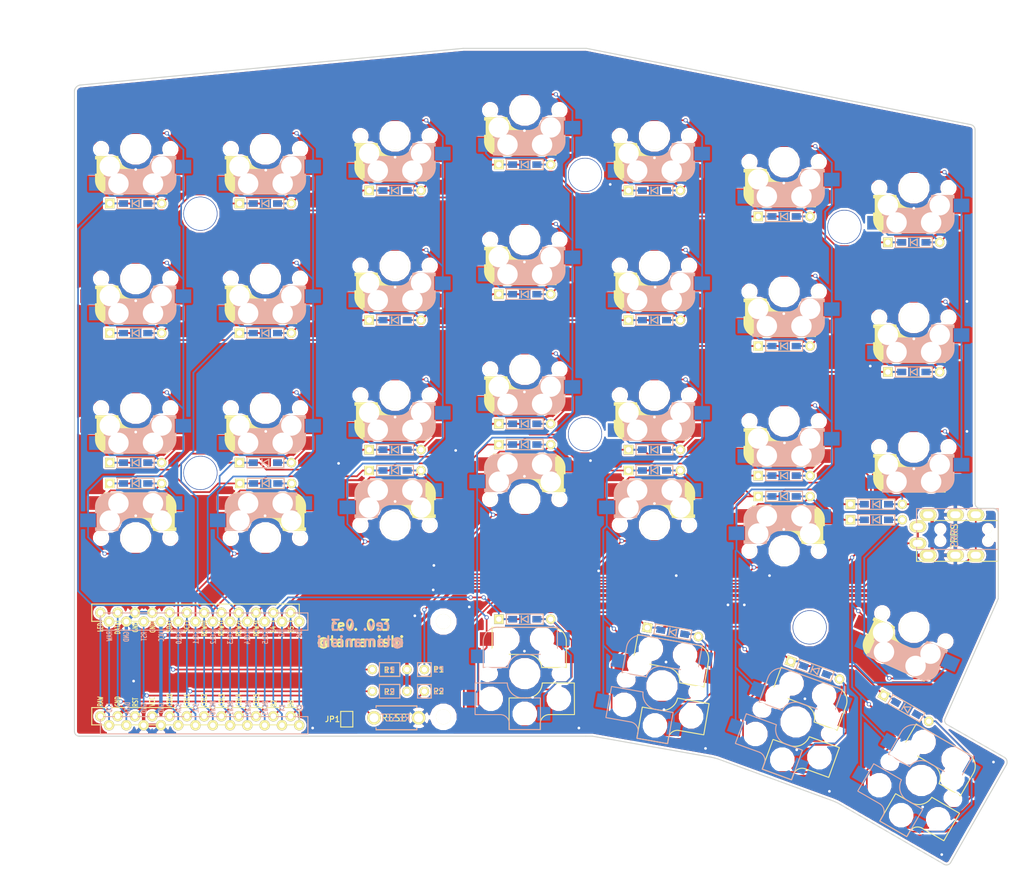
<source format=kicad_pcb>
(kicad_pcb (version 20171130) (host pcbnew "(5.0.1-3-g963ef8bb5)")
  (title_block (title "Pinky PCB Design") (date 2018-12-22) (rev 0.3) (company @tamanishi))
  (layers (0 F.Cu signal) (31 B.Cu signal) (34 B.Paste user) (35 F.Paste user) (36 B.SilkS user) (37 F.SilkS user) (38 B.Mask user) (39 F.Mask user) (44 Edge.Cuts user))
  (net 0 "")
  (net 1 "Net-(D4-Pad2)")
  (net 2 row3)
  (net 3 "Net-(D5-Pad2)")
  (net 4 row0)
  (net 5 row1)
  (net 6 "Net-(D6-Pad2)")
  (net 7 row2)
  (net 8 "Net-(D7-Pad2)")
  (net 9 "Net-(D8-Pad2)")
  (net 10 "Net-(D9-Pad2)")
  (net 11 "Net-(D10-Pad2)")
  (net 12 "Net-(D11-Pad2)")
  (net 13 "Net-(D12-Pad2)")
  (net 14 "Net-(D13-Pad2)")
  (net 15 "Net-(D14-Pad2)")
  (net 16 "Net-(D15-Pad2)")
  (net 17 "Net-(D16-Pad2)")
  (net 18 row4)
  (net 19 "Net-(D17-Pad2)")
  (net 20 "Net-(D18-Pad2)")
  (net 21 "Net-(D19-Pad2)")
  (net 22 "Net-(D20-Pad2)")
  (net 23 "Net-(D21-Pad2)")
  (net 24 "Net-(D22-Pad2)")
  (net 25 "Net-(D23-Pad2)")
  (net 26 "Net-(D24-Pad2)")
  (net 27 "Net-(D25-Pad2)")
  (net 28 "Net-(D26-Pad2)")
  (net 29 "Net-(D27-Pad2)")
  (net 30 "Net-(D28-Pad2)")
  (net 31 "Net-(D29-Pad2)")
  (net 32 "Net-(D30-Pad2)")
  (net 33 "Net-(D31-Pad2)")
  (net 34 "Net-(D32-Pad2)")
  (net 35 VCC)
  (net 36 "Net-(J1-PadA)")
  (net 37 "Net-(J1-PadB)")
  (net 38 GND)
  (net 39 data)
  (net 40 reset)
  (net 41 col0)
  (net 42 "Net-(D1-Pad2)")
  (net 43 "Net-(D2-Pad2)")
  (net 44 "Net-(D3-Pad2)")
  (net 45 col1)
  (net 46 col2)
  (net 47 col3)
  (net 48 col4)
  (net 49 col5)
  (net 50 col6)
  (net 51 "Net-(U1-Pad24)")
  (net 52 "Net-(U1-Pad13)")
  (net 53 "Net-(U1-Pad12)")
  (net 54 sda)
  (net 55 scl)
  (net 56 "Net-(U1-Pad1)")
  (module kbd:JP (layer F.Cu) (at 81 133.8 90)
    (fp_text reference JP1 (at 0 -2.1 180) (layer F.SilkS) (effects (font (size 0.8128 0.8128) (thickness 0.1524))))
    (fp_text value JP hide)
    (pad "" smd rect (at 0 0 180) (size 0.381 0.381) (layers F.Cu F.Paste F.Mask) (clearance 0.00254))
    (pad 2 smd rect (at 0.50038 0 90) (size 0.635 1.143) (layers F.Cu F.Paste F.Mask) (net 39 data) (clearance 0.1905))
    (pad 1 smd rect (at -0.50038 0 90) (size 0.635 1.143) (layers F.Cu F.Paste F.Mask) (net 37 "Net-(J1-PadB)") (clearance 0.1905))
  )
  (module kbd:ProMicro_v2 (layer F.Cu) (at 59.29 125.8 90)
    (fp_text reference U1 hide)
    (fp_text value ProMicro hide)
    (fp_text user "" (at -0.5 -17.25 90) (layer F.SilkS))
    (fp_text user "" (at -1.2065 -16.256 90) (layer B.SilkS) (effects (justify mirror)))
    (fp_text user RAW (at -5.4 -14.478 90) (layer F.SilkS) (effects (font (size 0.75 0.5) (thickness 0.125))))
    (fp_text user LED (at 5.5 -14.478 90) (layer F.SilkS) (effects (font (size 0.75 0.5) (thickness 0.125))))
    (fp_text user GND (at -5.4 -11.938 90) (layer F.SilkS) (effects (font (size 0.75 0.5) (thickness 0.125))))
    (fp_text user DATA (at 5.35 -11.95 90) (layer F.SilkS) (effects (font (size 0.75 0.5) (thickness 0.125))))
    (fp_text user RST (at -5.5 -9.3345 90) (layer F.SilkS) (effects (font (size 0.75 0.5) (thickness 0.125))))
    (fp_text user GND (at 5.5245 -9.3345 90) (layer F.SilkS) (effects (font (size 0.75 0.5) (thickness 0.125))))
    (fp_text user VCC (at -5.4 -6.858 90) (layer F.SilkS) (effects (font (size 0.75 0.5) (thickness 0.125))))
    (fp_text user GND (at 5.461 -6.7945 90) (layer F.SilkS) (effects (font (size 0.75 0.5) (thickness 0.125))))
    (fp_text user COL3 (at -5.2 3.35 90) (layer F.SilkS) (effects (font (size 0.75 0.5) (thickness 0.125))))
    (fp_text user ROW0 (at 5.2 0.8 90) (layer F.SilkS) (effects (font (size 0.75 0.5) (thickness 0.125))))
    (fp_text user COL2 (at -5.2 0.762 90) (layer F.SilkS) (effects (font (size 0.75 0.5) (thickness 0.125))))
    (fp_text user SCL (at 5.461 -1.778 90) (layer F.SilkS) (effects (font (size 0.75 0.5) (thickness 0.125))))
    (fp_text user COL1 (at -5.2 -1.778 90) (layer F.SilkS) (effects (font (size 0.75 0.5) (thickness 0.125))))
    (fp_text user SDA (at 5.461 -4.318 90) (layer F.SilkS) (effects (font (size 0.75 0.5) (thickness 0.125))))
    (fp_text user COL0 (at -5.2 -4.3 90) (layer F.SilkS) (effects (font (size 0.75 0.5) (thickness 0.125))))
    (fp_text user B6 (at -5.7 13.5 90) (layer F.SilkS) (effects (font (size 0.75 0.5) (thickness 0.125))))
    (fp_text user B5 (at 5.2 13.5255 90) (layer F.SilkS) (effects (font (size 0.75 0.5) (thickness 0.125))))
    (fp_text user B4 (at 5.2 10.922 90) (layer F.SilkS) (effects (font (size 0.75 0.5) (thickness 0.125))))
    (fp_text user B2 (at -5.7 11 90) (layer F.SilkS) (effects (font (size 0.75 0.5) (thickness 0.125))))
    (fp_text user ROW3 (at 5.2 8.4455 90) (layer F.SilkS) (effects (font (size 0.75 0.5) (thickness 0.125))))
    (fp_text user COL5 (at -5.2 8.4455 90) (layer F.SilkS) (effects (font (size 0.75 0.5) (thickness 0.125))))
    (fp_text user ROW2 (at 5.2 5.85 90) (layer F.SilkS) (effects (font (size 0.75 0.5) (thickness 0.125))))
    (fp_text user COL4 (at -5.2 5.85 90) (layer F.SilkS) (effects (font (size 0.75 0.5) (thickness 0.125))))
    (fp_text user ROW1 (at 5.25 3.302 90) (layer F.SilkS) (effects (font (size 0.75 0.5) (thickness 0.125))))
    (fp_text user ROW1 (at -6.35 4.6355 90) (layer B.SilkS) (effects (font (size 0.75 0.5) (thickness 0.125)) (justify mirror)))
    (fp_text user COL4 (at 3.95 7.112 90) (layer B.SilkS) (effects (font (size 0.75 0.5) (thickness 0.125)) (justify mirror)))
    (fp_text user ROW2 (at -6.35 7.239 90) (layer B.SilkS) (effects (font (size 0.75 0.5) (thickness 0.125)) (justify mirror)))
    (fp_text user COL5 (at 4 9.75 90) (layer B.SilkS) (effects (font (size 0.75 0.5) (thickness 0.125)) (justify mirror)))
    (fp_text user ROW3 (at -6.35 9.75 90) (layer B.SilkS) (effects (font (size 0.75 0.5) (thickness 0.125)) (justify mirror)))
    (fp_text user B2 (at 4.5085 12.1285 90) (layer B.SilkS) (effects (font (size 0.75 0.5) (thickness 0.125)) (justify mirror)))
    (fp_text user B4 (at -6.35 12.2555 90) (layer B.SilkS) (effects (font (size 0.75 0.5) (thickness 0.125)) (justify mirror)))
    (fp_text user B5 (at -6.35 14.7955 90) (layer B.SilkS) (effects (font (size 0.75 0.5) (thickness 0.125)) (justify mirror)))
    (fp_text user B6 (at 4.445 14.732 90) (layer B.SilkS) (effects (font (size 0.75 0.5) (thickness 0.125)) (justify mirror)))
    (fp_text user COL0 (at 4 -2.95 90) (layer B.SilkS) (effects (font (size 0.75 0.5) (thickness 0.125)) (justify mirror)))
    (fp_text user SDA (at -6.35 -2.9845 90) (layer B.SilkS) (effects (font (size 0.75 0.5) (thickness 0.125)) (justify mirror)))
    (fp_text user COL1 (at 4 -0.4445 90) (layer B.SilkS) (effects (font (size 0.75 0.5) (thickness 0.125)) (justify mirror)))
    (fp_text user SCL (at -6.35 -0.4445 90) (layer B.SilkS) (effects (font (size 0.75 0.5) (thickness 0.125)) (justify mirror)))
    (fp_text user COL2 (at 4 2.1 90) (layer B.SilkS) (effects (font (size 0.75 0.5) (thickness 0.125)) (justify mirror)))
    (fp_text user ROW0 (at -6.35 2.032 90) (layer B.SilkS) (effects (font (size 0.75 0.5) (thickness 0.125)) (justify mirror)))
    (fp_text user COL3 (at 4 4.6 90) (layer B.SilkS) (effects (font (size 0.75 0.5) (thickness 0.125)) (justify mirror)))
    (fp_text user GND (at -6.35 -5.5245 90) (layer B.SilkS) (effects (font (size 0.75 0.5) (thickness 0.125)) (justify mirror)))
    (fp_text user VCC (at 4.1275 -5.5245 90) (layer B.SilkS) (effects (font (size 0.75 0.5) (thickness 0.125)) (justify mirror)))
    (fp_text user GND (at -6.35 -8.0645 90) (layer B.SilkS) (effects (font (size 0.75 0.5) (thickness 0.125)) (justify mirror)))
    (fp_text user RST (at 4.191 -8.0645 90) (layer B.SilkS) (effects (font (size 0.75 0.5) (thickness 0.125)) (justify mirror)))
    (fp_text user DATA (at -6.35 -10.5 90) (layer B.SilkS) (effects (font (size 0.75 0.5) (thickness 0.125)) (justify mirror)))
    (fp_text user GND (at 4.1275 -10.668 90) (layer B.SilkS) (effects (font (size 0.75 0.5) (thickness 0.125)) (justify mirror)))
    (fp_text user LED (at -6.35 -13.1445 90) (layer B.SilkS) (effects (font (size 0.75 0.5) (thickness 0.125)) (justify mirror)))
    (fp_text user RAW (at 4.191 -13.1445 90) (layer B.SilkS) (effects (font (size 0.75 0.5) (thickness 0.125)) (justify mirror)))
    (pad 24 thru_hole circle (at 6.35 -13.208 90) (size 1.524 1.524) (drill 0.8128) (layers *.Cu *.Mask F.SilkS) (net 51 "Net-(U1-Pad24)"))
    (pad 23 thru_hole circle (at 6.35 -10.668 90) (size 1.524 1.524) (drill 0.8128) (layers *.Cu *.Mask F.SilkS) (net 38 GND))
    (pad 22 thru_hole circle (at 6.35 -8.128 90) (size 1.524 1.524) (drill 0.8128) (layers *.Cu *.Mask F.SilkS) (net 40 reset))
    (pad 21 thru_hole circle (at 6.35 -5.588 90) (size 1.524 1.524) (drill 0.8128) (layers *.Cu *.Mask F.SilkS) (net 35 VCC))
    (pad 20 thru_hole circle (at 6.35 -3.048 90) (size 1.524 1.524) (drill 0.8128) (layers *.Cu *.Mask F.SilkS) (net 41 col0))
    (pad 19 thru_hole circle (at 6.35 -0.508 90) (size 1.524 1.524) (drill 0.8128) (layers *.Cu *.Mask F.SilkS) (net 45 col1))
    (pad 18 thru_hole circle (at 6.35 2.032 90) (size 1.524 1.524) (drill 0.8128) (layers *.Cu *.Mask F.SilkS) (net 46 col2))
    (pad 17 thru_hole circle (at 6.35 4.572 90) (size 1.524 1.524) (drill 0.8128) (layers *.Cu *.Mask F.SilkS) (net 47 col3))
    (pad 16 thru_hole circle (at 6.35 7.112 90) (size 1.524 1.524) (drill 0.8128) (layers *.Cu *.Mask F.SilkS) (net 48 col4))
    (pad 15 thru_hole circle (at 6.35 9.652 90) (size 1.524 1.524) (drill 0.8128) (layers *.Cu *.Mask F.SilkS) (net 49 col5))
    (pad 14 thru_hole circle (at 6.35 12.192 90) (size 1.524 1.524) (drill 0.8128) (layers *.Cu *.Mask F.SilkS) (net 50 col6))
    (pad 13 thru_hole circle (at 6.35 14.732 90) (size 1.524 1.524) (drill 0.8128) (layers *.Cu *.Mask F.SilkS) (net 52 "Net-(U1-Pad13)"))
    (pad 12 thru_hole circle (at -8.89 14.732 90) (size 1.524 1.524) (drill 0.8128) (layers *.Cu *.Mask F.SilkS) (net 53 "Net-(U1-Pad12)"))
    (pad 11 thru_hole circle (at -8.89 12.192 90) (size 1.524 1.524) (drill 0.8128) (layers *.Cu *.Mask F.SilkS) (net 18 row4))
    (pad 10 thru_hole circle (at -8.89 9.652 90) (size 1.524 1.524) (drill 0.8128) (layers *.Cu *.Mask F.SilkS) (net 2 row3))
    (pad 9 thru_hole circle (at -8.89 7.112 90) (size 1.524 1.524) (drill 0.8128) (layers *.Cu *.Mask F.SilkS) (net 7 row2))
    (pad 8 thru_hole circle (at -8.89 4.572 90) (size 1.524 1.524) (drill 0.8128) (layers *.Cu *.Mask F.SilkS) (net 5 row1))
    (pad 7 thru_hole circle (at -8.89 2.032 90) (size 1.524 1.524) (drill 0.8128) (layers *.Cu *.Mask F.SilkS) (net 4 row0))
    (pad 6 thru_hole circle (at -8.89 -0.508 90) (size 1.524 1.524) (drill 0.8128) (layers *.Cu *.Mask F.SilkS) (net 55 scl))
    (pad 5 thru_hole circle (at -8.89 -3.048 90) (size 1.524 1.524) (drill 0.8128) (layers *.Cu *.Mask F.SilkS) (net 54 sda))
    (pad 4 thru_hole circle (at -8.89 -5.588 90) (size 1.524 1.524) (drill 0.8128) (layers *.Cu *.Mask F.SilkS) (net 38 GND))
    (pad 3 thru_hole circle (at -8.89 -8.128 90) (size 1.524 1.524) (drill 0.8128) (layers *.Cu *.Mask F.SilkS) (net 38 GND))
    (pad 2 thru_hole circle (at -8.89 -10.668 90) (size 1.524 1.524) (drill 0.8128) (layers *.Cu *.Mask F.SilkS) (net 39 data))
    (pad 1 thru_hole circle (at -8.89 -13.208 90) (size 1.524 1.524) (drill 0.8128) (layers *.Cu *.Mask F.SilkS) (net 56 "Net-(U1-Pad1)"))
    (pad 1 thru_hole circle (at 7.6564 -14.478 90) (size 1.524 1.524) (drill 0.8128) (layers *.Cu *.Mask F.SilkS) (net 56 "Net-(U1-Pad1)"))
    (pad 2 thru_hole circle (at 7.6564 -11.938 90) (size 1.524 1.524) (drill 0.8128) (layers *.Cu *.Mask F.SilkS) (net 39 data))
    (pad 3 thru_hole circle (at 7.6564 -9.398 90) (size 1.524 1.524) (drill 0.8128) (layers *.Cu *.Mask F.SilkS) (net 38 GND))
    (pad 4 thru_hole circle (at 7.6564 -6.858 90) (size 1.524 1.524) (drill 0.8128) (layers *.Cu *.Mask F.SilkS) (net 38 GND))
    (pad 5 thru_hole circle (at 7.6564 -4.318 90) (size 1.524 1.524) (drill 0.8128) (layers *.Cu *.Mask F.SilkS) (net 54 sda))
    (pad 6 thru_hole circle (at 7.6564 -1.778 90) (size 1.524 1.524) (drill 0.8128) (layers *.Cu *.Mask F.SilkS) (net 55 scl))
    (pad 7 thru_hole circle (at 7.6564 0.762 90) (size 1.524 1.524) (drill 0.8128) (layers *.Cu *.Mask F.SilkS) (net 4 row0))
    (pad 8 thru_hole circle (at 7.6564 3.302 90) (size 1.524 1.524) (drill 0.8128) (layers *.Cu *.Mask F.SilkS) (net 5 row1))
    (pad 9 thru_hole circle (at 7.6564 5.842 90) (size 1.524 1.524) (drill 0.8128) (layers *.Cu *.Mask F.SilkS) (net 7 row2))
    (pad 10 thru_hole circle (at 7.6564 8.382 90) (size 1.524 1.524) (drill 0.8128) (layers *.Cu *.Mask F.SilkS) (net 2 row3))
    (pad 11 thru_hole circle (at 7.6564 10.922 90) (size 1.524 1.524) (drill 0.8128) (layers *.Cu *.Mask F.SilkS) (net 18 row4))
    (pad 12 thru_hole circle (at 7.6564 13.462 90) (size 1.524 1.524) (drill 0.8128) (layers *.Cu *.Mask F.SilkS) (net 53 "Net-(U1-Pad12)"))
    (pad 13 thru_hole circle (at -7.5636 13.462 90) (size 1.524 1.524) (drill 0.8128) (layers *.Cu *.Mask F.SilkS) (net 52 "Net-(U1-Pad13)"))
    (pad 14 thru_hole circle (at -7.5636 10.922 90) (size 1.524 1.524) (drill 0.8128) (layers *.Cu *.Mask F.SilkS) (net 50 col6))
    (pad 15 thru_hole circle (at -7.5636 8.382 90) (size 1.524 1.524) (drill 0.8128) (layers *.Cu *.Mask F.SilkS) (net 49 col5))
    (pad 16 thru_hole circle (at -7.5636 5.842 90) (size 1.524 1.524) (drill 0.8128) (layers *.Cu *.Mask F.SilkS) (net 48 col4))
    (pad 17 thru_hole circle (at -7.5636 3.302 90) (size 1.524 1.524) (drill 0.8128) (layers *.Cu *.Mask F.SilkS) (net 47 col3))
    (pad 18 thru_hole circle (at -7.5636 0.762 90) (size 1.524 1.524) (drill 0.8128) (layers *.Cu *.Mask F.SilkS) (net 46 col2))
    (pad 19 thru_hole circle (at -7.5636 -1.778 90) (size 1.524 1.524) (drill 0.8128) (layers *.Cu *.Mask F.SilkS) (net 45 col1))
    (pad 20 thru_hole circle (at -7.5636 -4.318 90) (size 1.524 1.524) (drill 0.8128) (layers *.Cu *.Mask F.SilkS) (net 41 col0))
    (pad 21 thru_hole circle (at -7.5636 -6.858 90) (size 1.524 1.524) (drill 0.8128) (layers *.Cu *.Mask F.SilkS) (net 35 VCC))
    (pad 22 thru_hole circle (at -7.5636 -9.398 90) (size 1.524 1.524) (drill 0.8128) (layers *.Cu *.Mask F.SilkS) (net 40 reset))
    (pad 23 thru_hole circle (at -7.5636 -11.938 90) (size 1.524 1.524) (drill 0.8128) (layers *.Cu *.Mask F.SilkS) (net 38 GND))
    (pad 24 thru_hole circle (at -7.5636 -14.478 90) (size 1.524 1.524) (drill 0.8128) (layers *.Cu *.Mask F.SilkS) (net 51 "Net-(U1-Pad24)"))
  )
  (module kbd:D3_TH_SMD (layer F.Cu) (at 128.9 121 350)
    (fp_text reference D22 hide)
    (fp_text value D hide)
    (pad 2 smd rect (at 1.775 0 350) (size 1.3 0.95) (layers F.Cu F.Paste F.Mask) (net 24 "Net-(D22-Pad2)"))
    (pad 2 thru_hole circle (at 3.810003 0 350) (size 1.397 1.397) (drill 0.8128) (layers *.Cu *.Mask F.SilkS) (net 24 "Net-(D22-Pad2)"))
    (pad 1 thru_hole rect (at -3.810003 0 350) (size 1.397 1.397) (drill 0.8128) (layers *.Cu *.Mask F.SilkS) (net 18 row4))
    (pad 1 smd rect (at -1.775 0 350) (size 1.3 0.95) (layers B.Cu B.Paste B.Mask) (net 18 row4))
    (pad 2 smd rect (at 1.775 0 350) (size 1.3 0.95) (layers B.Cu B.Paste B.Mask) (net 24 "Net-(D22-Pad2)"))
    (pad 1 smd rect (at -1.775 0 350) (size 1.3 0.95) (layers F.Cu F.Paste F.Mask) (net 18 row4))
  )
  (module kbd:CherryMX_KailhLowProfile_Hotswap (layer F.Cu) (at 165.4 142.8 330)
    (fp_text reference SW33 hide)
    (fp_text value SW_PUSH hide)
    (pad 1 smd rect (at -5.6 -5.08 150) (size 2 2) (layers F.Cu F.Paste F.Mask) (net 50 col6))
    (pad "" np_thru_hole circle (at 3.81 -2.540001 150) (size 3 3) (drill 3) (layers *.Cu *.Mask))
    (pad "" np_thru_hole circle (at -2.54 -5.08 150) (size 3 3) (drill 3) (layers *.Cu *.Mask))
    (pad 2 smd rect (at 6.9 -2.54 150) (size 2 2) (layers F.Cu F.Paste F.Mask) (net 34 "Net-(D32-Pad2)"))
    (pad "" np_thru_hole circle (at 5 3.7 240) (size 3 3) (drill 3) (layers *.Cu *.Mask))
    (pad 2 smd rect (at -2.8 5.9 150) (size 1.8 2) (layers F.Cu F.Paste F.Mask) (net 34 "Net-(D32-Pad2)"))
    (pad 1 smd rect (at 8.1 3.7 150) (size 2 2) (layers F.Cu F.Paste F.Mask) (net 50 col6))
    (pad 1 smd rect (at -8.1 3.7 150) (size 2 2) (layers B.Cu B.Paste B.Mask) (net 50 col6))
    (pad 2 smd rect (at 2.8 5.9 150) (size 1.9 2) (layers B.Cu B.Paste B.Mask) (net 34 "Net-(D32-Pad2)"))
    (pad "" np_thru_hole circle (at -5 3.7 60) (size 3 3) (drill 3) (layers *.Cu *.Mask))
    (pad "" np_thru_hole circle (at 0 5.9 60) (size 3 3) (drill 3) (layers *.Cu *.Mask))
    (pad 1 smd rect (at -6.9 -2.540001 150) (size 2 2) (layers B.Cu B.Paste B.Mask) (net 50 col6))
    (pad "" np_thru_hole circle (at 2.54 -5.08 150) (size 3 3) (drill 3) (layers *.Cu *.Mask))
    (pad "" np_thru_hole circle (at 0 0 60) (size 4 4) (drill 4) (layers *.Cu *.Mask))
    (pad "" np_thru_hole circle (at -5.5 0 60) (size 1.9 1.9) (drill 1.9) (layers *.Cu *.Mask))
    (pad "" np_thru_hole circle (at 5.5 0 60) (size 1.9 1.9) (drill 1.9) (layers *.Cu *.Mask))
    (pad "" np_thru_hole circle (at 5.08 0 330) (size 1.7 1.7) (drill 1.7) (layers *.Cu *.Mask))
    (pad "" np_thru_hole circle (at -5.08 0 330) (size 1.7 1.7) (drill 1.7) (layers *.Cu *.Mask))
    (pad "" np_thru_hole circle (at -3.81 -2.54 150) (size 3 3) (drill 3) (layers *.Cu *.Mask))
    (pad 2 smd rect (at 5.6 -5.08 150) (size 2 2) (layers B.Cu B.Paste B.Mask) (net 34 "Net-(D32-Pad2)"))
  )
  (module kbd:D3_TH_SMD (layer F.Cu) (at 163.2 132.2 330)
    (fp_text reference D32 hide)
    (fp_text value D hide)
    (pad 1 smd rect (at -1.775 0 330) (size 1.3 0.95) (layers F.Cu F.Paste F.Mask) (net 18 row4))
    (pad 2 smd rect (at 1.775 0 330) (size 1.3 0.95) (layers B.Cu B.Paste B.Mask) (net 34 "Net-(D32-Pad2)"))
    (pad 1 smd rect (at -1.775 0 330) (size 1.3 0.95) (layers B.Cu B.Paste B.Mask) (net 18 row4))
    (pad 1 thru_hole rect (at -3.81 -0.000001 330) (size 1.397 1.397) (drill 0.8128) (layers *.Cu *.Mask F.SilkS) (net 18 row4))
    (pad 2 thru_hole circle (at 3.81 0.000001 330) (size 1.397 1.397) (drill 0.8128) (layers *.Cu *.Mask F.SilkS) (net 34 "Net-(D32-Pad2)"))
    (pad 2 smd rect (at 1.775 0 330) (size 1.3 0.95) (layers F.Cu F.Paste F.Mask) (net 34 "Net-(D32-Pad2)"))
  )
  (module kbd:HOLE (layer F.Cu) (at 149 120.3)
    (fp_text reference Ref**)
    (fp_text value Val**)
    (pad "" np_thru_hole circle (at 0 0) (size 5 5) (drill 4.8) (layers *.Cu *.Mask))
  )
  (module kbd:CherryMX_KailhLowProfile_Hotswap (layer F.Cu) (at 147 134.2 340)
    (fp_text reference SW28 hide)
    (fp_text value SW_PUSH hide)
    (pad 1 smd rect (at -5.6 -5.08 160) (size 2 2) (layers F.Cu F.Paste F.Mask) (net 49 col5))
    (pad "" np_thru_hole circle (at 3.81 -2.54 160) (size 3 3) (drill 3) (layers *.Cu *.Mask))
    (pad "" np_thru_hole circle (at -2.54 -5.08 160) (size 3 3) (drill 3) (layers *.Cu *.Mask))
    (pad 2 smd rect (at 6.9 -2.54 160) (size 2 2) (layers F.Cu F.Paste F.Mask) (net 29 "Net-(D27-Pad2)"))
    (pad "" np_thru_hole circle (at 5 3.699999 250) (size 3 3) (drill 3) (layers *.Cu *.Mask))
    (pad 2 smd rect (at -2.8 5.9 160) (size 1.8 2) (layers F.Cu F.Paste F.Mask) (net 29 "Net-(D27-Pad2)"))
    (pad 1 smd rect (at 8.1 3.7 160) (size 2 2) (layers F.Cu F.Paste F.Mask) (net 49 col5))
    (pad 1 smd rect (at -8.1 3.700001 160) (size 2 2) (layers B.Cu B.Paste B.Mask) (net 49 col5))
    (pad 2 smd rect (at 2.8 5.9 160) (size 1.9 2) (layers B.Cu B.Paste B.Mask) (net 29 "Net-(D27-Pad2)"))
    (pad "" np_thru_hole circle (at -5 3.7 70) (size 3 3) (drill 3) (layers *.Cu *.Mask))
    (pad "" np_thru_hole circle (at 0 5.9 70) (size 3 3) (drill 3) (layers *.Cu *.Mask))
    (pad 1 smd rect (at -6.9 -2.54 160) (size 2 2) (layers B.Cu B.Paste B.Mask) (net 49 col5))
    (pad "" np_thru_hole circle (at 2.540001 -5.08 160) (size 3 3) (drill 3) (layers *.Cu *.Mask))
    (pad "" np_thru_hole circle (at 0 0 70) (size 4 4) (drill 4) (layers *.Cu *.Mask))
    (pad "" np_thru_hole circle (at -5.5 0 70) (size 1.9 1.9) (drill 1.9) (layers *.Cu *.Mask))
    (pad "" np_thru_hole circle (at 5.5 0 70) (size 1.9 1.9) (drill 1.9) (layers *.Cu *.Mask))
    (pad "" np_thru_hole circle (at 5.08 0 340) (size 1.7 1.7) (drill 1.7) (layers *.Cu *.Mask))
    (pad "" np_thru_hole circle (at -5.08 0 340) (size 1.7 1.7) (drill 1.7) (layers *.Cu *.Mask))
    (pad "" np_thru_hole circle (at -3.81 -2.54 160) (size 3 3) (drill 3) (layers *.Cu *.Mask))
    (pad 2 smd rect (at 5.6 -5.08 160) (size 2 2) (layers B.Cu B.Paste B.Mask) (net 29 "Net-(D27-Pad2)"))
  )
  (module kbd:CherryMX_KailhLowProfile_Hotswap (layer F.Cu) (at 127.3 128.9 350)
    (fp_text reference SW23 hide)
    (fp_text value SW_PUSH hide)
    (pad 1 smd rect (at -5.6 -5.08 170) (size 2 2) (layers F.Cu F.Paste F.Mask) (net 48 col4))
    (pad "" np_thru_hole circle (at 3.81 -2.54 170) (size 3 3) (drill 3) (layers *.Cu *.Mask))
    (pad "" np_thru_hole circle (at -2.54 -5.08 170) (size 3 3) (drill 3) (layers *.Cu *.Mask))
    (pad 2 smd rect (at 6.9 -2.54 170) (size 2 2) (layers F.Cu F.Paste F.Mask) (net 24 "Net-(D22-Pad2)"))
    (pad "" np_thru_hole circle (at 5.000001 3.7 260) (size 3 3) (drill 3) (layers *.Cu *.Mask))
    (pad 2 smd rect (at -2.8 5.9 170) (size 1.8 2) (layers F.Cu F.Paste F.Mask) (net 24 "Net-(D22-Pad2)"))
    (pad 1 smd rect (at 8.1 3.7 170) (size 2 2) (layers F.Cu F.Paste F.Mask) (net 48 col4))
    (pad 1 smd rect (at -8.1 3.7 170) (size 2 2) (layers B.Cu B.Paste B.Mask) (net 48 col4))
    (pad 2 smd rect (at 2.8 5.9 170) (size 1.9 2) (layers B.Cu B.Paste B.Mask) (net 24 "Net-(D22-Pad2)"))
    (pad "" np_thru_hole circle (at -5 3.7 80) (size 3 3) (drill 3) (layers *.Cu *.Mask))
    (pad "" np_thru_hole circle (at 0 5.9 80) (size 3 3) (drill 3) (layers *.Cu *.Mask))
    (pad 1 smd rect (at -6.9 -2.54 170) (size 2 2) (layers B.Cu B.Paste B.Mask) (net 48 col4))
    (pad "" np_thru_hole circle (at 2.54 -5.08 170) (size 3 3) (drill 3) (layers *.Cu *.Mask))
    (pad "" np_thru_hole circle (at 0 0 80) (size 4 4) (drill 4) (layers *.Cu *.Mask))
    (pad "" np_thru_hole circle (at -5.5 0 80) (size 1.9 1.9) (drill 1.9) (layers *.Cu *.Mask))
    (pad "" np_thru_hole circle (at 5.5 0 80) (size 1.9 1.9) (drill 1.9) (layers *.Cu *.Mask))
    (pad "" np_thru_hole circle (at 5.08 0 350) (size 1.7 1.7) (drill 1.7) (layers *.Cu *.Mask))
    (pad "" np_thru_hole circle (at -5.08 0 350) (size 1.7 1.7) (drill 1.7) (layers *.Cu *.Mask))
    (pad "" np_thru_hole circle (at -3.81 -2.54 170) (size 3 3) (drill 3) (layers *.Cu *.Mask))
    (pad 2 smd rect (at 5.6 -5.08 170) (size 2 2) (layers B.Cu B.Paste B.Mask) (net 24 "Net-(D22-Pad2)"))
  )
  (module kbd:CherryMX_KailhLowProfile_Hotswap (layer F.Cu) (at 107.15 127.1)
    (fp_text reference SW18 hide)
    (fp_text value SW_PUSH hide)
    (pad 1 smd rect (at -5.6 -5.08 180) (size 2 2) (layers F.Cu F.Paste F.Mask) (net 47 col3))
    (pad "" np_thru_hole circle (at 3.81 -2.54 180) (size 3 3) (drill 3) (layers *.Cu *.Mask))
    (pad "" np_thru_hole circle (at -2.54 -5.08 180) (size 3 3) (drill 3) (layers *.Cu *.Mask))
    (pad 2 smd rect (at 6.9 -2.54 180) (size 2 2) (layers F.Cu F.Paste F.Mask) (net 19 "Net-(D17-Pad2)"))
    (pad "" np_thru_hole circle (at 5 3.7 270) (size 3 3) (drill 3) (layers *.Cu *.Mask))
    (pad 2 smd rect (at -2.8 5.9 180) (size 1.8 2) (layers F.Cu F.Paste F.Mask) (net 19 "Net-(D17-Pad2)"))
    (pad 1 smd rect (at 8.1 3.7 180) (size 2 2) (layers F.Cu F.Paste F.Mask) (net 47 col3))
    (pad 1 smd rect (at -8.1 3.7 180) (size 2 2) (layers B.Cu B.Paste B.Mask) (net 47 col3))
    (pad 2 smd rect (at 2.8 5.9 180) (size 1.9 2) (layers B.Cu B.Paste B.Mask) (net 19 "Net-(D17-Pad2)"))
    (pad "" np_thru_hole circle (at -5 3.7 90) (size 3 3) (drill 3) (layers *.Cu *.Mask))
    (pad "" np_thru_hole circle (at 0 5.9 90) (size 3 3) (drill 3) (layers *.Cu *.Mask))
    (pad 1 smd rect (at -6.9 -2.54 180) (size 2 2) (layers B.Cu B.Paste B.Mask) (net 47 col3))
    (pad "" np_thru_hole circle (at 2.54 -5.08 180) (size 3 3) (drill 3) (layers *.Cu *.Mask))
    (pad "" np_thru_hole circle (at 0 0 90) (size 4 4) (drill 4) (layers *.Cu *.Mask))
    (pad "" np_thru_hole circle (at -5.5 0 90) (size 1.9 1.9) (drill 1.9) (layers *.Cu *.Mask))
    (pad "" np_thru_hole circle (at 5.5 0 90) (size 1.9 1.9) (drill 1.9) (layers *.Cu *.Mask))
    (pad "" np_thru_hole circle (at 5.08 0) (size 1.7 1.7) (drill 1.7) (layers *.Cu *.Mask))
    (pad "" np_thru_hole circle (at -5.08 0) (size 1.7 1.7) (drill 1.7) (layers *.Cu *.Mask))
    (pad "" np_thru_hole circle (at -3.81 -2.54 180) (size 3 3) (drill 3) (layers *.Cu *.Mask))
    (pad 2 smd rect (at 5.6 -5.08 180) (size 2 2) (layers B.Cu B.Paste B.Mask) (net 19 "Net-(D17-Pad2)"))
  )
  (module kbd:CherryMX_Hotswap (layer F.Cu) (at 126.2 67.145 180)
    (fp_text reference SW20 hide)
    (fp_text value SW_PUSH hide)
    (pad 1 smd rect (at -7 -2.58) (size 2.3 2) (layers B.Cu B.Paste B.Mask) (net 48 col4))
    (pad 1 smd rect (at 7 -2.58) (size 2.3 2) (layers F.Cu F.Paste F.Mask) (net 48 col4))
    (pad 2 smd rect (at -5.7 -5.12) (size 2.3 2) (layers F.Cu F.Paste F.Mask) (net 21 "Net-(D19-Pad2)"))
    (pad "" np_thru_hole circle (at -3.81 -2.54) (size 3 3) (drill 3) (layers *.Cu *.Mask))
    (pad "" np_thru_hole circle (at -2.54 -5.08) (size 3 3) (drill 3) (layers *.Cu *.Mask))
    (pad "" np_thru_hole circle (at 3.81 -2.540001) (size 3 3) (drill 3) (layers *.Cu *.Mask))
    (pad "" np_thru_hole circle (at 2.54 -5.08) (size 3 3) (drill 3) (layers *.Cu *.Mask))
    (pad "" np_thru_hole circle (at 0 0 270) (size 4 4) (drill 4) (layers *.Cu *.Mask F.SilkS))
    (pad "" np_thru_hole circle (at 5.08 0 180) (size 1.8 1.8) (drill 1.8) (layers *.Cu *.Mask F.SilkS))
    (pad "" np_thru_hole circle (at -5.08 0 180) (size 1.8 1.8) (drill 1.8) (layers *.Cu *.Mask F.SilkS))
    (pad 2 smd rect (at 5.7 -5.12) (size 2.3 2) (layers B.Cu B.Paste B.Mask) (net 21 "Net-(D19-Pad2)"))
  )
  (module kbd:CherryMX_Hotswap (layer F.Cu) (at 107.15 82.385 180)
    (fp_text reference SW16 hide)
    (fp_text value SW_PUSH hide)
    (pad 2 smd rect (at 5.7 -5.12) (size 2.3 2) (layers B.Cu B.Paste B.Mask) (net 16 "Net-(D15-Pad2)"))
    (pad "" np_thru_hole circle (at -5.08 0 180) (size 1.8 1.8) (drill 1.8) (layers *.Cu *.Mask F.SilkS))
    (pad "" np_thru_hole circle (at 5.08 0 180) (size 1.8 1.8) (drill 1.8) (layers *.Cu *.Mask F.SilkS))
    (pad "" np_thru_hole circle (at 0 0 270) (size 4 4) (drill 4) (layers *.Cu *.Mask F.SilkS))
    (pad "" np_thru_hole circle (at 2.54 -5.08) (size 3 3) (drill 3) (layers *.Cu *.Mask))
    (pad "" np_thru_hole circle (at 3.81 -2.540001) (size 3 3) (drill 3) (layers *.Cu *.Mask))
    (pad "" np_thru_hole circle (at -2.54 -5.08) (size 3 3) (drill 3) (layers *.Cu *.Mask))
    (pad "" np_thru_hole circle (at -3.81 -2.54) (size 3 3) (drill 3) (layers *.Cu *.Mask))
    (pad 2 smd rect (at -5.7 -5.12) (size 2.3 2) (layers F.Cu F.Paste F.Mask) (net 16 "Net-(D15-Pad2)"))
    (pad 1 smd rect (at 7 -2.58) (size 2.3 2) (layers F.Cu F.Paste F.Mask) (net 47 col3))
    (pad 1 smd rect (at -7 -2.58) (size 2.3 2) (layers B.Cu B.Paste B.Mask) (net 47 col3))
  )
  (module kbd:CherryMX_Hotswap (layer F.Cu) (at 107.15 63.335 180)
    (fp_text reference SW15 hide)
    (fp_text value SW_PUSH hide)
    (pad 2 smd rect (at 5.7 -5.12) (size 2.3 2) (layers B.Cu B.Paste B.Mask) (net 15 "Net-(D14-Pad2)"))
    (pad "" np_thru_hole circle (at -5.08 0 180) (size 1.8 1.8) (drill 1.8) (layers *.Cu *.Mask F.SilkS))
    (pad "" np_thru_hole circle (at 5.08 0 180) (size 1.8 1.8) (drill 1.8) (layers *.Cu *.Mask F.SilkS))
    (pad "" np_thru_hole circle (at 0 0 270) (size 4 4) (drill 4) (layers *.Cu *.Mask F.SilkS))
    (pad "" np_thru_hole circle (at 2.54 -5.08) (size 3 3) (drill 3) (layers *.Cu *.Mask))
    (pad "" np_thru_hole circle (at 3.81 -2.540001) (size 3 3) (drill 3) (layers *.Cu *.Mask))
    (pad "" np_thru_hole circle (at -2.54 -5.08) (size 3 3) (drill 3) (layers *.Cu *.Mask))
    (pad "" np_thru_hole circle (at -3.81 -2.54) (size 3 3) (drill 3) (layers *.Cu *.Mask))
    (pad 2 smd rect (at -5.7 -5.12) (size 2.3 2) (layers F.Cu F.Paste F.Mask) (net 15 "Net-(D14-Pad2)"))
    (pad 1 smd rect (at 7 -2.58) (size 2.3 2) (layers F.Cu F.Paste F.Mask) (net 47 col3))
    (pad 1 smd rect (at -7 -2.58) (size 2.3 2) (layers B.Cu B.Paste B.Mask) (net 47 col3))
  )
  (module kbd:CherryMX_Hotswap (layer F.Cu) (at 88.1 48.095 180)
    (fp_text reference SW10 hide)
    (fp_text value SW_PUSH hide)
    (pad 2 smd rect (at 5.7 -5.12) (size 2.3 2) (layers B.Cu B.Paste B.Mask) (net 10 "Net-(D9-Pad2)"))
    (pad "" np_thru_hole circle (at -5.08 0 180) (size 1.8 1.8) (drill 1.8) (layers *.Cu *.Mask F.SilkS))
    (pad "" np_thru_hole circle (at 5.08 0 180) (size 1.8 1.8) (drill 1.8) (layers *.Cu *.Mask F.SilkS))
    (pad "" np_thru_hole circle (at 0 0 270) (size 4 4) (drill 4) (layers *.Cu *.Mask F.SilkS))
    (pad "" np_thru_hole circle (at 2.54 -5.08) (size 3 3) (drill 3) (layers *.Cu *.Mask))
    (pad "" np_thru_hole circle (at 3.81 -2.540001) (size 3 3) (drill 3) (layers *.Cu *.Mask))
    (pad "" np_thru_hole circle (at -2.54 -5.08) (size 3 3) (drill 3) (layers *.Cu *.Mask))
    (pad "" np_thru_hole circle (at -3.81 -2.54) (size 3 3) (drill 3) (layers *.Cu *.Mask))
    (pad 2 smd rect (at -5.7 -5.12) (size 2.3 2) (layers F.Cu F.Paste F.Mask) (net 10 "Net-(D9-Pad2)"))
    (pad 1 smd rect (at 7 -2.58) (size 2.3 2) (layers F.Cu F.Paste F.Mask) (net 46 col2))
    (pad 1 smd rect (at -7 -2.58) (size 2.3 2) (layers B.Cu B.Paste B.Mask) (net 46 col2))
  )
  (module kbd:CherryMX_Hotswap (layer F.Cu) (at 88.1 67.145 180)
    (fp_text reference SW11 hide)
    (fp_text value SW_PUSH hide)
    (pad 1 smd rect (at -7 -2.58) (size 2.3 2) (layers B.Cu B.Paste B.Mask) (net 46 col2))
    (pad 1 smd rect (at 7 -2.58) (size 2.3 2) (layers F.Cu F.Paste F.Mask) (net 46 col2))
    (pad 2 smd rect (at -5.7 -5.12) (size 2.3 2) (layers F.Cu F.Paste F.Mask) (net 11 "Net-(D10-Pad2)"))
    (pad "" np_thru_hole circle (at -3.81 -2.54) (size 3 3) (drill 3) (layers *.Cu *.Mask))
    (pad "" np_thru_hole circle (at -2.54 -5.08) (size 3 3) (drill 3) (layers *.Cu *.Mask))
    (pad "" np_thru_hole circle (at 3.81 -2.540001) (size 3 3) (drill 3) (layers *.Cu *.Mask))
    (pad "" np_thru_hole circle (at 2.54 -5.08) (size 3 3) (drill 3) (layers *.Cu *.Mask))
    (pad "" np_thru_hole circle (at 0 0 270) (size 4 4) (drill 4) (layers *.Cu *.Mask F.SilkS))
    (pad "" np_thru_hole circle (at 5.08 0 180) (size 1.8 1.8) (drill 1.8) (layers *.Cu *.Mask F.SilkS))
    (pad "" np_thru_hole circle (at -5.08 0 180) (size 1.8 1.8) (drill 1.8) (layers *.Cu *.Mask F.SilkS))
    (pad 2 smd rect (at 5.7 -5.12) (size 2.3 2) (layers B.Cu B.Paste B.Mask) (net 11 "Net-(D10-Pad2)"))
  )
  (module kbd:D3_TH_SMD (layer F.Cu) (at 88.1 97.245)
    (fp_text reference D12 hide)
    (fp_text value D hide)
    (pad 2 smd rect (at 1.775 0) (size 1.3 0.95) (layers F.Cu F.Paste F.Mask) (net 13 "Net-(D12-Pad2)"))
    (pad 2 thru_hole circle (at 3.81 0) (size 1.397 1.397) (drill 0.8128) (layers *.Cu *.Mask F.SilkS) (net 13 "Net-(D12-Pad2)"))
    (pad 1 thru_hole rect (at -3.81 0) (size 1.397 1.397) (drill 0.8128) (layers *.Cu *.Mask F.SilkS) (net 2 row3))
    (pad 1 smd rect (at -1.775 0) (size 1.3 0.95) (layers B.Cu B.Paste B.Mask) (net 2 row3))
    (pad 2 smd rect (at 1.775 0) (size 1.3 0.95) (layers B.Cu B.Paste B.Mask) (net 13 "Net-(D12-Pad2)"))
    (pad 1 smd rect (at -1.775 0) (size 1.3 0.95) (layers F.Cu F.Paste F.Mask) (net 2 row3))
  )
  (module kbd:CherryMX_Hotswap (layer F.Cu) (at 50 69.05 180)
    (fp_text reference SW3 hide)
    (fp_text value SW_PUSH hide)
    (pad 1 smd rect (at -7 -2.58) (size 2.3 2) (layers B.Cu B.Paste B.Mask) (net 41 col0))
    (pad 1 smd rect (at 7 -2.58) (size 2.3 2) (layers F.Cu F.Paste F.Mask) (net 41 col0))
    (pad 2 smd rect (at -5.7 -5.12) (size 2.3 2) (layers F.Cu F.Paste F.Mask) (net 43 "Net-(D2-Pad2)"))
    (pad "" np_thru_hole circle (at -3.81 -2.54) (size 3 3) (drill 3) (layers *.Cu *.Mask))
    (pad "" np_thru_hole circle (at -2.54 -5.08) (size 3 3) (drill 3) (layers *.Cu *.Mask))
    (pad "" np_thru_hole circle (at 3.81 -2.540001) (size 3 3) (drill 3) (layers *.Cu *.Mask))
    (pad "" np_thru_hole circle (at 2.54 -5.08) (size 3 3) (drill 3) (layers *.Cu *.Mask))
    (pad "" np_thru_hole circle (at 0 0 270) (size 4 4) (drill 4) (layers *.Cu *.Mask F.SilkS))
    (pad "" np_thru_hole circle (at 5.08 0 180) (size 1.8 1.8) (drill 1.8) (layers *.Cu *.Mask F.SilkS))
    (pad "" np_thru_hole circle (at -5.08 0 180) (size 1.8 1.8) (drill 1.8) (layers *.Cu *.Mask F.SilkS))
    (pad 2 smd rect (at 5.7 -5.12) (size 2.3 2) (layers B.Cu B.Paste B.Mask) (net 43 "Net-(D2-Pad2)"))
  )
  (module kbd:CherryMX_Hotswap (layer F.Cu) (at 50 50 180)
    (fp_text reference SW2 hide)
    (fp_text value SW_PUSH hide)
    (pad 1 smd rect (at -7 -2.58) (size 2.3 2) (layers B.Cu B.Paste B.Mask) (net 41 col0))
    (pad 1 smd rect (at 7 -2.58) (size 2.3 2) (layers F.Cu F.Paste F.Mask) (net 41 col0))
    (pad 2 smd rect (at -5.7 -5.12) (size 2.3 2) (layers F.Cu F.Paste F.Mask) (net 42 "Net-(D1-Pad2)"))
    (pad "" np_thru_hole circle (at -3.81 -2.54) (size 3 3) (drill 3) (layers *.Cu *.Mask))
    (pad "" np_thru_hole circle (at -2.54 -5.08) (size 3 3) (drill 3) (layers *.Cu *.Mask))
    (pad "" np_thru_hole circle (at 3.81 -2.540001) (size 3 3) (drill 3) (layers *.Cu *.Mask))
    (pad "" np_thru_hole circle (at 2.54 -5.08) (size 3 3) (drill 3) (layers *.Cu *.Mask))
    (pad "" np_thru_hole circle (at 0 0 270) (size 4 4) (drill 4) (layers *.Cu *.Mask F.SilkS))
    (pad "" np_thru_hole circle (at 5.08 0 180) (size 1.8 1.8) (drill 1.8) (layers *.Cu *.Mask F.SilkS))
    (pad "" np_thru_hole circle (at -5.08 0 180) (size 1.8 1.8) (drill 1.8) (layers *.Cu *.Mask F.SilkS))
    (pad 2 smd rect (at 5.7 -5.12) (size 2.3 2) (layers B.Cu B.Paste B.Mask) (net 42 "Net-(D1-Pad2)"))
  )
  (module kbd:CherryMX_Hotswap (layer F.Cu) (at 164.3 120.3 156)
    (fp_text reference SW32 hide)
    (fp_text value SW_PUSH hide)
    (pad 2 smd rect (at 5.7 -5.12 336) (size 2.3 2) (layers B.Cu B.Paste B.Mask) (net 33 "Net-(D31-Pad2)"))
    (pad "" np_thru_hole circle (at -5.08 0 156) (size 1.8 1.8) (drill 1.8) (layers *.Cu *.Mask F.SilkS))
    (pad "" np_thru_hole circle (at 5.08 0 156) (size 1.8 1.8) (drill 1.8) (layers *.Cu *.Mask F.SilkS))
    (pad "" np_thru_hole circle (at 0 0 246) (size 4 4) (drill 4) (layers *.Cu *.Mask F.SilkS))
    (pad "" np_thru_hole circle (at 2.539999 -5.08 336) (size 3 3) (drill 3) (layers *.Cu *.Mask))
    (pad "" np_thru_hole circle (at 3.81 -2.540001 336) (size 3 3) (drill 3) (layers *.Cu *.Mask))
    (pad "" np_thru_hole circle (at -2.54 -5.08 336) (size 3 3) (drill 3) (layers *.Cu *.Mask))
    (pad "" np_thru_hole circle (at -3.81 -2.54 336) (size 3 3) (drill 3) (layers *.Cu *.Mask))
    (pad 2 smd rect (at -5.7 -5.120001 336) (size 2.3 2) (layers F.Cu F.Paste F.Mask) (net 33 "Net-(D31-Pad2)"))
    (pad 1 smd rect (at 7 -2.58 336) (size 2.3 2) (layers F.Cu F.Paste F.Mask) (net 50 col6))
    (pad 1 smd rect (at -7 -2.579999 336) (size 2.3 2) (layers B.Cu B.Paste B.Mask) (net 50 col6))
  )
  (module kbd:D3_TH_SMD (layer F.Cu) (at 149.8 126.6 340)
    (fp_text reference D27 hide)
    (fp_text value D hide)
    (pad 1 smd rect (at -1.775 0 340) (size 1.3 0.95) (layers F.Cu F.Paste F.Mask) (net 18 row4))
    (pad 2 smd rect (at 1.775 0 340) (size 1.3 0.95) (layers B.Cu B.Paste B.Mask) (net 29 "Net-(D27-Pad2)"))
    (pad 1 smd rect (at -1.775 0 340) (size 1.3 0.95) (layers B.Cu B.Paste B.Mask) (net 18 row4))
    (pad 1 thru_hole rect (at -3.81 0 340) (size 1.397 1.397) (drill 0.8128) (layers *.Cu *.Mask F.SilkS) (net 18 row4))
    (pad 2 thru_hole circle (at 3.81 0 340) (size 1.397 1.397) (drill 0.8128) (layers *.Cu *.Mask F.SilkS) (net 29 "Net-(D27-Pad2)"))
    (pad 2 smd rect (at 1.775 0 340) (size 1.3 0.95) (layers F.Cu F.Paste F.Mask) (net 29 "Net-(D27-Pad2)"))
  )
  (module kbd:CherryMX_Hotswap (layer F.Cu) (at 145.25 70.955 180)
    (fp_text reference SW25 hide)
    (fp_text value SW_PUSH hide)
    (pad 2 smd rect (at 5.7 -5.12) (size 2.3 2) (layers B.Cu B.Paste B.Mask) (net 26 "Net-(D24-Pad2)"))
    (pad "" np_thru_hole circle (at -5.08 0 180) (size 1.8 1.8) (drill 1.8) (layers *.Cu *.Mask F.SilkS))
    (pad "" np_thru_hole circle (at 5.08 0 180) (size 1.8 1.8) (drill 1.8) (layers *.Cu *.Mask F.SilkS))
    (pad "" np_thru_hole circle (at 0 0 270) (size 4 4) (drill 4) (layers *.Cu *.Mask F.SilkS))
    (pad "" np_thru_hole circle (at 2.54 -5.08) (size 3 3) (drill 3) (layers *.Cu *.Mask))
    (pad "" np_thru_hole circle (at 3.81 -2.540001) (size 3 3) (drill 3) (layers *.Cu *.Mask))
    (pad "" np_thru_hole circle (at -2.54 -5.08) (size 3 3) (drill 3) (layers *.Cu *.Mask))
    (pad "" np_thru_hole circle (at -3.81 -2.54) (size 3 3) (drill 3) (layers *.Cu *.Mask))
    (pad 2 smd rect (at -5.7 -5.12) (size 2.3 2) (layers F.Cu F.Paste F.Mask) (net 26 "Net-(D24-Pad2)"))
    (pad 1 smd rect (at 7 -2.58) (size 2.3 2) (layers F.Cu F.Paste F.Mask) (net 49 col5))
    (pad 1 smd rect (at -7 -2.58) (size 2.3 2) (layers B.Cu B.Paste B.Mask) (net 49 col5))
  )
  (module kbd:CherryMX_Hotswap (layer F.Cu) (at 107.15 44.285 180)
    (fp_text reference SW14 hide)
    (fp_text value SW_PUSH hide)
    (pad 2 smd rect (at 5.7 -5.12) (size 2.3 2) (layers B.Cu B.Paste B.Mask) (net 14 "Net-(D13-Pad2)"))
    (pad "" np_thru_hole circle (at -5.08 0 180) (size 1.8 1.8) (drill 1.8) (layers *.Cu *.Mask F.SilkS))
    (pad "" np_thru_hole circle (at 5.08 0 180) (size 1.8 1.8) (drill 1.8) (layers *.Cu *.Mask F.SilkS))
    (pad "" np_thru_hole circle (at 0 0 270) (size 4 4) (drill 4) (layers *.Cu *.Mask F.SilkS))
    (pad "" np_thru_hole circle (at 2.54 -5.08) (size 3 3) (drill 3) (layers *.Cu *.Mask))
    (pad "" np_thru_hole circle (at 3.81 -2.540001) (size 3 3) (drill 3) (layers *.Cu *.Mask))
    (pad "" np_thru_hole circle (at -2.54 -5.08) (size 3 3) (drill 3) (layers *.Cu *.Mask))
    (pad "" np_thru_hole circle (at -3.81 -2.54) (size 3 3) (drill 3) (layers *.Cu *.Mask))
    (pad 2 smd rect (at -5.7 -5.12) (size 2.3 2) (layers F.Cu F.Paste F.Mask) (net 14 "Net-(D13-Pad2)"))
    (pad 1 smd rect (at 7 -2.58) (size 2.3 2) (layers F.Cu F.Paste F.Mask) (net 47 col3))
    (pad 1 smd rect (at -7 -2.58) (size 2.3 2) (layers B.Cu B.Paste B.Mask) (net 47 col3))
  )
  (module kbd:D3_TH_SMD (layer F.Cu) (at 107.15 71.335)
    (fp_text reference D14 hide)
    (fp_text value D hide)
    (pad 2 smd rect (at 1.775 0) (size 1.3 0.95) (layers F.Cu F.Paste F.Mask) (net 15 "Net-(D14-Pad2)"))
    (pad 2 thru_hole circle (at 3.81 0) (size 1.397 1.397) (drill 0.8128) (layers *.Cu *.Mask F.SilkS) (net 15 "Net-(D14-Pad2)"))
    (pad 1 thru_hole rect (at -3.81 0) (size 1.397 1.397) (drill 0.8128) (layers *.Cu *.Mask F.SilkS) (net 5 row1))
    (pad 1 smd rect (at -1.775 0) (size 1.3 0.95) (layers B.Cu B.Paste B.Mask) (net 5 row1))
    (pad 2 smd rect (at 1.775 0) (size 1.3 0.95) (layers B.Cu B.Paste B.Mask) (net 15 "Net-(D14-Pad2)"))
    (pad 1 smd rect (at -1.775 0) (size 1.3 0.95) (layers F.Cu F.Paste F.Mask) (net 5 row1))
  )
  (module kbd:D3_TH_SMD (layer F.Cu) (at 88.1 56.095)
    (fp_text reference D9 hide)
    (fp_text value D hide)
    (pad 2 smd rect (at 1.775 0) (size 1.3 0.95) (layers F.Cu F.Paste F.Mask) (net 10 "Net-(D9-Pad2)"))
    (pad 2 thru_hole circle (at 3.81 0) (size 1.397 1.397) (drill 0.8128) (layers *.Cu *.Mask F.SilkS) (net 10 "Net-(D9-Pad2)"))
    (pad 1 thru_hole rect (at -3.81 0) (size 1.397 1.397) (drill 0.8128) (layers *.Cu *.Mask F.SilkS) (net 4 row0))
    (pad 1 smd rect (at -1.775 0) (size 1.3 0.95) (layers B.Cu B.Paste B.Mask) (net 4 row0))
    (pad 2 smd rect (at 1.775 0) (size 1.3 0.95) (layers B.Cu B.Paste B.Mask) (net 10 "Net-(D9-Pad2)"))
    (pad 1 smd rect (at -1.775 0) (size 1.3 0.95) (layers F.Cu F.Paste F.Mask) (net 4 row0))
  )
  (module kbd:CherryMX_Hotswap (layer F.Cu) (at 50 107.15)
    (fp_text reference SW5 hide)
    (fp_text value SW_PUSH hide)
    (pad 1 smd rect (at -7 -2.58 180) (size 2.3 2) (layers B.Cu B.Paste B.Mask) (net 41 col0))
    (pad 1 smd rect (at 7 -2.58 180) (size 2.3 2) (layers F.Cu F.Paste F.Mask) (net 41 col0))
    (pad 2 smd rect (at -5.7 -5.12 180) (size 2.3 2) (layers F.Cu F.Paste F.Mask) (net 1 "Net-(D4-Pad2)"))
    (pad "" np_thru_hole circle (at -3.81 -2.54 180) (size 3 3) (drill 3) (layers *.Cu *.Mask))
    (pad "" np_thru_hole circle (at -2.54 -5.08 180) (size 3 3) (drill 3) (layers *.Cu *.Mask))
    (pad "" np_thru_hole circle (at 3.81 -2.540001 180) (size 3 3) (drill 3) (layers *.Cu *.Mask))
    (pad "" np_thru_hole circle (at 2.54 -5.08 180) (size 3 3) (drill 3) (layers *.Cu *.Mask))
    (pad "" np_thru_hole circle (at 0 0 90) (size 4 4) (drill 4) (layers *.Cu *.Mask F.SilkS))
    (pad "" np_thru_hole circle (at 5.08 0) (size 1.8 1.8) (drill 1.8) (layers *.Cu *.Mask F.SilkS))
    (pad "" np_thru_hole circle (at -5.08 0) (size 1.8 1.8) (drill 1.8) (layers *.Cu *.Mask F.SilkS))
    (pad 2 smd rect (at 5.7 -5.12 180) (size 2.3 2) (layers B.Cu B.Paste B.Mask) (net 1 "Net-(D4-Pad2)"))
  )
  (module kbd:D3_TH_SMD (layer F.Cu) (at 69.05 77.05)
    (fp_text reference D6 hide)
    (fp_text value D hide)
    (pad 1 smd rect (at -1.775 0) (size 1.3 0.95) (layers F.Cu F.Paste F.Mask) (net 5 row1))
    (pad 2 smd rect (at 1.775 0) (size 1.3 0.95) (layers B.Cu B.Paste B.Mask) (net 6 "Net-(D6-Pad2)"))
    (pad 1 smd rect (at -1.775 0) (size 1.3 0.95) (layers B.Cu B.Paste B.Mask) (net 5 row1))
    (pad 1 thru_hole rect (at -3.81 0) (size 1.397 1.397) (drill 0.8128) (layers *.Cu *.Mask F.SilkS) (net 5 row1))
    (pad 2 thru_hole circle (at 3.81 0) (size 1.397 1.397) (drill 0.8128) (layers *.Cu *.Mask F.SilkS) (net 6 "Net-(D6-Pad2)"))
    (pad 2 smd rect (at 1.775 0) (size 1.3 0.95) (layers F.Cu F.Paste F.Mask) (net 6 "Net-(D6-Pad2)"))
  )
  (module kbd:CherryMX_Hotswap (layer F.Cu) (at 88.1 105.245)
    (fp_text reference SW13 hide)
    (fp_text value SW_PUSH hide)
    (pad 1 smd rect (at -7 -2.58 180) (size 2.3 2) (layers B.Cu B.Paste B.Mask) (net 46 col2))
    (pad 1 smd rect (at 7 -2.58 180) (size 2.3 2) (layers F.Cu F.Paste F.Mask) (net 46 col2))
    (pad 2 smd rect (at -5.7 -5.12 180) (size 2.3 2) (layers F.Cu F.Paste F.Mask) (net 13 "Net-(D12-Pad2)"))
    (pad "" np_thru_hole circle (at -3.81 -2.54 180) (size 3 3) (drill 3) (layers *.Cu *.Mask))
    (pad "" np_thru_hole circle (at -2.54 -5.08 180) (size 3 3) (drill 3) (layers *.Cu *.Mask))
    (pad "" np_thru_hole circle (at 3.81 -2.540001 180) (size 3 3) (drill 3) (layers *.Cu *.Mask))
    (pad "" np_thru_hole circle (at 2.54 -5.08 180) (size 3 3) (drill 3) (layers *.Cu *.Mask))
    (pad "" np_thru_hole circle (at 0 0 90) (size 4 4) (drill 4) (layers *.Cu *.Mask F.SilkS))
    (pad "" np_thru_hole circle (at 5.08 0) (size 1.8 1.8) (drill 1.8) (layers *.Cu *.Mask F.SilkS))
    (pad "" np_thru_hole circle (at -5.08 0) (size 1.8 1.8) (drill 1.8) (layers *.Cu *.Mask F.SilkS))
    (pad 2 smd rect (at 5.7 -5.12 180) (size 2.3 2) (layers B.Cu B.Paste B.Mask) (net 13 "Net-(D12-Pad2)"))
  )
  (module kbd:D3_TH_SMD (layer F.Cu) (at 69.05 96.1)
    (fp_text reference D7 hide)
    (fp_text value D hide)
    (pad 2 smd rect (at 1.775 0) (size 1.3 0.95) (layers F.Cu F.Paste F.Mask) (net 8 "Net-(D7-Pad2)"))
    (pad 2 thru_hole circle (at 3.81 0) (size 1.397 1.397) (drill 0.8128) (layers *.Cu *.Mask F.SilkS) (net 8 "Net-(D7-Pad2)"))
    (pad 1 thru_hole rect (at -3.81 0) (size 1.397 1.397) (drill 0.8128) (layers *.Cu *.Mask F.SilkS) (net 7 row2))
    (pad 1 smd rect (at -1.775 0) (size 1.3 0.95) (layers B.Cu B.Paste B.Mask) (net 7 row2))
    (pad 2 smd rect (at 1.775 0) (size 1.3 0.95) (layers B.Cu B.Paste B.Mask) (net 8 "Net-(D7-Pad2)"))
    (pad 1 smd rect (at -1.775 0) (size 1.3 0.95) (layers F.Cu F.Paste F.Mask) (net 7 row2))
  )
  (module kbd:HOLE (layer F.Cu) (at 59.5 97.6)
    (fp_text reference Ref**)
    (fp_text value Val**)
    (pad "" np_thru_hole circle (at 0 0) (size 5 5) (drill 4.8) (layers *.Cu *.Mask))
  )
  (module kbd:HOLE (layer F.Cu) (at 116 53.8)
    (fp_text reference Ref**)
    (fp_text value Val**)
    (pad "" np_thru_hole circle (at 0 0) (size 5 5) (drill 4.8) (layers *.Cu *.Mask))
  )
  (module kbd:D3_TH_SMD (layer F.Cu) (at 50 77.05)
    (fp_text reference D2 hide)
    (fp_text value D hide)
    (pad 1 smd rect (at -1.775 0) (size 1.3 0.95) (layers F.Cu F.Paste F.Mask) (net 5 row1))
    (pad 2 smd rect (at 1.775 0) (size 1.3 0.95) (layers B.Cu B.Paste B.Mask) (net 43 "Net-(D2-Pad2)"))
    (pad 1 smd rect (at -1.775 0) (size 1.3 0.95) (layers B.Cu B.Paste B.Mask) (net 5 row1))
    (pad 1 thru_hole rect (at -3.81 0) (size 1.397 1.397) (drill 0.8128) (layers *.Cu *.Mask F.SilkS) (net 5 row1))
    (pad 2 thru_hole circle (at 3.81 0) (size 1.397 1.397) (drill 0.8128) (layers *.Cu *.Mask F.SilkS) (net 43 "Net-(D2-Pad2)"))
    (pad 2 smd rect (at 1.775 0) (size 1.3 0.95) (layers F.Cu F.Paste F.Mask) (net 43 "Net-(D2-Pad2)"))
  )
  (module kbd:D3_TH_SMD (layer F.Cu) (at 50 96.1)
    (fp_text reference D3 hide)
    (fp_text value D hide)
    (pad 2 smd rect (at 1.775 0) (size 1.3 0.95) (layers F.Cu F.Paste F.Mask) (net 44 "Net-(D3-Pad2)"))
    (pad 2 thru_hole circle (at 3.81 0) (size 1.397 1.397) (drill 0.8128) (layers *.Cu *.Mask F.SilkS) (net 44 "Net-(D3-Pad2)"))
    (pad 1 thru_hole rect (at -3.81 0) (size 1.397 1.397) (drill 0.8128) (layers *.Cu *.Mask F.SilkS) (net 7 row2))
    (pad 1 smd rect (at -1.775 0) (size 1.3 0.95) (layers B.Cu B.Paste B.Mask) (net 7 row2))
    (pad 2 smd rect (at 1.775 0) (size 1.3 0.95) (layers B.Cu B.Paste B.Mask) (net 44 "Net-(D3-Pad2)"))
    (pad 1 smd rect (at -1.775 0) (size 1.3 0.95) (layers F.Cu F.Paste F.Mask) (net 7 row2))
  )
  (module kbd:D3_TH_SMD (layer F.Cu) (at 50 99.15)
    (fp_text reference D4 hide)
    (fp_text value D hide)
    (pad 1 smd rect (at -1.775 0) (size 1.3 0.95) (layers F.Cu F.Paste F.Mask) (net 2 row3))
    (pad 2 smd rect (at 1.775 0) (size 1.3 0.95) (layers B.Cu B.Paste B.Mask) (net 1 "Net-(D4-Pad2)"))
    (pad 1 smd rect (at -1.775 0) (size 1.3 0.95) (layers B.Cu B.Paste B.Mask) (net 2 row3))
    (pad 1 thru_hole rect (at -3.81 0) (size 1.397 1.397) (drill 0.8128) (layers *.Cu *.Mask F.SilkS) (net 2 row3))
    (pad 2 thru_hole circle (at 3.81 0) (size 1.397 1.397) (drill 0.8128) (layers *.Cu *.Mask F.SilkS) (net 1 "Net-(D4-Pad2)"))
    (pad 2 smd rect (at 1.775 0) (size 1.3 0.95) (layers F.Cu F.Paste F.Mask) (net 1 "Net-(D4-Pad2)"))
  )
  (module kbd:D3_TH_SMD (layer F.Cu) (at 69.05 58)
    (fp_text reference D5 hide)
    (fp_text value D hide)
    (pad 2 smd rect (at 1.775 0) (size 1.3 0.95) (layers F.Cu F.Paste F.Mask) (net 3 "Net-(D5-Pad2)"))
    (pad 2 thru_hole circle (at 3.81 0) (size 1.397 1.397) (drill 0.8128) (layers *.Cu *.Mask F.SilkS) (net 3 "Net-(D5-Pad2)"))
    (pad 1 thru_hole rect (at -3.81 0) (size 1.397 1.397) (drill 0.8128) (layers *.Cu *.Mask F.SilkS) (net 4 row0))
    (pad 1 smd rect (at -1.775 0) (size 1.3 0.95) (layers B.Cu B.Paste B.Mask) (net 4 row0))
    (pad 2 smd rect (at 1.775 0) (size 1.3 0.95) (layers B.Cu B.Paste B.Mask) (net 3 "Net-(D5-Pad2)"))
    (pad 1 smd rect (at -1.775 0) (size 1.3 0.95) (layers F.Cu F.Paste F.Mask) (net 4 row0))
  )
  (module kbd:D3_TH_SMD (layer F.Cu) (at 69.1 99.15)
    (fp_text reference D8 hide)
    (fp_text value D hide)
    (pad 1 smd rect (at -1.775 0) (size 1.3 0.95) (layers F.Cu F.Paste F.Mask) (net 2 row3))
    (pad 2 smd rect (at 1.775 0) (size 1.3 0.95) (layers B.Cu B.Paste B.Mask) (net 9 "Net-(D8-Pad2)"))
    (pad 1 smd rect (at -1.775 0) (size 1.3 0.95) (layers B.Cu B.Paste B.Mask) (net 2 row3))
    (pad 1 thru_hole rect (at -3.81 0) (size 1.397 1.397) (drill 0.8128) (layers *.Cu *.Mask F.SilkS) (net 2 row3))
    (pad 2 thru_hole circle (at 3.81 0) (size 1.397 1.397) (drill 0.8128) (layers *.Cu *.Mask F.SilkS) (net 9 "Net-(D8-Pad2)"))
    (pad 2 smd rect (at 1.775 0) (size 1.3 0.95) (layers F.Cu F.Paste F.Mask) (net 9 "Net-(D8-Pad2)"))
  )
  (module kbd:D3_TH_SMD (layer F.Cu) (at 88.1 75.145)
    (fp_text reference D10 hide)
    (fp_text value D hide)
    (pad 1 smd rect (at -1.775 0) (size 1.3 0.95) (layers F.Cu F.Paste F.Mask) (net 5 row1))
    (pad 2 smd rect (at 1.775 0) (size 1.3 0.95) (layers B.Cu B.Paste B.Mask) (net 11 "Net-(D10-Pad2)"))
    (pad 1 smd rect (at -1.775 0) (size 1.3 0.95) (layers B.Cu B.Paste B.Mask) (net 5 row1))
    (pad 1 thru_hole rect (at -3.81 0) (size 1.397 1.397) (drill 0.8128) (layers *.Cu *.Mask F.SilkS) (net 5 row1))
    (pad 2 thru_hole circle (at 3.81 0) (size 1.397 1.397) (drill 0.8128) (layers *.Cu *.Mask F.SilkS) (net 11 "Net-(D10-Pad2)"))
    (pad 2 smd rect (at 1.775 0) (size 1.3 0.95) (layers F.Cu F.Paste F.Mask) (net 11 "Net-(D10-Pad2)"))
  )
  (module kbd:D3_TH_SMD (layer F.Cu) (at 88.1 94.195)
    (fp_text reference D11 hide)
    (fp_text value D hide)
    (pad 2 smd rect (at 1.775 0) (size 1.3 0.95) (layers F.Cu F.Paste F.Mask) (net 12 "Net-(D11-Pad2)"))
    (pad 2 thru_hole circle (at 3.81 0) (size 1.397 1.397) (drill 0.8128) (layers *.Cu *.Mask F.SilkS) (net 12 "Net-(D11-Pad2)"))
    (pad 1 thru_hole rect (at -3.81 0) (size 1.397 1.397) (drill 0.8128) (layers *.Cu *.Mask F.SilkS) (net 7 row2))
    (pad 1 smd rect (at -1.775 0) (size 1.3 0.95) (layers B.Cu B.Paste B.Mask) (net 7 row2))
    (pad 2 smd rect (at 1.775 0) (size 1.3 0.95) (layers B.Cu B.Paste B.Mask) (net 12 "Net-(D11-Pad2)"))
    (pad 1 smd rect (at -1.775 0) (size 1.3 0.95) (layers F.Cu F.Paste F.Mask) (net 7 row2))
  )
  (module kbd:D3_TH_SMD (layer F.Cu) (at 107.15 52.285)
    (fp_text reference D13 hide)
    (fp_text value D hide)
    (pad 1 smd rect (at -1.775 0) (size 1.3 0.95) (layers F.Cu F.Paste F.Mask) (net 4 row0))
    (pad 2 smd rect (at 1.775 0) (size 1.3 0.95) (layers B.Cu B.Paste B.Mask) (net 14 "Net-(D13-Pad2)"))
    (pad 1 smd rect (at -1.775 0) (size 1.3 0.95) (layers B.Cu B.Paste B.Mask) (net 4 row0))
    (pad 1 thru_hole rect (at -3.81 0) (size 1.397 1.397) (drill 0.8128) (layers *.Cu *.Mask F.SilkS) (net 4 row0))
    (pad 2 thru_hole circle (at 3.81 0) (size 1.397 1.397) (drill 0.8128) (layers *.Cu *.Mask F.SilkS) (net 14 "Net-(D13-Pad2)"))
    (pad 2 smd rect (at 1.775 0) (size 1.3 0.95) (layers F.Cu F.Paste F.Mask) (net 14 "Net-(D13-Pad2)"))
  )
  (module kbd:D3_TH_SMD (layer F.Cu) (at 107.15 90.385)
    (fp_text reference D15 hide)
    (fp_text value D hide)
    (pad 1 smd rect (at -1.775 0) (size 1.3 0.95) (layers F.Cu F.Paste F.Mask) (net 7 row2))
    (pad 2 smd rect (at 1.775 0) (size 1.3 0.95) (layers B.Cu B.Paste B.Mask) (net 16 "Net-(D15-Pad2)"))
    (pad 1 smd rect (at -1.775 0) (size 1.3 0.95) (layers B.Cu B.Paste B.Mask) (net 7 row2))
    (pad 1 thru_hole rect (at -3.81 0) (size 1.397 1.397) (drill 0.8128) (layers *.Cu *.Mask F.SilkS) (net 7 row2))
    (pad 2 thru_hole circle (at 3.81 0) (size 1.397 1.397) (drill 0.8128) (layers *.Cu *.Mask F.SilkS) (net 16 "Net-(D15-Pad2)"))
    (pad 2 smd rect (at 1.775 0) (size 1.3 0.95) (layers F.Cu F.Paste F.Mask) (net 16 "Net-(D15-Pad2)"))
  )
  (module kbd:D3_TH_SMD (layer F.Cu) (at 107.15 93.435)
    (fp_text reference D16 hide)
    (fp_text value D hide)
    (pad 1 smd rect (at -1.775 0) (size 1.3 0.95) (layers F.Cu F.Paste F.Mask) (net 2 row3))
    (pad 2 smd rect (at 1.775 0) (size 1.3 0.95) (layers B.Cu B.Paste B.Mask) (net 17 "Net-(D16-Pad2)"))
    (pad 1 smd rect (at -1.775 0) (size 1.3 0.95) (layers B.Cu B.Paste B.Mask) (net 2 row3))
    (pad 1 thru_hole rect (at -3.81 0) (size 1.397 1.397) (drill 0.8128) (layers *.Cu *.Mask F.SilkS) (net 2 row3))
    (pad 2 thru_hole circle (at 3.81 0) (size 1.397 1.397) (drill 0.8128) (layers *.Cu *.Mask F.SilkS) (net 17 "Net-(D16-Pad2)"))
    (pad 2 smd rect (at 1.775 0) (size 1.3 0.95) (layers F.Cu F.Paste F.Mask) (net 17 "Net-(D16-Pad2)"))
  )
  (module kbd:D3_TH_SMD (layer F.Cu) (at 107.15 119.1)
    (fp_text reference D17 hide)
    (fp_text value D hide)
    (pad 2 smd rect (at 1.775 0) (size 1.3 0.95) (layers F.Cu F.Paste F.Mask) (net 19 "Net-(D17-Pad2)"))
    (pad 2 thru_hole circle (at 3.81 0) (size 1.397 1.397) (drill 0.8128) (layers *.Cu *.Mask F.SilkS) (net 19 "Net-(D17-Pad2)"))
    (pad 1 thru_hole rect (at -3.81 0) (size 1.397 1.397) (drill 0.8128) (layers *.Cu *.Mask F.SilkS) (net 18 row4))
    (pad 1 smd rect (at -1.775 0) (size 1.3 0.95) (layers B.Cu B.Paste B.Mask) (net 18 row4))
    (pad 2 smd rect (at 1.775 0) (size 1.3 0.95) (layers B.Cu B.Paste B.Mask) (net 19 "Net-(D17-Pad2)"))
    (pad 1 smd rect (at -1.775 0) (size 1.3 0.95) (layers F.Cu F.Paste F.Mask) (net 18 row4))
  )
  (module kbd:D3_TH_SMD (layer F.Cu) (at 126.2 56.095)
    (fp_text reference D18 hide)
    (fp_text value D hide)
    (pad 1 smd rect (at -1.775 0) (size 1.3 0.95) (layers F.Cu F.Paste F.Mask) (net 4 row0))
    (pad 2 smd rect (at 1.775 0) (size 1.3 0.95) (layers B.Cu B.Paste B.Mask) (net 20 "Net-(D18-Pad2)"))
    (pad 1 smd rect (at -1.775 0) (size 1.3 0.95) (layers B.Cu B.Paste B.Mask) (net 4 row0))
    (pad 1 thru_hole rect (at -3.81 0) (size 1.397 1.397) (drill 0.8128) (layers *.Cu *.Mask F.SilkS) (net 4 row0))
    (pad 2 thru_hole circle (at 3.81 0) (size 1.397 1.397) (drill 0.8128) (layers *.Cu *.Mask F.SilkS) (net 20 "Net-(D18-Pad2)"))
    (pad 2 smd rect (at 1.775 0) (size 1.3 0.95) (layers F.Cu F.Paste F.Mask) (net 20 "Net-(D18-Pad2)"))
  )
  (module kbd:D3_TH_SMD (layer F.Cu) (at 126.2 75.145)
    (fp_text reference D19 hide)
    (fp_text value D hide)
    (pad 1 smd rect (at -1.775 0) (size 1.3 0.95) (layers F.Cu F.Paste F.Mask) (net 5 row1))
    (pad 2 smd rect (at 1.775 0) (size 1.3 0.95) (layers B.Cu B.Paste B.Mask) (net 21 "Net-(D19-Pad2)"))
    (pad 1 smd rect (at -1.775 0) (size 1.3 0.95) (layers B.Cu B.Paste B.Mask) (net 5 row1))
    (pad 1 thru_hole rect (at -3.81 0) (size 1.397 1.397) (drill 0.8128) (layers *.Cu *.Mask F.SilkS) (net 5 row1))
    (pad 2 thru_hole circle (at 3.81 0) (size 1.397 1.397) (drill 0.8128) (layers *.Cu *.Mask F.SilkS) (net 21 "Net-(D19-Pad2)"))
    (pad 2 smd rect (at 1.775 0) (size 1.3 0.95) (layers F.Cu F.Paste F.Mask) (net 21 "Net-(D19-Pad2)"))
  )
  (module kbd:D3_TH_SMD (layer F.Cu) (at 126.2 94.195)
    (fp_text reference D20 hide)
    (fp_text value D hide)
    (pad 2 smd rect (at 1.775 0) (size 1.3 0.95) (layers F.Cu F.Paste F.Mask) (net 22 "Net-(D20-Pad2)"))
    (pad 2 thru_hole circle (at 3.81 0) (size 1.397 1.397) (drill 0.8128) (layers *.Cu *.Mask F.SilkS) (net 22 "Net-(D20-Pad2)"))
    (pad 1 thru_hole rect (at -3.81 0) (size 1.397 1.397) (drill 0.8128) (layers *.Cu *.Mask F.SilkS) (net 7 row2))
    (pad 1 smd rect (at -1.775 0) (size 1.3 0.95) (layers B.Cu B.Paste B.Mask) (net 7 row2))
    (pad 2 smd rect (at 1.775 0) (size 1.3 0.95) (layers B.Cu B.Paste B.Mask) (net 22 "Net-(D20-Pad2)"))
    (pad 1 smd rect (at -1.775 0) (size 1.3 0.95) (layers F.Cu F.Paste F.Mask) (net 7 row2))
  )
  (module kbd:D3_TH_SMD (layer F.Cu) (at 126.2 97.245)
    (fp_text reference D21 hide)
    (fp_text value D hide)
    (pad 1 smd rect (at -1.775 0) (size 1.3 0.95) (layers F.Cu F.Paste F.Mask) (net 2 row3))
    (pad 2 smd rect (at 1.775 0) (size 1.3 0.95) (layers B.Cu B.Paste B.Mask) (net 23 "Net-(D21-Pad2)"))
    (pad 1 smd rect (at -1.775 0) (size 1.3 0.95) (layers B.Cu B.Paste B.Mask) (net 2 row3))
    (pad 1 thru_hole rect (at -3.810003 0) (size 1.397 1.397) (drill 0.8128) (layers *.Cu *.Mask F.SilkS) (net 2 row3))
    (pad 2 thru_hole circle (at 3.810003 0) (size 1.397 1.397) (drill 0.8128) (layers *.Cu *.Mask F.SilkS) (net 23 "Net-(D21-Pad2)"))
    (pad 2 smd rect (at 1.775 0) (size 1.3 0.95) (layers F.Cu F.Paste F.Mask) (net 23 "Net-(D21-Pad2)"))
  )
  (module kbd:D3_TH_SMD (layer F.Cu) (at 145.25 59.905)
    (fp_text reference D23 hide)
    (fp_text value D hide)
    (pad 2 smd rect (at 1.775 0) (size 1.3 0.95) (layers F.Cu F.Paste F.Mask) (net 25 "Net-(D23-Pad2)"))
    (pad 2 thru_hole circle (at 3.81 0) (size 1.397 1.397) (drill 0.8128) (layers *.Cu *.Mask F.SilkS) (net 25 "Net-(D23-Pad2)"))
    (pad 1 thru_hole rect (at -3.81 0) (size 1.397 1.397) (drill 0.8128) (layers *.Cu *.Mask F.SilkS) (net 4 row0))
    (pad 1 smd rect (at -1.775 0) (size 1.3 0.95) (layers B.Cu B.Paste B.Mask) (net 4 row0))
    (pad 2 smd rect (at 1.775 0) (size 1.3 0.95) (layers B.Cu B.Paste B.Mask) (net 25 "Net-(D23-Pad2)"))
    (pad 1 smd rect (at -1.775 0) (size 1.3 0.95) (layers F.Cu F.Paste F.Mask) (net 4 row0))
  )
  (module kbd:D3_TH_SMD (layer F.Cu) (at 145.25 78.955)
    (fp_text reference D24 hide)
    (fp_text value D hide)
    (pad 2 smd rect (at 1.775 0) (size 1.3 0.95) (layers F.Cu F.Paste F.Mask) (net 26 "Net-(D24-Pad2)"))
    (pad 2 thru_hole circle (at 3.81 0) (size 1.397 1.397) (drill 0.8128) (layers *.Cu *.Mask F.SilkS) (net 26 "Net-(D24-Pad2)"))
    (pad 1 thru_hole rect (at -3.81 0) (size 1.397 1.397) (drill 0.8128) (layers *.Cu *.Mask F.SilkS) (net 5 row1))
    (pad 1 smd rect (at -1.775 0) (size 1.3 0.95) (layers B.Cu B.Paste B.Mask) (net 5 row1))
    (pad 2 smd rect (at 1.775 0) (size 1.3 0.95) (layers B.Cu B.Paste B.Mask) (net 26 "Net-(D24-Pad2)"))
    (pad 1 smd rect (at -1.775 0) (size 1.3 0.95) (layers F.Cu F.Paste F.Mask) (net 5 row1))
  )
  (module kbd:D3_TH_SMD (layer F.Cu) (at 145.25 98.005)
    (fp_text reference D25 hide)
    (fp_text value D hide)
    (pad 1 smd rect (at -1.775 0) (size 1.3 0.95) (layers F.Cu F.Paste F.Mask) (net 7 row2))
    (pad 2 smd rect (at 1.775 0) (size 1.3 0.95) (layers B.Cu B.Paste B.Mask) (net 27 "Net-(D25-Pad2)"))
    (pad 1 smd rect (at -1.775 0) (size 1.3 0.95) (layers B.Cu B.Paste B.Mask) (net 7 row2))
    (pad 1 thru_hole rect (at -3.81 0) (size 1.397 1.397) (drill 0.8128) (layers *.Cu *.Mask F.SilkS) (net 7 row2))
    (pad 2 thru_hole circle (at 3.81 0) (size 1.397 1.397) (drill 0.8128) (layers *.Cu *.Mask F.SilkS) (net 27 "Net-(D25-Pad2)"))
    (pad 2 smd rect (at 1.775 0) (size 1.3 0.95) (layers F.Cu F.Paste F.Mask) (net 27 "Net-(D25-Pad2)"))
  )
  (module kbd:D3_TH_SMD (layer F.Cu) (at 145.25 101.055)
    (fp_text reference D26 hide)
    (fp_text value D hide)
    (pad 2 smd rect (at 1.775 0) (size 1.3 0.95) (layers F.Cu F.Paste F.Mask) (net 28 "Net-(D26-Pad2)"))
    (pad 2 thru_hole circle (at 3.81 0) (size 1.397 1.397) (drill 0.8128) (layers *.Cu *.Mask F.SilkS) (net 28 "Net-(D26-Pad2)"))
    (pad 1 thru_hole rect (at -3.81 0) (size 1.397 1.397) (drill 0.8128) (layers *.Cu *.Mask F.SilkS) (net 2 row3))
    (pad 1 smd rect (at -1.775 0) (size 1.3 0.95) (layers B.Cu B.Paste B.Mask) (net 2 row3))
    (pad 2 smd rect (at 1.775 0) (size 1.3 0.95) (layers B.Cu B.Paste B.Mask) (net 28 "Net-(D26-Pad2)"))
    (pad 1 smd rect (at -1.775 0) (size 1.3 0.95) (layers F.Cu F.Paste F.Mask) (net 2 row3))
  )
  (module kbd:D3_TH_SMD (layer F.Cu) (at 164.3 63.715)
    (fp_text reference D28 hide)
    (fp_text value D hide)
    (pad 2 smd rect (at 1.775 0) (size 1.3 0.95) (layers F.Cu F.Paste F.Mask) (net 30 "Net-(D28-Pad2)"))
    (pad 2 thru_hole circle (at 3.81 0) (size 1.397 1.397) (drill 0.8128) (layers *.Cu *.Mask F.SilkS) (net 30 "Net-(D28-Pad2)"))
    (pad 1 thru_hole rect (at -3.81 0) (size 1.397 1.397) (drill 0.8128) (layers *.Cu *.Mask F.SilkS) (net 4 row0))
    (pad 1 smd rect (at -1.775 0) (size 1.3 0.95) (layers B.Cu B.Paste B.Mask) (net 4 row0))
    (pad 2 smd rect (at 1.775 0) (size 1.3 0.95) (layers B.Cu B.Paste B.Mask) (net 30 "Net-(D28-Pad2)"))
    (pad 1 smd rect (at -1.775 0) (size 1.3 0.95) (layers F.Cu F.Paste F.Mask) (net 4 row0))
  )
  (module kbd:D3_TH_SMD (layer F.Cu) (at 164.3 82.765)
    (fp_text reference D29 hide)
    (fp_text value D hide)
    (pad 2 smd rect (at 1.775 0) (size 1.3 0.95) (layers F.Cu F.Paste F.Mask) (net 31 "Net-(D29-Pad2)"))
    (pad 2 thru_hole circle (at 3.81 0) (size 1.397 1.397) (drill 0.8128) (layers *.Cu *.Mask F.SilkS) (net 31 "Net-(D29-Pad2)"))
    (pad 1 thru_hole rect (at -3.81 0) (size 1.397 1.397) (drill 0.8128) (layers *.Cu *.Mask F.SilkS) (net 5 row1))
    (pad 1 smd rect (at -1.775 0) (size 1.3 0.95) (layers B.Cu B.Paste B.Mask) (net 5 row1))
    (pad 2 smd rect (at 1.775 0) (size 1.3 0.95) (layers B.Cu B.Paste B.Mask) (net 31 "Net-(D29-Pad2)"))
    (pad 1 smd rect (at -1.775 0) (size 1.3 0.95) (layers F.Cu F.Paste F.Mask) (net 5 row1))
  )
  (module kbd:D3_TH_SMD (layer F.Cu) (at 158.8 102.2)
    (fp_text reference D30 hide)
    (fp_text value D hide)
    (pad 1 smd rect (at -1.775 0) (size 1.3 0.95) (layers F.Cu F.Paste F.Mask) (net 7 row2))
    (pad 2 smd rect (at 1.775 0) (size 1.3 0.95) (layers B.Cu B.Paste B.Mask) (net 32 "Net-(D30-Pad2)"))
    (pad 1 smd rect (at -1.775 0) (size 1.3 0.95) (layers B.Cu B.Paste B.Mask) (net 7 row2))
    (pad 1 thru_hole rect (at -3.81 0) (size 1.397 1.397) (drill 0.8128) (layers *.Cu *.Mask F.SilkS) (net 7 row2))
    (pad 2 thru_hole circle (at 3.81 0) (size 1.397 1.397) (drill 0.8128) (layers *.Cu *.Mask F.SilkS) (net 32 "Net-(D30-Pad2)"))
    (pad 2 smd rect (at 1.775 0) (size 1.3 0.95) (layers F.Cu F.Paste F.Mask) (net 32 "Net-(D30-Pad2)"))
  )
  (module kbd:D3_TH_SMD (layer F.Cu) (at 158.8 104.5)
    (fp_text reference D31 hide)
    (fp_text value D hide)
    (pad 2 smd rect (at 1.775 0) (size 1.3 0.95) (layers F.Cu F.Paste F.Mask) (net 33 "Net-(D31-Pad2)"))
    (pad 2 thru_hole circle (at 3.81 0.000001) (size 1.397 1.397) (drill 0.8128) (layers *.Cu *.Mask F.SilkS) (net 33 "Net-(D31-Pad2)"))
    (pad 1 thru_hole rect (at -3.81 -0.000001) (size 1.397 1.397) (drill 0.8128) (layers *.Cu *.Mask F.SilkS) (net 2 row3))
    (pad 1 smd rect (at -1.775 0) (size 1.3 0.95) (layers B.Cu B.Paste B.Mask) (net 2 row3))
    (pad 2 smd rect (at 1.775 0) (size 1.3 0.95) (layers B.Cu B.Paste B.Mask) (net 33 "Net-(D31-Pad2)"))
    (pad 1 smd rect (at -1.775 0) (size 1.3 0.95) (layers F.Cu F.Paste F.Mask) (net 2 row3))
  )
  (module kbd:MJ-4PP-9 (layer F.Cu) (at 176.7 107.6 270)
    (fp_text reference J1)
    (fp_text value MJ-4PP-9 hide)
    (fp_text user TRRS (at -0.8255 6.4135 270) (layer B.SilkS) (effects (justify mirror)))
    (fp_text user TRRS (at -0.749999 6.45 270) (layer F.SilkS))
    (pad "" np_thru_hole circle (at -1.75 8.5 270) (size 1.2 1.2) (drill 1.2) (layers *.Cu *.Mask F.SilkS))
    (pad "" np_thru_hole circle (at -1.75 1.5 270) (size 1.2 1.2) (drill 1.2) (layers *.Cu *.Mask F.SilkS))
    (pad D thru_hole oval (at -3.85 10.3 270) (size 1.7 2.5) (drill oval 1 1.5) (layers *.Cu *.Mask F.SilkS) (net 35 VCC) (clearance 0.15))
    (pad A thru_hole oval (at 0.35 11.8 270) (size 1.7 2.5) (drill oval 1 1.5) (layers *.Cu *.Mask F.SilkS) (net 36 "Net-(J1-PadA)") (clearance 0.15))
    (pad B thru_hole oval (at -3.85 3.3 270) (size 1.7 2.5) (drill oval 1 1.5) (layers *.Cu *.Mask F.SilkS) (net 37 "Net-(J1-PadB)"))
    (pad C thru_hole oval (at -3.85 6.3 270) (size 1.7 2.5) (drill oval 1 1.5) (layers *.Cu *.Mask F.SilkS) (net 38 GND))
    (pad "" np_thru_hole circle (at 0 1.5 270) (size 1.2 1.2) (drill 1.2) (layers *.Cu *.Mask F.SilkS))
    (pad "" np_thru_hole circle (at 0 8.499999 270) (size 1.2 1.2) (drill 1.2) (layers *.Cu *.Mask F.SilkS))
    (pad B thru_hole oval (at 2.1 3.3 270) (size 1.7 2.5) (drill oval 1 1.5) (layers *.Cu *.Mask F.SilkS) (net 37 "Net-(J1-PadB)"))
    (pad C thru_hole oval (at 2.1 6.3 270) (size 1.7 2.5) (drill oval 1 1.5) (layers *.Cu *.Mask F.SilkS) (net 38 GND))
    (pad D thru_hole oval (at 2.099999 10.299999 270) (size 1.7 2.5) (drill oval 1 1.5) (layers *.Cu *.Mask F.SilkS) (net 35 VCC) (clearance 0.15))
    (pad A thru_hole oval (at -2.1 11.8 270) (size 1.7 2.5) (drill oval 1 1.5) (layers *.Cu *.Mask F.SilkS) (net 36 "Net-(J1-PadA)") (clearance 0.15))
  )
  (module kbd:1pin_conn (layer F.Cu) (at 92.4 126.5)
    (fp_text reference P1 (at 2.1 0) (layer F.SilkS) (effects (font (size 0.8128 0.8128))))
    (fp_text value i2c-pin hide)
    (fp_text user P1 (at 2.1 0) (layer B.SilkS) (effects (font (size 0.8128 0.8128)) (justify mirror)))
    (pad 1 thru_hole circle (at 0 0) (size 1.397 1.397) (drill 0.8128) (layers *.Cu *.Mask F.SilkS) (net 36 "Net-(J1-PadA)"))
  )
  (module kbd:1pin_conn (layer F.Cu) (at 92.4 129.7)
    (fp_text reference P2 (at 2.1 0) (layer F.SilkS) (effects (font (size 0.8128 0.8128))))
    (fp_text value i2c-pin hide)
    (fp_text user P2 (at 2.1 0) (layer B.SilkS) (effects (font (size 0.8128 0.8128)) (justify mirror)))
    (pad 1 thru_hole circle (at 0 0) (size 1.397 1.397) (drill 0.8128) (layers *.Cu *.Mask F.SilkS) (net 37 "Net-(J1-PadB)"))
  )
  (module kbd:ResetSW (layer F.Cu) (at 88.3 133.6 180)
    (fp_text reference SW1 hide)
    (fp_text value RESET_SW)
    (fp_text user RESET (at 0.127 0 180) (layer B.SilkS) (effects (justify mirror)))
    (fp_text user RESET (at 0 0) (layer F.SilkS))
    (pad 1 thru_hole circle (at 3.3 0 180) (size 2 2) (drill 1.3) (layers *.Cu *.Mask F.SilkS) (net 40 reset))
    (pad 2 thru_hole circle (at -3.25 0 180) (size 2 2) (drill 1.3) (layers *.Cu *.Mask F.SilkS) (net 38 GND))
  )
  (module kbd:R (layer F.Cu) (at 87.3 126.5 180)
    (fp_text reference R1 (at 0.05 -0.08 180) (layer F.SilkS) (effects (font (size 0.8128 0.8128))))
    (fp_text value R hide)
    (fp_text user R1 (at 0 -0.0635 180) (layer B.SilkS) (effects (font (size 0.8128 0.8128)) (justify mirror)))
    (pad 1 thru_hole circle (at -2.54 0 180) (size 1.397 1.397) (drill 0.8128) (layers *.Cu *.Mask F.SilkS) (net 35 VCC))
    (pad 2 thru_hole circle (at 2.54 0 180) (size 1.397 1.397) (drill 0.8128) (layers *.Cu *.Mask F.SilkS) (net 54 sda))
  )
  (module kbd:R (layer F.Cu) (at 87.3 129.7 180)
    (fp_text reference R2 (at 0.05 -0.08 180) (layer F.SilkS) (effects (font (size 0.8128 0.8128))))
    (fp_text value R hide)
    (fp_text user R2 (at 0 -0.0635 180) (layer B.SilkS) (effects (font (size 0.8128 0.8128)) (justify mirror)))
    (pad 2 thru_hole circle (at 2.54 0 180) (size 1.397 1.397) (drill 0.8128) (layers *.Cu *.Mask F.SilkS) (net 55 scl))
    (pad 1 thru_hole circle (at -2.54 0 180) (size 1.397 1.397) (drill 0.8128) (layers *.Cu *.Mask F.SilkS) (net 35 VCC))
  )
  (module kbd:HOLE (layer F.Cu) (at 59.5 59.5)
    (fp_text reference Ref**)
    (fp_text value Val**)
    (pad "" np_thru_hole circle (at 0 0) (size 5 5) (drill 4.8) (layers *.Cu *.Mask))
  )
  (module kbd:HOLE (layer F.Cu) (at 116 91.9)
    (fp_text reference Ref**)
    (fp_text value Val**)
    (pad "" np_thru_hole circle (at 0 0) (size 5 5) (drill 4.8) (layers *.Cu *.Mask))
  )
  (module kbd:HOLE (layer F.Cu) (at 154.1 61.45)
    (fp_text reference Ref**)
    (fp_text value Val**)
    (pad "" np_thru_hole circle (at 0 0) (size 5 5) (drill 4.8) (layers *.Cu *.Mask))
  )
  (module kbd:CherryMX_Hotswap (layer F.Cu) (at 50 88.1 180)
    (fp_text reference SW4 hide)
    (fp_text value SW_PUSH hide)
    (pad 1 smd rect (at -7 -2.58) (size 2.3 2) (layers B.Cu B.Paste B.Mask) (net 41 col0))
    (pad 1 smd rect (at 7 -2.58) (size 2.3 2) (layers F.Cu F.Paste F.Mask) (net 41 col0))
    (pad 2 smd rect (at -5.7 -5.12) (size 2.3 2) (layers F.Cu F.Paste F.Mask) (net 44 "Net-(D3-Pad2)"))
    (pad "" np_thru_hole circle (at -3.81 -2.54) (size 3 3) (drill 3) (layers *.Cu *.Mask))
    (pad "" np_thru_hole circle (at -2.54 -5.08) (size 3 3) (drill 3) (layers *.Cu *.Mask))
    (pad "" np_thru_hole circle (at 3.81 -2.540001) (size 3 3) (drill 3) (layers *.Cu *.Mask))
    (pad "" np_thru_hole circle (at 2.54 -5.08) (size 3 3) (drill 3) (layers *.Cu *.Mask))
    (pad "" np_thru_hole circle (at 0 0 270) (size 4 4) (drill 4) (layers *.Cu *.Mask F.SilkS))
    (pad "" np_thru_hole circle (at 5.08 0 180) (size 1.8 1.8) (drill 1.8) (layers *.Cu *.Mask F.SilkS))
    (pad "" np_thru_hole circle (at -5.08 0 180) (size 1.8 1.8) (drill 1.8) (layers *.Cu *.Mask F.SilkS))
    (pad 2 smd rect (at 5.7 -5.12) (size 2.3 2) (layers B.Cu B.Paste B.Mask) (net 44 "Net-(D3-Pad2)"))
  )
  (module kbd:CherryMX_Hotswap (layer F.Cu) (at 69.05 50 180)
    (fp_text reference SW6 hide)
    (fp_text value SW_PUSH hide)
    (pad 2 smd rect (at 5.7 -5.12) (size 2.3 2) (layers B.Cu B.Paste B.Mask) (net 3 "Net-(D5-Pad2)"))
    (pad "" np_thru_hole circle (at -5.08 0 180) (size 1.8 1.8) (drill 1.8) (layers *.Cu *.Mask F.SilkS))
    (pad "" np_thru_hole circle (at 5.08 0 180) (size 1.8 1.8) (drill 1.8) (layers *.Cu *.Mask F.SilkS))
    (pad "" np_thru_hole circle (at 0 0 270) (size 4 4) (drill 4) (layers *.Cu *.Mask F.SilkS))
    (pad "" np_thru_hole circle (at 2.54 -5.08) (size 3 3) (drill 3) (layers *.Cu *.Mask))
    (pad "" np_thru_hole circle (at 3.81 -2.540001) (size 3 3) (drill 3) (layers *.Cu *.Mask))
    (pad "" np_thru_hole circle (at -2.54 -5.08) (size 3 3) (drill 3) (layers *.Cu *.Mask))
    (pad "" np_thru_hole circle (at -3.81 -2.54) (size 3 3) (drill 3) (layers *.Cu *.Mask))
    (pad 2 smd rect (at -5.7 -5.12) (size 2.3 2) (layers F.Cu F.Paste F.Mask) (net 3 "Net-(D5-Pad2)"))
    (pad 1 smd rect (at 7 -2.58) (size 2.3 2) (layers F.Cu F.Paste F.Mask) (net 45 col1))
    (pad 1 smd rect (at -7 -2.58) (size 2.3 2) (layers B.Cu B.Paste B.Mask) (net 45 col1))
  )
  (module kbd:CherryMX_Hotswap (layer F.Cu) (at 69.05 69.05 180)
    (fp_text reference SW7 hide)
    (fp_text value SW_PUSH hide)
    (pad 1 smd rect (at -7 -2.58) (size 2.3 2) (layers B.Cu B.Paste B.Mask) (net 45 col1))
    (pad 1 smd rect (at 7 -2.58) (size 2.3 2) (layers F.Cu F.Paste F.Mask) (net 45 col1))
    (pad 2 smd rect (at -5.7 -5.12) (size 2.3 2) (layers F.Cu F.Paste F.Mask) (net 6 "Net-(D6-Pad2)"))
    (pad "" np_thru_hole circle (at -3.81 -2.54) (size 3 3) (drill 3) (layers *.Cu *.Mask))
    (pad "" np_thru_hole circle (at -2.54 -5.08) (size 3 3) (drill 3) (layers *.Cu *.Mask))
    (pad "" np_thru_hole circle (at 3.81 -2.540001) (size 3 3) (drill 3) (layers *.Cu *.Mask))
    (pad "" np_thru_hole circle (at 2.54 -5.08) (size 3 3) (drill 3) (layers *.Cu *.Mask))
    (pad "" np_thru_hole circle (at 0 0 270) (size 4 4) (drill 4) (layers *.Cu *.Mask F.SilkS))
    (pad "" np_thru_hole circle (at 5.08 0 180) (size 1.8 1.8) (drill 1.8) (layers *.Cu *.Mask F.SilkS))
    (pad "" np_thru_hole circle (at -5.08 0 180) (size 1.8 1.8) (drill 1.8) (layers *.Cu *.Mask F.SilkS))
    (pad 2 smd rect (at 5.7 -5.12) (size 2.3 2) (layers B.Cu B.Paste B.Mask) (net 6 "Net-(D6-Pad2)"))
  )
  (module kbd:CherryMX_Hotswap (layer F.Cu) (at 69.05 88.1 180)
    (fp_text reference SW8 hide)
    (fp_text value SW_PUSH hide)
    (pad 2 smd rect (at 5.7 -5.12) (size 2.3 2) (layers B.Cu B.Paste B.Mask) (net 8 "Net-(D7-Pad2)"))
    (pad "" np_thru_hole circle (at -5.08 0 180) (size 1.8 1.8) (drill 1.8) (layers *.Cu *.Mask F.SilkS))
    (pad "" np_thru_hole circle (at 5.08 0 180) (size 1.8 1.8) (drill 1.8) (layers *.Cu *.Mask F.SilkS))
    (pad "" np_thru_hole circle (at 0 0 270) (size 4 4) (drill 4) (layers *.Cu *.Mask F.SilkS))
    (pad "" np_thru_hole circle (at 2.54 -5.08) (size 3 3) (drill 3) (layers *.Cu *.Mask))
    (pad "" np_thru_hole circle (at 3.81 -2.540001) (size 3 3) (drill 3) (layers *.Cu *.Mask))
    (pad "" np_thru_hole circle (at -2.54 -5.08) (size 3 3) (drill 3) (layers *.Cu *.Mask))
    (pad "" np_thru_hole circle (at -3.81 -2.54) (size 3 3) (drill 3) (layers *.Cu *.Mask))
    (pad 2 smd rect (at -5.7 -5.12) (size 2.3 2) (layers F.Cu F.Paste F.Mask) (net 8 "Net-(D7-Pad2)"))
    (pad 1 smd rect (at 7 -2.58) (size 2.3 2) (layers F.Cu F.Paste F.Mask) (net 45 col1))
    (pad 1 smd rect (at -7 -2.58) (size 2.3 2) (layers B.Cu B.Paste B.Mask) (net 45 col1))
  )
  (module kbd:CherryMX_Hotswap (layer F.Cu) (at 69.05 107.15)
    (fp_text reference SW9 hide)
    (fp_text value SW_PUSH hide)
    (pad 2 smd rect (at 5.7 -5.12 180) (size 2.3 2) (layers B.Cu B.Paste B.Mask) (net 9 "Net-(D8-Pad2)"))
    (pad "" np_thru_hole circle (at -5.08 0) (size 1.8 1.8) (drill 1.8) (layers *.Cu *.Mask F.SilkS))
    (pad "" np_thru_hole circle (at 5.08 0) (size 1.8 1.8) (drill 1.8) (layers *.Cu *.Mask F.SilkS))
    (pad "" np_thru_hole circle (at 0 0 90) (size 4 4) (drill 4) (layers *.Cu *.Mask F.SilkS))
    (pad "" np_thru_hole circle (at 2.54 -5.08 180) (size 3 3) (drill 3) (layers *.Cu *.Mask))
    (pad "" np_thru_hole circle (at 3.81 -2.540001 180) (size 3 3) (drill 3) (layers *.Cu *.Mask))
    (pad "" np_thru_hole circle (at -2.54 -5.08 180) (size 3 3) (drill 3) (layers *.Cu *.Mask))
    (pad "" np_thru_hole circle (at -3.81 -2.54 180) (size 3 3) (drill 3) (layers *.Cu *.Mask))
    (pad 2 smd rect (at -5.7 -5.12 180) (size 2.3 2) (layers F.Cu F.Paste F.Mask) (net 9 "Net-(D8-Pad2)"))
    (pad 1 smd rect (at 7 -2.58 180) (size 2.3 2) (layers F.Cu F.Paste F.Mask) (net 45 col1))
    (pad 1 smd rect (at -7 -2.58 180) (size 2.3 2) (layers B.Cu B.Paste B.Mask) (net 45 col1))
  )
  (module kbd:CherryMX_Hotswap (layer F.Cu) (at 88.1 86.195 180)
    (fp_text reference SW12 hide)
    (fp_text value SW_PUSH hide)
    (pad 1 smd rect (at -7 -2.58) (size 2.3 2) (layers B.Cu B.Paste B.Mask) (net 46 col2))
    (pad 1 smd rect (at 7 -2.58) (size 2.3 2) (layers F.Cu F.Paste F.Mask) (net 46 col2))
    (pad 2 smd rect (at -5.7 -5.12) (size 2.3 2) (layers F.Cu F.Paste F.Mask) (net 12 "Net-(D11-Pad2)"))
    (pad "" np_thru_hole circle (at -3.81 -2.54) (size 3 3) (drill 3) (layers *.Cu *.Mask))
    (pad "" np_thru_hole circle (at -2.54 -5.08) (size 3 3) (drill 3) (layers *.Cu *.Mask))
    (pad "" np_thru_hole circle (at 3.81 -2.540001) (size 3 3) (drill 3) (layers *.Cu *.Mask))
    (pad "" np_thru_hole circle (at 2.54 -5.08) (size 3 3) (drill 3) (layers *.Cu *.Mask))
    (pad "" np_thru_hole circle (at 0 0 270) (size 4 4) (drill 4) (layers *.Cu *.Mask F.SilkS))
    (pad "" np_thru_hole circle (at 5.08 0 180) (size 1.8 1.8) (drill 1.8) (layers *.Cu *.Mask F.SilkS))
    (pad "" np_thru_hole circle (at -5.08 0 180) (size 1.8 1.8) (drill 1.8) (layers *.Cu *.Mask F.SilkS))
    (pad 2 smd rect (at 5.7 -5.12) (size 2.3 2) (layers B.Cu B.Paste B.Mask) (net 12 "Net-(D11-Pad2)"))
  )
  (module kbd:CherryMX_Hotswap (layer F.Cu) (at 107.15 101.435)
    (fp_text reference SW17 hide)
    (fp_text value SW_PUSH hide)
    (pad 2 smd rect (at 5.7 -5.12 180) (size 2.3 2) (layers B.Cu B.Paste B.Mask) (net 17 "Net-(D16-Pad2)"))
    (pad "" np_thru_hole circle (at -5.08 0) (size 1.8 1.8) (drill 1.8) (layers *.Cu *.Mask F.SilkS))
    (pad "" np_thru_hole circle (at 5.08 0) (size 1.8 1.8) (drill 1.8) (layers *.Cu *.Mask F.SilkS))
    (pad "" np_thru_hole circle (at 0 0 90) (size 4 4) (drill 4) (layers *.Cu *.Mask F.SilkS))
    (pad "" np_thru_hole circle (at 2.54 -5.08 180) (size 3 3) (drill 3) (layers *.Cu *.Mask))
    (pad "" np_thru_hole circle (at 3.81 -2.540001 180) (size 3 3) (drill 3) (layers *.Cu *.Mask))
    (pad "" np_thru_hole circle (at -2.54 -5.08 180) (size 3 3) (drill 3) (layers *.Cu *.Mask))
    (pad "" np_thru_hole circle (at -3.81 -2.54 180) (size 3 3) (drill 3) (layers *.Cu *.Mask))
    (pad 2 smd rect (at -5.7 -5.12 180) (size 2.3 2) (layers F.Cu F.Paste F.Mask) (net 17 "Net-(D16-Pad2)"))
    (pad 1 smd rect (at 7 -2.58 180) (size 2.3 2) (layers F.Cu F.Paste F.Mask) (net 47 col3))
    (pad 1 smd rect (at -7 -2.58 180) (size 2.3 2) (layers B.Cu B.Paste B.Mask) (net 47 col3))
  )
  (module kbd:CherryMX_Hotswap (layer F.Cu) (at 126.2 48.095 180)
    (fp_text reference SW19 hide)
    (fp_text value SW_PUSH hide)
    (pad 2 smd rect (at 5.7 -5.12) (size 2.3 2) (layers B.Cu B.Paste B.Mask) (net 20 "Net-(D18-Pad2)"))
    (pad "" np_thru_hole circle (at -5.08 0 180) (size 1.8 1.8) (drill 1.8) (layers *.Cu *.Mask F.SilkS))
    (pad "" np_thru_hole circle (at 5.08 0 180) (size 1.8 1.8) (drill 1.8) (layers *.Cu *.Mask F.SilkS))
    (pad "" np_thru_hole circle (at 0 0 270) (size 4 4) (drill 4) (layers *.Cu *.Mask F.SilkS))
    (pad "" np_thru_hole circle (at 2.54 -5.08) (size 3 3) (drill 3) (layers *.Cu *.Mask))
    (pad "" np_thru_hole circle (at 3.81 -2.540001) (size 3 3) (drill 3) (layers *.Cu *.Mask))
    (pad "" np_thru_hole circle (at -2.54 -5.08) (size 3 3) (drill 3) (layers *.Cu *.Mask))
    (pad "" np_thru_hole circle (at -3.81 -2.54) (size 3 3) (drill 3) (layers *.Cu *.Mask))
    (pad 2 smd rect (at -5.7 -5.12) (size 2.3 2) (layers F.Cu F.Paste F.Mask) (net 20 "Net-(D18-Pad2)"))
    (pad 1 smd rect (at 7 -2.58) (size 2.3 2) (layers F.Cu F.Paste F.Mask) (net 48 col4))
    (pad 1 smd rect (at -7 -2.58) (size 2.3 2) (layers B.Cu B.Paste B.Mask) (net 48 col4))
  )
  (module kbd:CherryMX_Hotswap (layer F.Cu) (at 126.2 86.195 180)
    (fp_text reference SW21 hide)
    (fp_text value SW_PUSH hide)
    (pad 2 smd rect (at 5.7 -5.12) (size 2.3 2) (layers B.Cu B.Paste B.Mask) (net 22 "Net-(D20-Pad2)"))
    (pad "" np_thru_hole circle (at -5.08 0 180) (size 1.8 1.8) (drill 1.8) (layers *.Cu *.Mask F.SilkS))
    (pad "" np_thru_hole circle (at 5.08 0 180) (size 1.8 1.8) (drill 1.8) (layers *.Cu *.Mask F.SilkS))
    (pad "" np_thru_hole circle (at 0 0 270) (size 4 4) (drill 4) (layers *.Cu *.Mask F.SilkS))
    (pad "" np_thru_hole circle (at 2.54 -5.08) (size 3 3) (drill 3) (layers *.Cu *.Mask))
    (pad "" np_thru_hole circle (at 3.81 -2.540001) (size 3 3) (drill 3) (layers *.Cu *.Mask))
    (pad "" np_thru_hole circle (at -2.54 -5.08) (size 3 3) (drill 3) (layers *.Cu *.Mask))
    (pad "" np_thru_hole circle (at -3.81 -2.54) (size 3 3) (drill 3) (layers *.Cu *.Mask))
    (pad 2 smd rect (at -5.7 -5.12) (size 2.3 2) (layers F.Cu F.Paste F.Mask) (net 22 "Net-(D20-Pad2)"))
    (pad 1 smd rect (at 7 -2.58) (size 2.3 2) (layers F.Cu F.Paste F.Mask) (net 48 col4))
    (pad 1 smd rect (at -7 -2.58) (size 2.3 2) (layers B.Cu B.Paste B.Mask) (net 48 col4))
  )
  (module kbd:CherryMX_Hotswap (layer F.Cu) (at 126.2 105.245)
    (fp_text reference SW22 hide)
    (fp_text value SW_PUSH hide)
    (pad 1 smd rect (at -7 -2.58 180) (size 2.3 2) (layers B.Cu B.Paste B.Mask) (net 48 col4))
    (pad 1 smd rect (at 7 -2.58 180) (size 2.3 2) (layers F.Cu F.Paste F.Mask) (net 48 col4))
    (pad 2 smd rect (at -5.7 -5.12 180) (size 2.3 2) (layers F.Cu F.Paste F.Mask) (net 23 "Net-(D21-Pad2)"))
    (pad "" np_thru_hole circle (at -3.81 -2.54 180) (size 3 3) (drill 3) (layers *.Cu *.Mask))
    (pad "" np_thru_hole circle (at -2.54 -5.08 180) (size 3 3) (drill 3) (layers *.Cu *.Mask))
    (pad "" np_thru_hole circle (at 3.81 -2.540001 180) (size 3 3) (drill 3) (layers *.Cu *.Mask))
    (pad "" np_thru_hole circle (at 2.54 -5.08 180) (size 3 3) (drill 3) (layers *.Cu *.Mask))
    (pad "" np_thru_hole circle (at 0 0 90) (size 4 4) (drill 4) (layers *.Cu *.Mask F.SilkS))
    (pad "" np_thru_hole circle (at 5.08 0) (size 1.8 1.8) (drill 1.8) (layers *.Cu *.Mask F.SilkS))
    (pad "" np_thru_hole circle (at -5.08 0) (size 1.8 1.8) (drill 1.8) (layers *.Cu *.Mask F.SilkS))
    (pad 2 smd rect (at 5.7 -5.12 180) (size 2.3 2) (layers B.Cu B.Paste B.Mask) (net 23 "Net-(D21-Pad2)"))
  )
  (module kbd:CherryMX_Hotswap (layer F.Cu) (at 145.25 51.905 180)
    (fp_text reference SW24 hide)
    (fp_text value SW_PUSH hide)
    (pad 1 smd rect (at -7 -2.58) (size 2.3 2) (layers B.Cu B.Paste B.Mask) (net 49 col5))
    (pad 1 smd rect (at 7 -2.58) (size 2.3 2) (layers F.Cu F.Paste F.Mask) (net 49 col5))
    (pad 2 smd rect (at -5.7 -5.12) (size 2.3 2) (layers F.Cu F.Paste F.Mask) (net 25 "Net-(D23-Pad2)"))
    (pad "" np_thru_hole circle (at -3.81 -2.54) (size 3 3) (drill 3) (layers *.Cu *.Mask))
    (pad "" np_thru_hole circle (at -2.54 -5.08) (size 3 3) (drill 3) (layers *.Cu *.Mask))
    (pad "" np_thru_hole circle (at 3.81 -2.540001) (size 3 3) (drill 3) (layers *.Cu *.Mask))
    (pad "" np_thru_hole circle (at 2.54 -5.08) (size 3 3) (drill 3) (layers *.Cu *.Mask))
    (pad "" np_thru_hole circle (at 0 0 270) (size 4 4) (drill 4) (layers *.Cu *.Mask F.SilkS))
    (pad "" np_thru_hole circle (at 5.08 0 180) (size 1.8 1.8) (drill 1.8) (layers *.Cu *.Mask F.SilkS))
    (pad "" np_thru_hole circle (at -5.08 0 180) (size 1.8 1.8) (drill 1.8) (layers *.Cu *.Mask F.SilkS))
    (pad 2 smd rect (at 5.7 -5.12) (size 2.3 2) (layers B.Cu B.Paste B.Mask) (net 25 "Net-(D23-Pad2)"))
  )
  (module kbd:CherryMX_Hotswap (layer F.Cu) (at 145.25 90.005 180)
    (fp_text reference SW26 hide)
    (fp_text value SW_PUSH hide)
    (pad 1 smd rect (at -7 -2.58) (size 2.3 2) (layers B.Cu B.Paste B.Mask) (net 49 col5))
    (pad 1 smd rect (at 7 -2.58) (size 2.3 2) (layers F.Cu F.Paste F.Mask) (net 49 col5))
    (pad 2 smd rect (at -5.7 -5.12) (size 2.3 2) (layers F.Cu F.Paste F.Mask) (net 27 "Net-(D25-Pad2)"))
    (pad "" np_thru_hole circle (at -3.81 -2.54) (size 3 3) (drill 3) (layers *.Cu *.Mask))
    (pad "" np_thru_hole circle (at -2.54 -5.08) (size 3 3) (drill 3) (layers *.Cu *.Mask))
    (pad "" np_thru_hole circle (at 3.81 -2.540001) (size 3 3) (drill 3) (layers *.Cu *.Mask))
    (pad "" np_thru_hole circle (at 2.54 -5.08) (size 3 3) (drill 3) (layers *.Cu *.Mask))
    (pad "" np_thru_hole circle (at 0 0 270) (size 4 4) (drill 4) (layers *.Cu *.Mask F.SilkS))
    (pad "" np_thru_hole circle (at 5.08 0 180) (size 1.8 1.8) (drill 1.8) (layers *.Cu *.Mask F.SilkS))
    (pad "" np_thru_hole circle (at -5.08 0 180) (size 1.8 1.8) (drill 1.8) (layers *.Cu *.Mask F.SilkS))
    (pad 2 smd rect (at 5.7 -5.12) (size 2.3 2) (layers B.Cu B.Paste B.Mask) (net 27 "Net-(D25-Pad2)"))
  )
  (module kbd:CherryMX_Hotswap (layer F.Cu) (at 145.25 109.055)
    (fp_text reference SW27 hide)
    (fp_text value SW_PUSH hide)
    (pad 2 smd rect (at 5.7 -5.12 180) (size 2.3 2) (layers B.Cu B.Paste B.Mask) (net 28 "Net-(D26-Pad2)"))
    (pad "" np_thru_hole circle (at -5.08 0) (size 1.8 1.8) (drill 1.8) (layers *.Cu *.Mask F.SilkS))
    (pad "" np_thru_hole circle (at 5.08 0) (size 1.8 1.8) (drill 1.8) (layers *.Cu *.Mask F.SilkS))
    (pad "" np_thru_hole circle (at 0 0 90) (size 4 4) (drill 4) (layers *.Cu *.Mask F.SilkS))
    (pad "" np_thru_hole circle (at 2.54 -5.08 180) (size 3 3) (drill 3) (layers *.Cu *.Mask))
    (pad "" np_thru_hole circle (at 3.81 -2.540001 180) (size 3 3) (drill 3) (layers *.Cu *.Mask))
    (pad "" np_thru_hole circle (at -2.54 -5.08 180) (size 3 3) (drill 3) (layers *.Cu *.Mask))
    (pad "" np_thru_hole circle (at -3.81 -2.54 180) (size 3 3) (drill 3) (layers *.Cu *.Mask))
    (pad 2 smd rect (at -5.7 -5.12 180) (size 2.3 2) (layers F.Cu F.Paste F.Mask) (net 28 "Net-(D26-Pad2)"))
    (pad 1 smd rect (at 7 -2.58 180) (size 2.3 2) (layers F.Cu F.Paste F.Mask) (net 49 col5))
    (pad 1 smd rect (at -7 -2.58 180) (size 2.3 2) (layers B.Cu B.Paste B.Mask) (net 49 col5))
  )
  (module kbd:CherryMX_Hotswap (layer F.Cu) (at 164.3 55.715 180)
    (fp_text reference SW29 hide)
    (fp_text value SW_PUSH hide)
    (pad 1 smd rect (at -7 -2.58) (size 2.3 2) (layers B.Cu B.Paste B.Mask) (net 50 col6))
    (pad 1 smd rect (at 7 -2.58) (size 2.3 2) (layers F.Cu F.Paste F.Mask) (net 50 col6))
    (pad 2 smd rect (at -5.7 -5.12) (size 2.3 2) (layers F.Cu F.Paste F.Mask) (net 30 "Net-(D28-Pad2)"))
    (pad "" np_thru_hole circle (at -3.81 -2.54) (size 3 3) (drill 3) (layers *.Cu *.Mask))
    (pad "" np_thru_hole circle (at -2.54 -5.08) (size 3 3) (drill 3) (layers *.Cu *.Mask))
    (pad "" np_thru_hole circle (at 3.81 -2.540001) (size 3 3) (drill 3) (layers *.Cu *.Mask))
    (pad "" np_thru_hole circle (at 2.54 -5.08) (size 3 3) (drill 3) (layers *.Cu *.Mask))
    (pad "" np_thru_hole circle (at 0 0 270) (size 4 4) (drill 4) (layers *.Cu *.Mask F.SilkS))
    (pad "" np_thru_hole circle (at 5.08 0 180) (size 1.8 1.8) (drill 1.8) (layers *.Cu *.Mask F.SilkS))
    (pad "" np_thru_hole circle (at -5.08 0 180) (size 1.8 1.8) (drill 1.8) (layers *.Cu *.Mask F.SilkS))
    (pad 2 smd rect (at 5.7 -5.12) (size 2.3 2) (layers B.Cu B.Paste B.Mask) (net 30 "Net-(D28-Pad2)"))
  )
  (module kbd:CherryMX_Hotswap (layer F.Cu) (at 164.3 74.765 180)
    (fp_text reference SW30 hide)
    (fp_text value SW_PUSH hide)
    (pad 2 smd rect (at 5.7 -5.12) (size 2.3 2) (layers B.Cu B.Paste B.Mask) (net 31 "Net-(D29-Pad2)"))
    (pad "" np_thru_hole circle (at -5.08 0 180) (size 1.8 1.8) (drill 1.8) (layers *.Cu *.Mask F.SilkS))
    (pad "" np_thru_hole circle (at 5.08 0 180) (size 1.8 1.8) (drill 1.8) (layers *.Cu *.Mask F.SilkS))
    (pad "" np_thru_hole circle (at 0 0 270) (size 4 4) (drill 4) (layers *.Cu *.Mask F.SilkS))
    (pad "" np_thru_hole circle (at 2.54 -5.08) (size 3 3) (drill 3) (layers *.Cu *.Mask))
    (pad "" np_thru_hole circle (at 3.81 -2.540001) (size 3 3) (drill 3) (layers *.Cu *.Mask))
    (pad "" np_thru_hole circle (at -2.54 -5.08) (size 3 3) (drill 3) (layers *.Cu *.Mask))
    (pad "" np_thru_hole circle (at -3.81 -2.54) (size 3 3) (drill 3) (layers *.Cu *.Mask))
    (pad 2 smd rect (at -5.7 -5.12) (size 2.3 2) (layers F.Cu F.Paste F.Mask) (net 31 "Net-(D29-Pad2)"))
    (pad 1 smd rect (at 7 -2.58) (size 2.3 2) (layers F.Cu F.Paste F.Mask) (net 50 col6))
    (pad 1 smd rect (at -7 -2.58) (size 2.3 2) (layers B.Cu B.Paste B.Mask) (net 50 col6))
  )
  (module kbd:CherryMX_Hotswap (layer F.Cu) (at 164.3 93.815 180)
    (fp_text reference SW31 hide)
    (fp_text value SW_PUSH hide)
    (pad 1 smd rect (at -7 -2.58) (size 2.3 2) (layers B.Cu B.Paste B.Mask) (net 50 col6))
    (pad 1 smd rect (at 7 -2.58) (size 2.3 2) (layers F.Cu F.Paste F.Mask) (net 50 col6))
    (pad 2 smd rect (at -5.7 -5.12) (size 2.3 2) (layers F.Cu F.Paste F.Mask) (net 32 "Net-(D30-Pad2)"))
    (pad "" np_thru_hole circle (at -3.81 -2.54) (size 3 3) (drill 3) (layers *.Cu *.Mask))
    (pad "" np_thru_hole circle (at -2.54 -5.08) (size 3 3) (drill 3) (layers *.Cu *.Mask))
    (pad "" np_thru_hole circle (at 3.81 -2.540001) (size 3 3) (drill 3) (layers *.Cu *.Mask))
    (pad "" np_thru_hole circle (at 2.54 -5.08) (size 3 3) (drill 3) (layers *.Cu *.Mask))
    (pad "" np_thru_hole circle (at 0 0 270) (size 4 4) (drill 4) (layers *.Cu *.Mask F.SilkS))
    (pad "" np_thru_hole circle (at 5.08 0 180) (size 1.8 1.8) (drill 1.8) (layers *.Cu *.Mask F.SilkS))
    (pad "" np_thru_hole circle (at -5.08 0 180) (size 1.8 1.8) (drill 1.8) (layers *.Cu *.Mask F.SilkS))
    (pad 2 smd rect (at 5.7 -5.12) (size 2.3 2) (layers B.Cu B.Paste B.Mask) (net 32 "Net-(D30-Pad2)"))
  )
  (module kbd:D3_TH_SMD (layer F.Cu) (at 50 58)
    (fp_text reference D1 hide)
    (fp_text value D hide)
    (pad 1 smd rect (at -1.775 0) (size 1.3 0.95) (layers F.Cu F.Paste F.Mask) (net 4 row0))
    (pad 2 smd rect (at 1.775 0) (size 1.3 0.95) (layers B.Cu B.Paste B.Mask) (net 42 "Net-(D1-Pad2)"))
    (pad 1 smd rect (at -1.775 0) (size 1.3 0.95) (layers B.Cu B.Paste B.Mask) (net 4 row0))
    (pad 1 thru_hole rect (at -3.81 0) (size 1.397 1.397) (drill 0.8128) (layers *.Cu *.Mask F.SilkS) (net 4 row0))
    (pad 2 thru_hole circle (at 3.81 0) (size 1.397 1.397) (drill 0.8128) (layers *.Cu *.Mask F.SilkS) (net 42 "Net-(D1-Pad2)"))
    (pad 2 smd rect (at 1.775 0) (size 1.3 0.95) (layers F.Cu F.Paste F.Mask) (net 42 "Net-(D1-Pad2)"))
  )
  (module kbd:HOLE_M2 (layer F.Cu) (at 94.9 119.4)
    (fp_text reference HOLE_M2 hide)
    (fp_text value VAL** hide)
    (pad "" np_thru_hole circle (at 0.3 0.05) (size 2.2 2.2) (drill 2.2) (layers *.Cu *.Mask F.SilkS) (clearance 0.85))
  )
  (module kbd:HOLE_M2 (layer F.Cu) (at 95.3 133.9)
    (fp_text reference HOLE_M2 hide)
    (fp_text value VAL** hide)
    (pad "" np_thru_hole circle (at -0.1 -0.45) (size 2.2 2.2) (drill 2.2) (layers *.Cu *.Mask F.SilkS) (clearance 0.85))
  )
  (gr_arc (start 174 102.1) (end 173.3 102.1) (angle -90) (layer Edge.Cuts) (width 0.15))
  (gr_line (start 176.7 103.6) (end 176.7 116.1) (layer Edge.Cuts) (width 0.15))
  (gr_line (start 174 102.8) (end 175.9 102.8) (layer Edge.Cuts) (width 0.15))
  (gr_line (start 116.1 136.3) (end 41.7 136.3) (layer Edge.Cuts) (width 0.15))
  (gr_line (start 116.1 136.3) (end 117.1 136.3) (layer Edge.Cuts) (width 0.15))
  (gr_line (start 168.9 133.7) (end 176.7 116.1) (layer Edge.Cuts) (width 0.15))
  (gr_text "rev. 0.3\n@tamanishi" (at 83 121.2) (layer B.SilkS) (effects (font (size 1.5 1.5) (thickness 0.3)) (justify mirror)))
  (gr_text "rev. 0.3\n@tamanishi" (at 83 121.2) (layer F.SilkS) (effects (font (size 1.5 1.5) (thickness 0.3))))
  (gr_arc (start 41.999999 41.599999) (end 41.8 40.6) (angle -69.2) (layer Edge.Cuts) (width 0.15))
  (gr_arc (start 172.5 47.2) (end 173.3 47.1) (angle -75.7) (layer Edge.Cuts) (width 0.15))
  (gr_arc (start 175.9 103.6) (end 176.7 103.6) (angle -90) (layer Edge.Cuts) (width 0.15))
  (gr_arc (start 169.1 154.5) (end 168.7 155.1) (angle -90) (layer Edge.Cuts) (width 0.15))
  (gr_arc (start 177.2 140.1) (end 177.9 140.5) (angle -90) (layer Edge.Cuts) (width 0.15))
  (gr_arc (start 41.7 135.6) (end 41 135.6) (angle -90) (layer Edge.Cuts) (width 0.15))
  (gr_line (start 152.4 145.8) (end 153.1 146.1) (layer Edge.Cuts) (width 0.15))
  (gr_arc (start 169.5 134) (end 168.9 133.7) (angle -90) (layer Edge.Cuts) (width 0.15))
  (gr_line (start 134.6 139.4) (end 135.4 139.6) (layer Edge.Cuts) (width 0.15))
  (gr_line (start 153.1 146.1) (end 168.7 155.1) (layer Edge.Cuts) (width 0.15))
  (gr_line (start 135.4 139.6) (end 152.4 145.8) (layer Edge.Cuts) (width 0.15))
  (gr_line (start 117.1 136.3) (end 134.6 139.4) (layer Edge.Cuts) (width 0.15))
  (gr_line (start 177.9 140.5) (end 169.7 154.9) (layer Edge.Cuts) (width 0.15))
  (gr_line (start 169.2 134.6) (end 177.6 139.4) (layer Edge.Cuts) (width 0.15))
  (gr_line (start 173.3 47.1) (end 173.3 102.1) (layer Edge.Cuts) (width 0.15))
  (gr_line (start 116.2 35.2) (end 172.6 46.4) (layer Edge.Cuts) (width 0.15))
  (gr_line (start 98.1 35.2) (end 116.2 35.2) (layer Edge.Cuts) (width 0.15))
  (gr_line (start 41.8 40.6) (end 98.1 35.2) (layer Edge.Cuts) (width 0.15))
  (gr_line (start 41 135.6) (end 41 41.4) (layer Edge.Cuts) (width 0.15))
  (segment (start 55.7 102.03) (end 55.85 102.03) (width 0.25) (layer B.Cu) (net 1))
  (segment (start 52.786499 100.173501) (end 53.81 99.15) (width 0.25) (layer F.Cu) (net 1))
  (segment (start 46.306499 100.173501) (end 52.786499 100.173501) (width 0.25) (layer F.Cu) (net 1))
  (segment (start 44.45 102.03) (end 46.306499 100.173501) (width 0.25) (layer F.Cu) (net 1))
  (segment (start 44.3 102.03) (end 44.45 102.03) (width 0.25) (layer F.Cu) (net 1))
  (segment (start 51.775 99.15) (end 53.81 99.15) (width 0.25) (layer F.Cu) (net 1))
  (segment (start 51.775 99.15) (end 53.81 99.15) (width 0.25) (layer B.Cu) (net 1))
  (segment (start 55.7 101.04) (end 55.7 102.03) (width 0.25) (layer B.Cu) (net 1))
  (segment (start 53.81 99.15) (end 55.7 101.04) (width 0.25) (layer B.Cu) (net 1))
  (segment (start 68.942 133.024838) (end 68.942 134.69) (width 0.25) (layer B.Cu) (net 2))
  (segment (start 67.672 131.754838) (end 68.942 133.024838) (width 0.25) (layer B.Cu) (net 2))
  (segment (start 67.672 118.1436) (end 67.672 131.754838) (width 0.25) (layer B.Cu) (net 2))
  (segment (start 46.19 99.15) (end 48.225 99.15) (width 0.25) (layer F.Cu) (net 2))
  (segment (start 58.143999 100.425001) (end 60.856001 100.425001) (width 0.25) (layer F.Cu) (net 2))
  (segment (start 50.175 98.1) (end 55.818998 98.1) (width 0.25) (layer F.Cu) (net 2))
  (segment (start 49.125 99.15) (end 50.175 98.1) (width 0.25) (layer F.Cu) (net 2))
  (segment (start 48.225 99.15) (end 49.125 99.15) (width 0.25) (layer F.Cu) (net 2))
  (segment (start 55.818998 98.1) (end 58.143999 100.425001) (width 0.25) (layer F.Cu) (net 2))
  (segment (start 62.131002 99.15) (end 60.856001 100.425001) (width 0.25) (layer F.Cu) (net 2))
  (segment (start 65.29 99.15) (end 62.131002 99.15) (width 0.25) (layer F.Cu) (net 2))
  (segment (start 46.19 99.15) (end 48.225 99.15) (width 0.25) (layer B.Cu) (net 2))
  (segment (start 65.29 99.15) (end 67.325 99.15) (width 0.25) (layer F.Cu) (net 2))
  (segment (start 68.225 99.15) (end 69.275 98.1) (width 0.25) (layer F.Cu) (net 2))
  (segment (start 67.325 99.15) (end 68.225 99.15) (width 0.25) (layer F.Cu) (net 2))
  (segment (start 82.4865 98.1) (end 83.3415 97.245) (width 0.25) (layer F.Cu) (net 2))
  (segment (start 83.3415 97.245) (end 84.29 97.245) (width 0.25) (layer F.Cu) (net 2))
  (segment (start 69.275 98.1) (end 82.4865 98.1) (width 0.25) (layer F.Cu) (net 2))
  (segment (start 84.29 97.245) (end 86.325 97.245) (width 0.25) (layer F.Cu) (net 2))
  (segment (start 87.225 97.245) (end 88.27 96.2) (width 0.25) (layer F.Cu) (net 2))
  (segment (start 86.325 97.245) (end 87.225 97.245) (width 0.25) (layer F.Cu) (net 2))
  (segment (start 101.594998 93.435) (end 103.29 93.435) (width 0.25) (layer F.Cu) (net 2))
  (segment (start 98.829998 96.2) (end 101.594998 93.435) (width 0.25) (layer F.Cu) (net 2))
  (segment (start 88.27 96.2) (end 98.829998 96.2) (width 0.25) (layer F.Cu) (net 2))
  (segment (start 84.29 97.245) (end 86.325 97.245) (width 0.25) (layer B.Cu) (net 2))
  (segment (start 65.29 99.15) (end 67.325 99.15) (width 0.25) (layer B.Cu) (net 2))
  (segment (start 103.34 93.435) (end 105.375 93.435) (width 0.25) (layer F.Cu) (net 2))
  (segment (start 103.34 93.435) (end 105.375 93.435) (width 0.25) (layer B.Cu) (net 2))
  (segment (start 107.298501 92.411499) (end 111.411499 92.411499) (width 0.25) (layer F.Cu) (net 2))
  (segment (start 106.275 93.435) (end 107.298501 92.411499) (width 0.25) (layer F.Cu) (net 2))
  (segment (start 105.375 93.435) (end 106.275 93.435) (width 0.25) (layer F.Cu) (net 2))
  (segment (start 116.245 97.245) (end 122.389997 97.245) (width 0.25) (layer F.Cu) (net 2))
  (segment (start 111.411499 92.411499) (end 116.245 97.245) (width 0.25) (layer F.Cu) (net 2))
  (segment (start 122.389997 97.245) (end 124.425 97.245) (width 0.25) (layer F.Cu) (net 2))
  (segment (start 122.389997 97.245) (end 124.425 97.245) (width 0.25) (layer B.Cu) (net 2))
  (segment (start 135.657999 96.221499) (end 140.4915 101.055) (width 0.25) (layer F.Cu) (net 2))
  (segment (start 126.348501 96.221499) (end 135.657999 96.221499) (width 0.25) (layer F.Cu) (net 2))
  (segment (start 125.325 97.245) (end 126.348501 96.221499) (width 0.25) (layer F.Cu) (net 2))
  (segment (start 140.4915 101.055) (end 141.44 101.055) (width 0.25) (layer F.Cu) (net 2))
  (segment (start 124.425 97.245) (end 125.325 97.245) (width 0.25) (layer F.Cu) (net 2))
  (segment (start 141.44 101.055) (end 143.475 101.055) (width 0.25) (layer F.Cu) (net 2))
  (segment (start 141.44 101.055) (end 143.475 101.055) (width 0.25) (layer B.Cu) (net 2))
  (segment (start 72.9 112.996818) (end 67.753218 118.1436) (width 0.25) (layer F.Cu) (net 2))
  (segment (start 127.75318 112.996818) (end 72.9 112.996818) (width 0.25) (layer F.Cu) (net 2))
  (segment (start 139.694998 101.055) (end 127.75318 112.996818) (width 0.25) (layer F.Cu) (net 2))
  (segment (start 140.4915 101.055) (end 139.694998 101.055) (width 0.25) (layer F.Cu) (net 2))
  (segment (start 157.024999 104.199999) (end 157.025 104.2) (width 0.25) (layer F.Cu) (net 2))
  (segment (start 157.024999 104.499999) (end 157.025 104.5) (width 0.25) (layer F.Cu) (net 2))
  (segment (start 154.99 104.499999) (end 157.024999 104.499999) (width 0.25) (layer F.Cu) (net 2))
  (segment (start 149.573 100.031499) (end 154.0415 104.499999) (width 0.25) (layer F.Cu) (net 2))
  (segment (start 154.0415 104.499999) (end 154.99 104.499999) (width 0.25) (layer F.Cu) (net 2))
  (segment (start 145.398501 100.031499) (end 149.573 100.031499) (width 0.25) (layer F.Cu) (net 2))
  (segment (start 144.375 101.055) (end 145.398501 100.031499) (width 0.25) (layer F.Cu) (net 2))
  (segment (start 143.475 101.055) (end 144.375 101.055) (width 0.25) (layer F.Cu) (net 2))
  (segment (start 154.990001 104.5) (end 154.99 104.499999) (width 0.25) (layer B.Cu) (net 2))
  (segment (start 157.025 104.5) (end 154.990001 104.5) (width 0.25) (layer B.Cu) (net 2))
  (segment (start 71.765001 56.905001) (end 72.86 58) (width 0.25) (layer B.Cu) (net 3))
  (segment (start 65.285001 56.905001) (end 71.765001 56.905001) (width 0.25) (layer B.Cu) (net 3))
  (segment (start 63.5 55.12) (end 65.285001 56.905001) (width 0.25) (layer B.Cu) (net 3))
  (segment (start 63.35 55.12) (end 63.5 55.12) (width 0.25) (layer B.Cu) (net 3))
  (segment (start 74.75 56.11) (end 74.75 55.12) (width 0.25) (layer F.Cu) (net 3))
  (segment (start 72.86 58) (end 74.75 56.11) (width 0.25) (layer F.Cu) (net 3))
  (segment (start 70.825 58) (end 72.86 58) (width 0.25) (layer B.Cu) (net 3))
  (segment (start 70.825 58) (end 72.86 58) (width 0.25) (layer F.Cu) (net 3))
  (segment (start 61.322 133.024838) (end 61.322 134.69) (width 0.25) (layer B.Cu) (net 4))
  (segment (start 60.052 131.754838) (end 61.322 133.024838) (width 0.25) (layer B.Cu) (net 4))
  (segment (start 60.052 118.1436) (end 60.052 131.754838) (width 0.25) (layer B.Cu) (net 4))
  (segment (start 55.795497 59.023501) (end 58.143999 56.674999) (width 0.25) (layer F.Cu) (net 4))
  (segment (start 50.148501 59.023501) (end 55.795497 59.023501) (width 0.25) (layer F.Cu) (net 4))
  (segment (start 49.125 58) (end 50.148501 59.023501) (width 0.25) (layer F.Cu) (net 4))
  (segment (start 48.225 58) (end 49.125 58) (width 0.25) (layer F.Cu) (net 4))
  (segment (start 65.24 58) (end 62.181002 58) (width 0.25) (layer F.Cu) (net 4))
  (segment (start 60.856001 56.674999) (end 58.143999 56.674999) (width 0.25) (layer F.Cu) (net 4))
  (segment (start 62.181002 58) (end 60.856001 56.674999) (width 0.25) (layer F.Cu) (net 4))
  (segment (start 46.19 58) (end 48.225 58) (width 0.25) (layer F.Cu) (net 4))
  (segment (start 46.19 58) (end 48.225 58) (width 0.25) (layer B.Cu) (net 4))
  (segment (start 41.524999 114.974607) (end 43.606991 117.056599) (width 0.25) (layer B.Cu) (net 4))
  (segment (start 58.964999 117.056599) (end 60.052 118.1436) (width 0.25) (layer B.Cu) (net 4))
  (segment (start 41.524999 61.716501) (end 41.524999 114.974607) (width 0.25) (layer B.Cu) (net 4))
  (segment (start 45.2415 58) (end 41.524999 61.716501) (width 0.25) (layer B.Cu) (net 4))
  (segment (start 46.19 58) (end 45.2415 58) (width 0.25) (layer B.Cu) (net 4))
  (segment (start 65.24 58) (end 67.275 58) (width 0.25) (layer B.Cu) (net 4))
  (segment (start 65.24 58) (end 67.275 58) (width 0.25) (layer F.Cu) (net 4))
  (segment (start 83.3415 56.095) (end 84.29 56.095) (width 0.25) (layer F.Cu) (net 4))
  (segment (start 80.412999 59.023501) (end 83.3415 56.095) (width 0.25) (layer F.Cu) (net 4))
  (segment (start 69.198501 59.023501) (end 80.412999 59.023501) (width 0.25) (layer F.Cu) (net 4))
  (segment (start 68.175 58) (end 69.198501 59.023501) (width 0.25) (layer F.Cu) (net 4))
  (segment (start 67.275 58) (end 68.175 58) (width 0.25) (layer F.Cu) (net 4))
  (segment (start 84.29 56.095) (end 86.325 56.095) (width 0.25) (layer B.Cu) (net 4))
  (segment (start 84.29 56.095) (end 86.325 56.095) (width 0.25) (layer F.Cu) (net 4))
  (segment (start 102.3915 52.285) (end 103.34 52.285) (width 0.25) (layer F.Cu) (net 4))
  (segment (start 97.557999 57.118501) (end 102.3915 52.285) (width 0.25) (layer F.Cu) (net 4))
  (segment (start 88.248501 57.118501) (end 97.557999 57.118501) (width 0.25) (layer F.Cu) (net 4))
  (segment (start 87.225 56.095) (end 88.248501 57.118501) (width 0.25) (layer F.Cu) (net 4))
  (segment (start 86.325 56.095) (end 87.225 56.095) (width 0.25) (layer F.Cu) (net 4))
  (segment (start 103.34 52.285) (end 105.375 52.285) (width 0.25) (layer B.Cu) (net 4))
  (segment (start 103.34 52.285) (end 105.375 52.285) (width 0.25) (layer F.Cu) (net 4))
  (segment (start 106.275 52.285) (end 105.375 52.285) (width 0.25) (layer F.Cu) (net 4))
  (segment (start 114.767781 56.625001) (end 111.451281 53.308501) (width 0.25) (layer F.Cu) (net 4))
  (segment (start 117.886002 56.095) (end 117.356001 56.625001) (width 0.25) (layer F.Cu) (net 4))
  (segment (start 111.451281 53.308501) (end 107.298501 53.308501) (width 0.25) (layer F.Cu) (net 4))
  (segment (start 117.356001 56.625001) (end 114.767781 56.625001) (width 0.25) (layer F.Cu) (net 4))
  (segment (start 107.298501 53.308501) (end 106.275 52.285) (width 0.25) (layer F.Cu) (net 4))
  (segment (start 122.39 56.095) (end 117.886002 56.095) (width 0.25) (layer F.Cu) (net 4))
  (segment (start 122.39 56.095) (end 124.425 56.095) (width 0.25) (layer F.Cu) (net 4))
  (segment (start 122.39 56.095) (end 124.425 56.095) (width 0.25) (layer B.Cu) (net 4))
  (segment (start 129.135 59.905) (end 141.44 59.905) (width 0.25) (layer F.Cu) (net 4))
  (segment (start 125.325 56.095) (end 129.135 59.905) (width 0.25) (layer F.Cu) (net 4))
  (segment (start 124.425 56.095) (end 125.325 56.095) (width 0.25) (layer F.Cu) (net 4))
  (segment (start 141.44 59.905) (end 143.475 59.905) (width 0.25) (layer F.Cu) (net 4))
  (segment (start 141.44 59.905) (end 143.475 59.905) (width 0.25) (layer B.Cu) (net 4))
  (segment (start 160.49 63.715) (end 162.525 63.715) (width 0.25) (layer F.Cu) (net 4))
  (segment (start 160.49 63.715) (end 162.525 63.715) (width 0.25) (layer B.Cu) (net 4))
  (segment (start 58.964999 117.056599) (end 43.606991 117.056599) (width 0.25) (layer B.Cu) (net 4))
  (segment (start 156.016002 63.715) (end 160.49 63.715) (width 0.25) (layer F.Cu) (net 4))
  (segment (start 155.456001 64.275001) (end 156.016002 63.715) (width 0.25) (layer F.Cu) (net 4))
  (segment (start 152.875001 64.275001) (end 155.456001 64.275001) (width 0.25) (layer F.Cu) (net 4))
  (segment (start 143.475 59.905) (end 144.375 59.905) (width 0.25) (layer F.Cu) (net 4))
  (segment (start 149.7 61.1) (end 152.875001 64.275001) (width 0.25) (layer F.Cu) (net 4))
  (segment (start 145.57 61.1) (end 149.7 61.1) (width 0.25) (layer F.Cu) (net 4))
  (segment (start 144.375 59.905) (end 145.57 61.1) (width 0.25) (layer F.Cu) (net 4))
  (segment (start 63.862 133.024838) (end 63.862 134.69) (width 0.25) (layer B.Cu) (net 5))
  (segment (start 62.592 131.754838) (end 63.862 133.024838) (width 0.25) (layer B.Cu) (net 5))
  (segment (start 62.592 118.1436) (end 62.592 131.754838) (width 0.25) (layer B.Cu) (net 5))
  (segment (start 46.19 77.05) (end 48.225 77.05) (width 0.25) (layer B.Cu) (net 5))
  (segment (start 46.19 77.05) (end 48.225 77.05) (width 0.25) (layer F.Cu) (net 5))
  (segment (start 63.267999 78.073501) (end 64.2915 77.05) (width 0.25) (layer F.Cu) (net 5))
  (segment (start 50.148501 78.073501) (end 63.267999 78.073501) (width 0.25) (layer F.Cu) (net 5))
  (segment (start 49.125 77.05) (end 50.148501 78.073501) (width 0.25) (layer F.Cu) (net 5))
  (segment (start 64.2915 77.05) (end 65.24 77.05) (width 0.25) (layer F.Cu) (net 5))
  (segment (start 48.225 77.05) (end 49.125 77.05) (width 0.25) (layer F.Cu) (net 5))
  (segment (start 65.24 77.05) (end 67.275 77.05) (width 0.25) (layer B.Cu) (net 5))
  (segment (start 65.24 77.05) (end 67.275 77.05) (width 0.25) (layer F.Cu) (net 5))
  (segment (start 83.3415 75.145) (end 84.29 75.145) (width 0.25) (layer F.Cu) (net 5))
  (segment (start 69.198501 78.073501) (end 80.412999 78.073501) (width 0.25) (layer F.Cu) (net 5))
  (segment (start 68.175 77.05) (end 69.198501 78.073501) (width 0.25) (layer F.Cu) (net 5))
  (segment (start 67.275 77.05) (end 68.175 77.05) (width 0.25) (layer F.Cu) (net 5))
  (segment (start 80.412999 78.073501) (end 83.3415 75.145) (width 0.25) (layer F.Cu) (net 5))
  (segment (start 84.29 75.145) (end 86.325 75.145) (width 0.25) (layer F.Cu) (net 5))
  (segment (start 84.29 75.145) (end 86.325 75.145) (width 0.25) (layer B.Cu) (net 5))
  (segment (start 102.3915 71.335) (end 103.34 71.335) (width 0.25) (layer F.Cu) (net 5))
  (segment (start 88.248501 76.168501) (end 97.557999 76.168501) (width 0.25) (layer F.Cu) (net 5))
  (segment (start 97.557999 76.168501) (end 102.3915 71.335) (width 0.25) (layer F.Cu) (net 5))
  (segment (start 87.225 75.145) (end 88.248501 76.168501) (width 0.25) (layer F.Cu) (net 5))
  (segment (start 86.325 75.145) (end 87.225 75.145) (width 0.25) (layer F.Cu) (net 5))
  (segment (start 103.34 71.335) (end 105.375 71.335) (width 0.25) (layer F.Cu) (net 5))
  (segment (start 103.34 71.335) (end 105.375 71.335) (width 0.25) (layer B.Cu) (net 5))
  (segment (start 110.085 75.145) (end 122.39 75.145) (width 0.25) (layer F.Cu) (net 5))
  (segment (start 106.275 71.335) (end 110.085 75.145) (width 0.25) (layer F.Cu) (net 5))
  (segment (start 105.375 71.335) (end 106.275 71.335) (width 0.25) (layer F.Cu) (net 5))
  (segment (start 122.39 75.145) (end 124.425 75.145) (width 0.25) (layer F.Cu) (net 5))
  (segment (start 129.135 78.955) (end 141.44 78.955) (width 0.25) (layer F.Cu) (net 5))
  (segment (start 125.325 75.145) (end 129.135 78.955) (width 0.25) (layer F.Cu) (net 5))
  (segment (start 124.425 75.145) (end 125.325 75.145) (width 0.25) (layer F.Cu) (net 5))
  (segment (start 141.44 78.955) (end 143.475 78.955) (width 0.25) (layer F.Cu) (net 5))
  (segment (start 141.44 78.955) (end 143.475 78.955) (width 0.25) (layer B.Cu) (net 5))
  (segment (start 160.49 82.765) (end 162.525 82.765) (width 0.25) (layer B.Cu) (net 5))
  (segment (start 160.49 82.765) (end 162.525 82.765) (width 0.25) (layer F.Cu) (net 5))
  (segment (start 122.39 75.145) (end 124.425 75.145) (width 0.25) (layer B.Cu) (net 5))
  (segment (start 58.475001 94.443997) (end 56.674999 96.243999) (width 0.25) (layer B.Cu) (net 5))
  (segment (start 58.475001 82.866499) (end 58.475001 94.443997) (width 0.25) (layer B.Cu) (net 5))
  (segment (start 56.674999 96.243999) (end 56.674999 98.874999) (width 0.25) (layer B.Cu) (net 5))
  (segment (start 64.2915 77.05) (end 58.475001 82.866499) (width 0.25) (layer B.Cu) (net 5))
  (segment (start 65.24 77.05) (end 64.2915 77.05) (width 0.25) (layer B.Cu) (net 5))
  (segment (start 56.674999 98.874999) (end 59.1 101.3) (width 0.25) (layer B.Cu) (net 5))
  (segment (start 59.1 114.6516) (end 62.592 118.1436) (width 0.25) (layer B.Cu) (net 5))
  (segment (start 59.1 101.3) (end 59.1 114.6516) (width 0.25) (layer B.Cu) (net 5))
  (segment (start 148.185 82.765) (end 159.5415 82.765) (width 0.25) (layer F.Cu) (net 5))
  (segment (start 159.5415 82.765) (end 160.49 82.765) (width 0.25) (layer F.Cu) (net 5))
  (segment (start 144.375 78.955) (end 148.185 82.765) (width 0.25) (layer F.Cu) (net 5))
  (segment (start 143.475 78.955) (end 144.375 78.955) (width 0.25) (layer F.Cu) (net 5))
  (segment (start 71.836499 76.026499) (end 72.86 77.05) (width 0.25) (layer B.Cu) (net 6))
  (segment (start 65.356499 76.026499) (end 71.836499 76.026499) (width 0.25) (layer B.Cu) (net 6))
  (segment (start 63.5 74.17) (end 65.356499 76.026499) (width 0.25) (layer B.Cu) (net 6))
  (segment (start 63.35 74.17) (end 63.5 74.17) (width 0.25) (layer B.Cu) (net 6))
  (segment (start 70.825 77.05) (end 72.86 77.05) (width 0.25) (layer B.Cu) (net 6))
  (segment (start 74.75 75.16) (end 74.75 74.17) (width 0.25) (layer F.Cu) (net 6))
  (segment (start 72.86 77.05) (end 74.75 75.16) (width 0.25) (layer F.Cu) (net 6))
  (segment (start 70.825 77.05) (end 72.86 77.05) (width 0.25) (layer F.Cu) (net 6))
  (segment (start 66.402 133.024838) (end 66.402 134.69) (width 0.25) (layer B.Cu) (net 7))
  (segment (start 65.132 131.754838) (end 66.402 133.024838) (width 0.25) (layer B.Cu) (net 7))
  (segment (start 65.132 118.1436) (end 65.132 131.754838) (width 0.25) (layer B.Cu) (net 7))
  (segment (start 46.19 96.1) (end 48.225 96.1) (width 0.25) (layer B.Cu) (net 7))
  (segment (start 46.19 96.1) (end 48.225 96.1) (width 0.25) (layer F.Cu) (net 7))
  (segment (start 58.143999 94.774999) (end 60.874999 94.774999) (width 0.25) (layer F.Cu) (net 7))
  (segment (start 50.148501 97.123501) (end 55.795497 97.123501) (width 0.25) (layer F.Cu) (net 7))
  (segment (start 49.125 96.1) (end 50.148501 97.123501) (width 0.25) (layer F.Cu) (net 7))
  (segment (start 55.795497 97.123501) (end 58.143999 94.774999) (width 0.25) (layer F.Cu) (net 7))
  (segment (start 48.225 96.1) (end 49.125 96.1) (width 0.25) (layer F.Cu) (net 7))
  (segment (start 62.2 96.1) (end 65.24 96.1) (width 0.25) (layer F.Cu) (net 7))
  (segment (start 60.874999 94.774999) (end 62.2 96.1) (width 0.25) (layer F.Cu) (net 7))
  (segment (start 65.24 96.1) (end 67.275 96.1) (width 0.25) (layer F.Cu) (net 7))
  (segment (start 83.3415 94.195) (end 84.29 94.195) (width 0.25) (layer F.Cu) (net 7))
  (segment (start 80.412999 97.123501) (end 83.3415 94.195) (width 0.25) (layer F.Cu) (net 7))
  (segment (start 68.175 96.1) (end 69.198501 97.123501) (width 0.25) (layer F.Cu) (net 7))
  (segment (start 69.198501 97.123501) (end 80.412999 97.123501) (width 0.25) (layer F.Cu) (net 7))
  (segment (start 67.275 96.1) (end 68.175 96.1) (width 0.25) (layer F.Cu) (net 7))
  (segment (start 84.29 94.195) (end 86.325 94.195) (width 0.25) (layer B.Cu) (net 7))
  (segment (start 84.29 94.195) (end 86.325 94.195) (width 0.25) (layer F.Cu) (net 7))
  (segment (start 88.248501 95.218501) (end 97.557999 95.218501) (width 0.25) (layer F.Cu) (net 7))
  (segment (start 102.3915 90.385) (end 103.34 90.385) (width 0.25) (layer F.Cu) (net 7))
  (segment (start 87.225 94.195) (end 88.248501 95.218501) (width 0.25) (layer F.Cu) (net 7))
  (segment (start 97.557999 95.218501) (end 102.3915 90.385) (width 0.25) (layer F.Cu) (net 7))
  (segment (start 86.325 94.195) (end 87.225 94.195) (width 0.25) (layer F.Cu) (net 7))
  (segment (start 65.24 96.1) (end 67.275 96.1) (width 0.25) (layer B.Cu) (net 7))
  (segment (start 103.34 90.385) (end 105.375 90.385) (width 0.25) (layer F.Cu) (net 7))
  (segment (start 103.34 90.385) (end 105.375 90.385) (width 0.25) (layer B.Cu) (net 7))
  (segment (start 111.880487 91.961489) (end 114.643999 94.725001) (width 0.25) (layer F.Cu) (net 7))
  (segment (start 114.643999 94.725001) (end 117.374999 94.725001) (width 0.25) (layer F.Cu) (net 7))
  (segment (start 107.851489 91.961489) (end 111.880487 91.961489) (width 0.25) (layer F.Cu) (net 7))
  (segment (start 106.275 90.385) (end 107.851489 91.961489) (width 0.25) (layer F.Cu) (net 7))
  (segment (start 105.375 90.385) (end 106.275 90.385) (width 0.25) (layer F.Cu) (net 7))
  (segment (start 117.905 94.195) (end 122.39 94.195) (width 0.25) (layer F.Cu) (net 7))
  (segment (start 117.374999 94.725001) (end 117.905 94.195) (width 0.25) (layer F.Cu) (net 7))
  (segment (start 122.39 94.195) (end 124.425 94.195) (width 0.25) (layer F.Cu) (net 7))
  (segment (start 122.39 94.195) (end 124.425 94.195) (width 0.25) (layer B.Cu) (net 7))
  (segment (start 125.623501 95.218501) (end 135.681499 95.218501) (width 0.25) (layer F.Cu) (net 7))
  (segment (start 124.6 94.195) (end 125.623501 95.218501) (width 0.25) (layer F.Cu) (net 7))
  (segment (start 124.425 94.195) (end 124.6 94.195) (width 0.25) (layer F.Cu) (net 7))
  (segment (start 138.467998 98.005) (end 141.44 98.005) (width 0.25) (layer F.Cu) (net 7))
  (segment (start 135.681499 95.218501) (end 138.467998 98.005) (width 0.25) (layer F.Cu) (net 7))
  (segment (start 141.44 98.005) (end 143.475 98.005) (width 0.25) (layer F.Cu) (net 7))
  (segment (start 141.44 98.005) (end 143.475 98.005) (width 0.25) (layer B.Cu) (net 7))
  (segment (start 62.325001 99.496587) (end 60.574999 101.246589) (width 0.25) (layer B.Cu) (net 7))
  (segment (start 62.325001 98.066499) (end 62.325001 99.496587) (width 0.25) (layer B.Cu) (net 7))
  (segment (start 64.2915 96.1) (end 62.325001 98.066499) (width 0.25) (layer B.Cu) (net 7))
  (segment (start 65.24 96.1) (end 64.2915 96.1) (width 0.25) (layer B.Cu) (net 7))
  (segment (start 60.574999 113.586599) (end 65.132 118.1436) (width 0.25) (layer B.Cu) (net 7))
  (segment (start 60.574999 101.246589) (end 60.574999 113.586599) (width 0.25) (layer B.Cu) (net 7))
  (segment (start 154.99 102.2) (end 157.025 102.2) (width 0.25) (layer F.Cu) (net 7))
  (segment (start 144.375 98.005) (end 143.475 98.005) (width 0.25) (layer F.Cu) (net 7))
  (segment (start 145.398501 99.028501) (end 144.375 98.005) (width 0.25) (layer F.Cu) (net 7))
  (segment (start 154.0415 102.2) (end 150.870001 99.028501) (width 0.25) (layer F.Cu) (net 7))
  (segment (start 150.870001 99.028501) (end 145.398501 99.028501) (width 0.25) (layer F.Cu) (net 7))
  (segment (start 154.99 102.2) (end 154.0415 102.2) (width 0.25) (layer F.Cu) (net 7))
  (segment (start 154.99 102.2) (end 157.025 102.2) (width 0.25) (layer B.Cu) (net 7))
  (segment (start 70.825 96.1) (end 72.86 96.1) (width 0.25) (layer F.Cu) (net 8))
  (segment (start 71.765001 95.005001) (end 72.86 96.1) (width 0.25) (layer B.Cu) (net 8))
  (segment (start 65.285001 95.005001) (end 71.765001 95.005001) (width 0.25) (layer B.Cu) (net 8))
  (segment (start 63.5 93.22) (end 65.285001 95.005001) (width 0.25) (layer B.Cu) (net 8))
  (segment (start 63.35 93.22) (end 63.5 93.22) (width 0.25) (layer B.Cu) (net 8))
  (segment (start 74.75 94.21) (end 74.75 93.22) (width 0.25) (layer F.Cu) (net 8))
  (segment (start 72.86 96.1) (end 74.75 94.21) (width 0.25) (layer F.Cu) (net 8))
  (segment (start 70.825 96.1) (end 72.86 96.1) (width 0.25) (layer B.Cu) (net 8))
  (segment (start 74.75 102.03) (end 74.9 102.03) (width 0.25) (layer B.Cu) (net 9))
  (segment (start 70.875 99.15) (end 72.91 99.15) (width 0.25) (layer F.Cu) (net 9))
  (segment (start 71.886499 100.173501) (end 72.91 99.15) (width 0.25) (layer F.Cu) (net 9))
  (segment (start 65.356499 100.173501) (end 71.886499 100.173501) (width 0.25) (layer F.Cu) (net 9))
  (segment (start 63.5 102.03) (end 65.356499 100.173501) (width 0.25) (layer F.Cu) (net 9))
  (segment (start 63.35 102.03) (end 63.5 102.03) (width 0.25) (layer F.Cu) (net 9))
  (segment (start 74.75 100.99) (end 74.75 102.03) (width 0.25) (layer B.Cu) (net 9))
  (segment (start 72.91 99.15) (end 74.75 100.99) (width 0.25) (layer B.Cu) (net 9))
  (segment (start 70.875 99.15) (end 72.91 99.15) (width 0.25) (layer B.Cu) (net 9))
  (segment (start 90.886499 55.071499) (end 91.91 56.095) (width 0.25) (layer B.Cu) (net 10))
  (segment (start 84.406499 55.071499) (end 90.886499 55.071499) (width 0.25) (layer B.Cu) (net 10))
  (segment (start 82.55 53.215) (end 84.406499 55.071499) (width 0.25) (layer B.Cu) (net 10))
  (segment (start 82.4 53.215) (end 82.55 53.215) (width 0.25) (layer B.Cu) (net 10))
  (segment (start 89.875 56.095) (end 91.91 56.095) (width 0.25) (layer B.Cu) (net 10))
  (segment (start 93.8 54.205) (end 93.8 53.215) (width 0.25) (layer F.Cu) (net 10))
  (segment (start 91.91 56.095) (end 93.8 54.205) (width 0.25) (layer F.Cu) (net 10))
  (segment (start 89.875 56.095) (end 91.91 56.095) (width 0.25) (layer F.Cu) (net 10))
  (segment (start 93.8 73.255) (end 93.8 72.265) (width 0.25) (layer F.Cu) (net 11))
  (segment (start 91.91 75.145) (end 93.8 73.255) (width 0.25) (layer F.Cu) (net 11))
  (segment (start 89.875 75.145) (end 91.91 75.145) (width 0.25) (layer F.Cu) (net 11))
  (segment (start 90.886499 74.121499) (end 91.91 75.145) (width 0.25) (layer B.Cu) (net 11))
  (segment (start 84.406499 74.121499) (end 90.886499 74.121499) (width 0.25) (layer B.Cu) (net 11))
  (segment (start 82.55 72.265) (end 84.406499 74.121499) (width 0.25) (layer B.Cu) (net 11))
  (segment (start 82.4 72.265) (end 82.55 72.265) (width 0.25) (layer B.Cu) (net 11))
  (segment (start 89.875 75.145) (end 91.91 75.145) (width 0.25) (layer B.Cu) (net 11))
  (segment (start 90.886499 93.171499) (end 91.91 94.195) (width 0.25) (layer B.Cu) (net 12))
  (segment (start 84.406499 93.171499) (end 90.886499 93.171499) (width 0.25) (layer B.Cu) (net 12))
  (segment (start 82.55 91.315) (end 84.406499 93.171499) (width 0.25) (layer B.Cu) (net 12))
  (segment (start 82.4 91.315) (end 82.55 91.315) (width 0.25) (layer B.Cu) (net 12))
  (segment (start 89.875 94.195) (end 91.91 94.195) (width 0.25) (layer B.Cu) (net 12))
  (segment (start 93.8 92.305) (end 93.8 91.315) (width 0.25) (layer F.Cu) (net 12))
  (segment (start 91.91 94.195) (end 93.8 92.305) (width 0.25) (layer F.Cu) (net 12))
  (segment (start 89.875 94.195) (end 91.91 94.195) (width 0.25) (layer F.Cu) (net 12))
  (segment (start 93.8 100.125) (end 93.95 100.125) (width 0.25) (layer B.Cu) (net 13))
  (segment (start 90.886499 98.268501) (end 91.91 97.245) (width 0.25) (layer F.Cu) (net 13))
  (segment (start 84.406499 98.268501) (end 90.886499 98.268501) (width 0.25) (layer F.Cu) (net 13))
  (segment (start 82.55 100.125) (end 84.406499 98.268501) (width 0.25) (layer F.Cu) (net 13))
  (segment (start 82.4 100.125) (end 82.55 100.125) (width 0.25) (layer F.Cu) (net 13))
  (segment (start 89.875 97.245) (end 91.91 97.245) (width 0.25) (layer F.Cu) (net 13))
  (segment (start 93.8 99.135) (end 93.8 100.125) (width 0.25) (layer B.Cu) (net 13))
  (segment (start 91.91 97.245) (end 93.8 99.135) (width 0.25) (layer B.Cu) (net 13))
  (segment (start 89.875 97.245) (end 91.91 97.245) (width 0.25) (layer B.Cu) (net 13))
  (segment (start 109.936499 51.261499) (end 110.96 52.285) (width 0.25) (layer B.Cu) (net 14))
  (segment (start 102.056499 51.261499) (end 109.936499 51.261499) (width 0.25) (layer B.Cu) (net 14))
  (segment (start 101.45 50.655) (end 102.056499 51.261499) (width 0.25) (layer B.Cu) (net 14))
  (segment (start 101.45 49.405) (end 101.45 50.655) (width 0.25) (layer B.Cu) (net 14))
  (segment (start 108.925 52.285) (end 110.96 52.285) (width 0.25) (layer B.Cu) (net 14))
  (segment (start 112.85 50.395) (end 112.85 49.405) (width 0.25) (layer F.Cu) (net 14))
  (segment (start 110.96 52.285) (end 112.85 50.395) (width 0.25) (layer F.Cu) (net 14))
  (segment (start 108.925 52.285) (end 110.96 52.285) (width 0.25) (layer F.Cu) (net 14))
  (segment (start 108.925 71.335) (end 110.96 71.335) (width 0.25) (layer F.Cu) (net 15))
  (segment (start 112.85 69.445) (end 112.85 68.455) (width 0.25) (layer F.Cu) (net 15))
  (segment (start 110.96 71.335) (end 112.85 69.445) (width 0.25) (layer F.Cu) (net 15))
  (segment (start 109.936499 70.311499) (end 110.96 71.335) (width 0.25) (layer B.Cu) (net 15))
  (segment (start 103.456499 70.311499) (end 109.936499 70.311499) (width 0.25) (layer B.Cu) (net 15))
  (segment (start 101.6 68.455) (end 103.456499 70.311499) (width 0.25) (layer B.Cu) (net 15))
  (segment (start 101.45 68.455) (end 101.6 68.455) (width 0.25) (layer B.Cu) (net 15))
  (segment (start 108.925 71.335) (end 110.96 71.335) (width 0.25) (layer B.Cu) (net 15))
  (segment (start 108.925 90.385) (end 110.96 90.385) (width 0.25) (layer F.Cu) (net 16))
  (segment (start 112.85 88.495) (end 112.85 87.505) (width 0.25) (layer F.Cu) (net 16))
  (segment (start 110.96 90.385) (end 112.85 88.495) (width 0.25) (layer F.Cu) (net 16))
  (segment (start 109.865001 89.290001) (end 110.96 90.385) (width 0.25) (layer B.Cu) (net 16))
  (segment (start 103.385001 89.290001) (end 109.865001 89.290001) (width 0.25) (layer B.Cu) (net 16))
  (segment (start 101.6 87.505) (end 103.385001 89.290001) (width 0.25) (layer B.Cu) (net 16))
  (segment (start 101.45 87.505) (end 101.6 87.505) (width 0.25) (layer B.Cu) (net 16))
  (segment (start 108.925 90.385) (end 110.96 90.385) (width 0.25) (layer B.Cu) (net 16))
  (segment (start 108.925 93.435) (end 110.96 93.435) (width 0.25) (layer F.Cu) (net 17))
  (segment (start 109.936499 94.458501) (end 110.96 93.435) (width 0.25) (layer F.Cu) (net 17))
  (segment (start 103.456499 94.458501) (end 109.936499 94.458501) (width 0.25) (layer F.Cu) (net 17))
  (segment (start 101.6 96.315) (end 103.456499 94.458501) (width 0.25) (layer F.Cu) (net 17))
  (segment (start 101.45 96.315) (end 101.6 96.315) (width 0.25) (layer F.Cu) (net 17))
  (segment (start 108.925 93.435) (end 110.96 93.435) (width 0.25) (layer B.Cu) (net 17))
  (segment (start 112.85 95.325) (end 112.85 96.315) (width 0.25) (layer B.Cu) (net 17))
  (segment (start 110.96 93.435) (end 112.85 95.325) (width 0.25) (layer B.Cu) (net 17))
  (via (at 101.1 115.9) (size 0.6) (drill 0.4) (layers F.Cu B.Cu) (net 18))
  (segment (start 101.1 115.9) (end 99.2 115.9) (width 0.25) (layer F.Cu) (net 18))
  (via (at 99.2 115.9) (size 0.6) (drill 0.4) (layers F.Cu B.Cu) (net 18))
  (segment (start 72.4 115.9) (end 70.1564 118.1436) (width 0.25) (layer B.Cu) (net 18))
  (segment (start 71.482 133.024838) (end 71.482 134.69) (width 0.25) (layer B.Cu) (net 18))
  (segment (start 70.212 131.754838) (end 71.482 133.024838) (width 0.25) (layer B.Cu) (net 18))
  (segment (start 70.212 118.1436) (end 70.212 131.754838) (width 0.25) (layer B.Cu) (net 18))
  (segment (start 103.34 119.1) (end 105.375 119.1) (width 0.25) (layer F.Cu) (net 18))
  (segment (start 105.375 119.1) (end 106.275 119.1) (width 0.25) (layer F.Cu) (net 18))
  (segment (start 105.375 119.1) (end 103.34 119.1) (width 0.25) (layer B.Cu) (net 18))
  (segment (start 103.34 118.14) (end 101.1 115.9) (width 0.25) (layer B.Cu) (net 18))
  (segment (start 103.34 119.1) (end 103.34 118.14) (width 0.25) (layer B.Cu) (net 18))
  (segment (start 106.275 119.1) (end 107.298501 118.076499) (width 0.25) (layer F.Cu) (net 18))
  (segment (start 160.645304 130.294999) (end 161.662805 131.3125) (width 0.25) (layer B.Cu) (net 18))
  (segment (start 159.900444 130.294999) (end 160.645304 130.294999) (width 0.25) (layer B.Cu) (net 18))
  (segment (start 147.436035 125.296903) (end 148.132046 125.992914) (width 0.25) (layer B.Cu) (net 18))
  (segment (start 146.219771 125.296903) (end 147.436035 125.296903) (width 0.25) (layer B.Cu) (net 18))
  (segment (start 126.798592 120.3384) (end 127.151966 120.691774) (width 0.25) (layer B.Cu) (net 18))
  (segment (start 125.14788 120.3384) (end 126.798592 120.3384) (width 0.25) (layer B.Cu) (net 18))
  (segment (start 122.885979 118.076499) (end 125.14788 120.3384) (width 0.25) (layer F.Cu) (net 18))
  (segment (start 107.298501 118.076499) (end 122.885979 118.076499) (width 0.25) (layer F.Cu) (net 18))
  (segment (start 126.798592 120.3384) (end 127.151966 120.691774) (width 0.25) (layer F.Cu) (net 18))
  (segment (start 125.14788 120.3384) (end 126.798592 120.3384) (width 0.25) (layer F.Cu) (net 18))
  (segment (start 141.133904 120.211036) (end 146.219771 125.296903) (width 0.25) (layer F.Cu) (net 18))
  (segment (start 127.632704 120.211036) (end 141.133904 120.211036) (width 0.25) (layer F.Cu) (net 18))
  (segment (start 127.151966 120.691774) (end 127.632704 120.211036) (width 0.25) (layer F.Cu) (net 18))
  (segment (start 147.436035 125.296903) (end 148.132046 125.992914) (width 0.25) (layer F.Cu) (net 18))
  (segment (start 146.219771 125.296903) (end 147.436035 125.296903) (width 0.25) (layer F.Cu) (net 18))
  (segment (start 155.598359 125.992914) (end 159.900444 130.294999) (width 0.25) (layer F.Cu) (net 18))
  (segment (start 148.132046 125.992914) (end 155.598359 125.992914) (width 0.25) (layer F.Cu) (net 18))
  (segment (start 160.645304 130.294999) (end 161.662805 131.3125) (width 0.25) (layer F.Cu) (net 18))
  (segment (start 159.900444 130.294999) (end 160.645304 130.294999) (width 0.25) (layer F.Cu) (net 18))
  (segment (start 99.2 115.9) (end 72.4 115.9) (width 0.25) (layer B.Cu) (net 18))
  (segment (start 104.34 133.11) (end 104.34 133.01) (width 0.25) (layer F.Cu) (net 19))
  (segment (start 114.1 124.63) (end 114.04 124.57) (width 0.25) (layer F.Cu) (net 19))
  (segment (start 112.75 123.27) (end 112.75 122.02) (width 0.25) (layer B.Cu) (net 19))
  (segment (start 113.925001 124.445001) (end 112.75 123.27) (width 0.25) (layer B.Cu) (net 19))
  (segment (start 113.925001 127.712001) (end 113.925001 124.445001) (width 0.25) (layer B.Cu) (net 19))
  (segment (start 113.262001 128.375001) (end 113.925001 127.712001) (width 0.25) (layer B.Cu) (net 19))
  (segment (start 111.873997 128.375001) (end 113.262001 128.375001) (width 0.25) (layer B.Cu) (net 19))
  (segment (start 109.95 133) (end 109.95 130.298998) (width 0.25) (layer B.Cu) (net 19))
  (segment (start 108.925 119.1) (end 110.96 119.1) (width 0.25) (layer F.Cu) (net 19))
  (segment (start 108.925 119.1) (end 110.96 119.1) (width 0.25) (layer B.Cu) (net 19))
  (segment (start 114.05 127.587002) (end 114.05 124.56) (width 0.25) (layer F.Cu) (net 19))
  (segment (start 111.873997 128.375001) (end 113.262001 128.375001) (width 0.25) (layer F.Cu) (net 19))
  (segment (start 113.262001 128.375001) (end 114.05 127.587002) (width 0.25) (layer F.Cu) (net 19))
  (segment (start 110.823997 129.425001) (end 111.873997 128.375001) (width 0.25) (layer F.Cu) (net 19))
  (segment (start 107.824999 129.425001) (end 110.823997 129.425001) (width 0.25) (layer F.Cu) (net 19))
  (segment (start 104.35 132.9) (end 107.824999 129.425001) (width 0.25) (layer F.Cu) (net 19))
  (segment (start 104.35 133) (end 104.35 132.9) (width 0.25) (layer F.Cu) (net 19))
  (segment (start 109.95 130.298998) (end 111.873997 128.375001) (width 0.25) (layer B.Cu) (net 19))
  (segment (start 111.08 119.1) (end 110.96 119.1) (width 0.25) (layer B.Cu) (net 19))
  (segment (start 112.75 120.77) (end 111.08 119.1) (width 0.25) (layer B.Cu) (net 19))
  (segment (start 112.75 122.02) (end 112.75 120.77) (width 0.25) (layer B.Cu) (net 19))
  (segment (start 114.05 122.19) (end 110.96 119.1) (width 0.25) (layer F.Cu) (net 19))
  (segment (start 114.05 124.56) (end 114.05 122.19) (width 0.25) (layer F.Cu) (net 19))
  (segment (start 127.975 56.095) (end 130.01 56.095) (width 0.25) (layer B.Cu) (net 20))
  (segment (start 128.986499 55.071499) (end 130.01 56.095) (width 0.25) (layer B.Cu) (net 20))
  (segment (start 122.506499 55.071499) (end 128.986499 55.071499) (width 0.25) (layer B.Cu) (net 20))
  (segment (start 120.65 53.215) (end 122.506499 55.071499) (width 0.25) (layer B.Cu) (net 20))
  (segment (start 120.5 53.215) (end 120.65 53.215) (width 0.25) (layer B.Cu) (net 20))
  (segment (start 131.9 54.205) (end 131.9 53.215) (width 0.25) (layer F.Cu) (net 20))
  (segment (start 130.01 56.095) (end 131.9 54.205) (width 0.25) (layer F.Cu) (net 20))
  (segment (start 127.975 56.095) (end 130.01 56.095) (width 0.25) (layer F.Cu) (net 20))
  (segment (start 127.975 75.145) (end 130.01 75.145) (width 0.25) (layer F.Cu) (net 21))
  (segment (start 131.9 73.255) (end 131.9 72.265) (width 0.25) (layer F.Cu) (net 21))
  (segment (start 130.01 75.145) (end 131.9 73.255) (width 0.25) (layer F.Cu) (net 21))
  (segment (start 128.965 74.1) (end 130.01 75.145) (width 0.25) (layer B.Cu) (net 21))
  (segment (start 122.833998 74.1) (end 128.965 74.1) (width 0.25) (layer B.Cu) (net 21))
  (segment (start 120.998998 72.265) (end 122.833998 74.1) (width 0.25) (layer B.Cu) (net 21))
  (segment (start 120.5 72.265) (end 120.998998 72.265) (width 0.25) (layer B.Cu) (net 21))
  (segment (start 127.975 75.145) (end 130.01 75.145) (width 0.25) (layer B.Cu) (net 21))
  (segment (start 127.975 94.195) (end 130.01 94.195) (width 0.25) (layer F.Cu) (net 22))
  (segment (start 131.9 92.305) (end 131.9 91.315) (width 0.25) (layer F.Cu) (net 22))
  (segment (start 130.01 94.195) (end 131.9 92.305) (width 0.25) (layer F.Cu) (net 22))
  (segment (start 128.986499 93.171499) (end 130.01 94.195) (width 0.25) (layer B.Cu) (net 22))
  (segment (start 122.506499 93.171499) (end 128.986499 93.171499) (width 0.25) (layer B.Cu) (net 22))
  (segment (start 120.65 91.315) (end 122.506499 93.171499) (width 0.25) (layer B.Cu) (net 22))
  (segment (start 120.5 91.315) (end 120.65 91.315) (width 0.25) (layer B.Cu) (net 22))
  (segment (start 127.975 94.195) (end 130.01 94.195) (width 0.25) (layer B.Cu) (net 22))
  (segment (start 127.975 97.245) (end 130.010003 97.245) (width 0.25) (layer F.Cu) (net 23))
  (segment (start 128.986502 98.268501) (end 130.010003 97.245) (width 0.25) (layer F.Cu) (net 23))
  (segment (start 122.506499 98.268501) (end 128.986502 98.268501) (width 0.25) (layer F.Cu) (net 23))
  (segment (start 120.65 100.125) (end 122.506499 98.268501) (width 0.25) (layer F.Cu) (net 23))
  (segment (start 120.5 100.125) (end 120.65 100.125) (width 0.25) (layer F.Cu) (net 23))
  (segment (start 127.975 97.245) (end 130.010003 97.245) (width 0.25) (layer B.Cu) (net 23))
  (segment (start 131.9 99.134997) (end 131.9 100.125) (width 0.25) (layer B.Cu) (net 23))
  (segment (start 130.010003 97.245) (end 131.9 99.134997) (width 0.25) (layer B.Cu) (net 23))
  (segment (start 135.3 127.660521) (end 135.23624 127.596761) (width 0.25) (layer F.Cu) (net 24))
  (segment (start 134.53624 129.92227) (end 134.53624 127.596761) (width 0.25) (layer F.Cu) (net 24))
  (segment (start 133.233509 131.225001) (end 134.53624 129.92227) (width 0.25) (layer F.Cu) (net 24))
  (segment (start 126.517164 131.225001) (end 133.233509 131.225001) (width 0.25) (layer F.Cu) (net 24))
  (segment (start 123.518014 134.224151) (end 126.517164 131.225001) (width 0.25) (layer F.Cu) (net 24))
  (segment (start 133.991444 126.27942) (end 133.697056 125.985032) (width 0.25) (layer B.Cu) (net 24))
  (segment (start 133.328444 131.130066) (end 133.991444 130.467066) (width 0.25) (layer B.Cu) (net 24))
  (segment (start 131.162503 131.130066) (end 133.328444 131.130066) (width 0.25) (layer B.Cu) (net 24))
  (segment (start 133.697056 125.985032) (end 133.697056 124.869606) (width 0.25) (layer B.Cu) (net 24))
  (segment (start 129.032937 133.259632) (end 131.162503 131.130066) (width 0.25) (layer B.Cu) (net 24))
  (segment (start 133.991444 130.467066) (end 133.991444 126.27942) (width 0.25) (layer B.Cu) (net 24))
  (segment (start 129.032937 135.196581) (end 129.032937 133.259632) (width 0.25) (layer B.Cu) (net 24))
  (segment (start 132.298746 121.308226) (end 132.65212 121.6616) (width 0.25) (layer B.Cu) (net 24))
  (segment (start 130.648034 121.308226) (end 132.298746 121.308226) (width 0.25) (layer B.Cu) (net 24))
  (segment (start 133.697056 122.706536) (end 132.65212 121.6616) (width 0.25) (layer B.Cu) (net 24))
  (segment (start 133.697056 124.869606) (end 133.697056 122.706536) (width 0.25) (layer B.Cu) (net 24))
  (segment (start 132.298746 121.308226) (end 132.65212 121.6616) (width 0.25) (layer F.Cu) (net 24))
  (segment (start 130.648034 121.308226) (end 132.298746 121.308226) (width 0.25) (layer F.Cu) (net 24))
  (segment (start 134.53624 123.54572) (end 132.65212 121.6616) (width 0.25) (layer F.Cu) (net 24))
  (segment (start 134.53624 127.596761) (end 134.53624 123.54572) (width 0.25) (layer F.Cu) (net 24))
  (segment (start 150.95 58.015) (end 150.95 57.025) (width 0.25) (layer F.Cu) (net 25))
  (segment (start 149.06 59.905) (end 150.95 58.015) (width 0.25) (layer F.Cu) (net 25))
  (segment (start 147.025 59.905) (end 149.06 59.905) (width 0.25) (layer F.Cu) (net 25))
  (segment (start 147.965001 58.810001) (end 149.06 59.905) (width 0.25) (layer B.Cu) (net 25))
  (segment (start 141.485001 58.810001) (end 147.965001 58.810001) (width 0.25) (layer B.Cu) (net 25))
  (segment (start 139.7 57.025) (end 141.485001 58.810001) (width 0.25) (layer B.Cu) (net 25))
  (segment (start 139.55 57.025) (end 139.7 57.025) (width 0.25) (layer B.Cu) (net 25))
  (segment (start 147.025 59.905) (end 149.06 59.905) (width 0.25) (layer B.Cu) (net 25))
  (segment (start 147.025 78.955) (end 149.06 78.955) (width 0.25) (layer F.Cu) (net 26))
  (segment (start 150.95 77.065) (end 150.95 76.075) (width 0.25) (layer F.Cu) (net 26))
  (segment (start 149.06 78.955) (end 150.95 77.065) (width 0.25) (layer F.Cu) (net 26))
  (segment (start 148.036499 77.931499) (end 149.06 78.955) (width 0.25) (layer B.Cu) (net 26))
  (segment (start 139.7 76.075) (end 141.556499 77.931499) (width 0.25) (layer B.Cu) (net 26))
  (segment (start 141.556499 77.931499) (end 148.036499 77.931499) (width 0.25) (layer B.Cu) (net 26))
  (segment (start 139.55 76.075) (end 139.7 76.075) (width 0.25) (layer B.Cu) (net 26))
  (segment (start 147.025 78.955) (end 149.06 78.955) (width 0.25) (layer B.Cu) (net 26))
  (segment (start 147.025 98.005) (end 149.06 98.005) (width 0.25) (layer F.Cu) (net 27))
  (segment (start 150.95 96.115) (end 150.95 95.125) (width 0.25) (layer F.Cu) (net 27))
  (segment (start 149.06 98.005) (end 150.95 96.115) (width 0.25) (layer F.Cu) (net 27))
  (segment (start 147.965001 96.910001) (end 149.06 98.005) (width 0.25) (layer B.Cu) (net 27))
  (segment (start 141.485001 96.910001) (end 147.965001 96.910001) (width 0.25) (layer B.Cu) (net 27))
  (segment (start 139.7 95.125) (end 141.485001 96.910001) (width 0.25) (layer B.Cu) (net 27))
  (segment (start 139.55 95.125) (end 139.7 95.125) (width 0.25) (layer B.Cu) (net 27))
  (segment (start 147.025 98.005) (end 149.06 98.005) (width 0.25) (layer B.Cu) (net 27))
  (segment (start 147.965001 102.149999) (end 149.06 101.055) (width 0.25) (layer F.Cu) (net 28))
  (segment (start 141.485001 102.149999) (end 147.965001 102.149999) (width 0.25) (layer F.Cu) (net 28))
  (segment (start 139.7 103.935) (end 141.485001 102.149999) (width 0.25) (layer F.Cu) (net 28))
  (segment (start 139.55 103.935) (end 139.7 103.935) (width 0.25) (layer F.Cu) (net 28))
  (segment (start 147.025 101.055) (end 149.06 101.055) (width 0.25) (layer F.Cu) (net 28))
  (segment (start 147.025 101.055) (end 149.06 101.055) (width 0.25) (layer B.Cu) (net 28))
  (segment (start 150.95 102.945) (end 150.95 103.935) (width 0.25) (layer B.Cu) (net 28))
  (segment (start 149.06 101.055) (end 150.95 102.945) (width 0.25) (layer B.Cu) (net 28))
  (segment (start 153.999741 136.136681) (end 153.999741 131.341674) (width 0.25) (layer B.Cu) (net 29))
  (segment (start 152.78031 137.356112) (end 153.999741 136.136681) (width 0.25) (layer B.Cu) (net 29))
  (segment (start 149.794774 137.356112) (end 152.78031 137.356112) (width 0.25) (layer B.Cu) (net 29))
  (segment (start 147.61322 139.537666) (end 149.794774 137.356112) (width 0.25) (layer B.Cu) (net 29))
  (segment (start 147.61322 140.701843) (end 147.61322 139.537666) (width 0.25) (layer B.Cu) (net 29))
  (segment (start 154.35261 135.783812) (end 154.35261 134.17312) (width 0.25) (layer F.Cu) (net 29))
  (segment (start 152.574461 137.561961) (end 154.35261 135.783812) (width 0.25) (layer F.Cu) (net 29))
  (segment (start 143.575511 137.561961) (end 152.574461 137.561961) (width 0.25) (layer F.Cu) (net 29))
  (segment (start 142.350942 138.78653) (end 143.575511 137.561961) (width 0.25) (layer F.Cu) (net 29))
  (segment (start 152.684218 127.207086) (end 153.380229 127.903097) (width 0.25) (layer B.Cu) (net 29))
  (segment (start 151.467954 127.207086) (end 152.684218 127.207086) (width 0.25) (layer B.Cu) (net 29))
  (segment (start 153.999741 128.522609) (end 153.380229 127.903097) (width 0.25) (layer B.Cu) (net 29))
  (segment (start 153.999741 131.341674) (end 153.999741 128.522609) (width 0.25) (layer B.Cu) (net 29))
  (segment (start 152.684218 127.207086) (end 153.380229 127.903097) (width 0.25) (layer F.Cu) (net 29))
  (segment (start 151.467954 127.207086) (end 152.684218 127.207086) (width 0.25) (layer F.Cu) (net 29))
  (segment (start 154.35261 128.875478) (end 153.380229 127.903097) (width 0.25) (layer F.Cu) (net 29))
  (segment (start 154.35261 134.17312) (end 154.35261 128.875478) (width 0.25) (layer F.Cu) (net 29))
  (segment (start 166.075 63.715) (end 168.11 63.715) (width 0.25) (layer F.Cu) (net 30))
  (segment (start 170 61.825) (end 170 60.835) (width 0.25) (layer F.Cu) (net 30))
  (segment (start 168.11 63.715) (end 170 61.825) (width 0.25) (layer F.Cu) (net 30))
  (segment (start 167.015001 62.620001) (end 168.11 63.715) (width 0.25) (layer B.Cu) (net 30))
  (segment (start 160.535001 62.620001) (end 167.015001 62.620001) (width 0.25) (layer B.Cu) (net 30))
  (segment (start 158.75 60.835) (end 160.535001 62.620001) (width 0.25) (layer B.Cu) (net 30))
  (segment (start 158.6 60.835) (end 158.75 60.835) (width 0.25) (layer B.Cu) (net 30))
  (segment (start 166.075 63.715) (end 168.11 63.715) (width 0.25) (layer B.Cu) (net 30))
  (segment (start 166.075 82.765) (end 168.11 82.765) (width 0.25) (layer B.Cu) (net 31))
  (segment (start 167.086499 81.741499) (end 168.11 82.765) (width 0.25) (layer B.Cu) (net 31))
  (segment (start 158.75 79.885) (end 160.606499 81.741499) (width 0.25) (layer B.Cu) (net 31))
  (segment (start 160.606499 81.741499) (end 167.086499 81.741499) (width 0.25) (layer B.Cu) (net 31))
  (segment (start 158.6 79.885) (end 158.75 79.885) (width 0.25) (layer B.Cu) (net 31))
  (segment (start 170 80.875) (end 170 79.885) (width 0.25) (layer F.Cu) (net 31))
  (segment (start 168.11 82.765) (end 170 80.875) (width 0.25) (layer F.Cu) (net 31))
  (segment (start 166.075 82.765) (end 168.11 82.765) (width 0.25) (layer F.Cu) (net 31))
  (segment (start 169.85 98.935) (end 170 98.935) (width 0.25) (layer F.Cu) (net 32))
  (segment (start 162.61 101.212172) (end 162.297828 100.9) (width 0.25) (layer B.Cu) (net 32))
  (segment (start 162.61 102.2) (end 162.61 101.212172) (width 0.25) (layer B.Cu) (net 32))
  (segment (start 158.75 98.935) (end 158.6 98.935) (width 0.25) (layer B.Cu) (net 32))
  (segment (start 160.715 100.9) (end 158.75 98.935) (width 0.25) (layer B.Cu) (net 32))
  (segment (start 162.297828 100.9) (end 160.715 100.9) (width 0.25) (layer B.Cu) (net 32))
  (segment (start 162.61 102.2) (end 160.575 102.2) (width 0.25) (layer B.Cu) (net 32))
  (segment (start 163.597828 102.2) (end 162.61 102.2) (width 0.25) (layer F.Cu) (net 32))
  (segment (start 170 100.185) (end 167.985 102.2) (width 0.25) (layer F.Cu) (net 32))
  (segment (start 167.985 102.2) (end 163.597828 102.2) (width 0.25) (layer F.Cu) (net 32))
  (segment (start 170 98.935) (end 170 100.185) (width 0.25) (layer F.Cu) (net 32))
  (segment (start 162.61 102.2) (end 160.575 102.2) (width 0.25) (layer F.Cu) (net 32))
  (segment (start 165.562714 127.798923) (end 160.698923 127.798923) (width 0.25) (layer F.Cu) (net 33))
  (segment (start 166.065885 127.295752) (end 165.562714 127.798923) (width 0.25) (layer F.Cu) (net 33))
  (segment (start 167.424717 127.295752) (end 166.065885 127.295752) (width 0.25) (layer F.Cu) (net 33))
  (via (at 160.698923 127.798923) (size 0.6) (drill 0.4) (layers F.Cu B.Cu) (net 33))
  (segment (start 157.010299 124.110299) (end 157.010299 122.658954) (width 0.25) (layer B.Cu) (net 33))
  (segment (start 160.698923 127.798923) (end 157.010299 124.110299) (width 0.25) (layer B.Cu) (net 33))
  (segment (start 162.609999 104.2) (end 162.61 104.200001) (width 0.25) (layer F.Cu) (net 33))
  (segment (start 162.609999 104.5) (end 162.61 104.500001) (width 0.25) (layer F.Cu) (net 33))
  (segment (start 160.575 104.5) (end 162.609999 104.5) (width 0.25) (layer F.Cu) (net 33))
  (segment (start 157.010299 110.099702) (end 157.010299 122.658954) (width 0.25) (layer B.Cu) (net 33))
  (segment (start 162.61 104.500001) (end 157.010299 110.099702) (width 0.25) (layer B.Cu) (net 33))
  (segment (start 160.575001 104.500001) (end 160.575 104.5) (width 0.25) (layer B.Cu) (net 33))
  (segment (start 162.61 104.500001) (end 160.575001 104.500001) (width 0.25) (layer B.Cu) (net 33))
  (segment (start 172.645575 145.304995) (end 172.645575 144.050295) (width 0.25) (layer F.Cu) (net 34))
  (segment (start 171.125569 146.825001) (end 172.645575 145.304995) (width 0.25) (layer F.Cu) (net 34))
  (segment (start 169.551139 146.825001) (end 171.125569 146.825001) (width 0.25) (layer F.Cu) (net 34))
  (segment (start 168.432928 145.70679) (end 169.551139 146.825001) (width 0.25) (layer F.Cu) (net 34))
  (segment (start 160.827889 145.70679) (end 168.432928 145.70679) (width 0.25) (layer F.Cu) (net 34))
  (segment (start 160.025129 146.50955) (end 160.827889 145.70679) (width 0.25) (layer F.Cu) (net 34))
  (segment (start 172.789742 146.295681) (end 172.789742 141.200591) (width 0.25) (layer B.Cu) (net 34))
  (segment (start 168.756128 150.329295) (end 172.789742 146.295681) (width 0.25) (layer B.Cu) (net 34))
  (segment (start 165.894616 150.329295) (end 168.756128 150.329295) (width 0.25) (layer B.Cu) (net 34))
  (segment (start 164.874871 149.30955) (end 165.894616 150.329295) (width 0.25) (layer B.Cu) (net 34))
  (segment (start 167.487384 134.105001) (end 166.499556 134.105001) (width 0.25) (layer B.Cu) (net 34))
  (segment (start 172.789742 139.407359) (end 167.487384 134.105001) (width 0.25) (layer B.Cu) (net 34))
  (segment (start 172.789742 141.200591) (end 172.789742 139.407359) (width 0.25) (layer B.Cu) (net 34))
  (segment (start 165.482055 133.0875) (end 166.499556 134.105001) (width 0.25) (layer B.Cu) (net 34))
  (segment (start 164.737195 133.0875) (end 165.482055 133.0875) (width 0.25) (layer B.Cu) (net 34))
  (segment (start 165.482055 133.0875) (end 166.499556 134.105001) (width 0.25) (layer F.Cu) (net 34))
  (segment (start 164.737195 133.0875) (end 165.482055 133.0875) (width 0.25) (layer F.Cu) (net 34))
  (segment (start 167.487384 134.105001) (end 166.499556 134.105001) (width 0.25) (layer F.Cu) (net 34))
  (segment (start 172.645575 139.263192) (end 167.487384 134.105001) (width 0.25) (layer F.Cu) (net 34))
  (segment (start 172.645575 144.050295) (end 172.645575 139.263192) (width 0.25) (layer F.Cu) (net 34))
  (segment (start 96.308531 114.951469) (end 96.308531 114.991469) (width 0.25) (layer F.Cu) (net 35))
  (segment (start 89.84 121.44) (end 89.84 126.5) (width 0.5) (layer F.Cu) (net 35))
  (segment (start 96.308531 114.971469) (end 89.84 121.44) (width 0.5) (layer F.Cu) (net 35))
  (segment (start 96.308531 114.951469) (end 96.308531 114.971469) (width 0.5) (layer F.Cu) (net 35))
  (segment (start 53.702 132.0936) (end 52.432 133.3636) (width 0.5) (layer B.Cu) (net 35))
  (via (at 54.33 121.44) (size 0.6) (drill 0.4) (layers F.Cu B.Cu) (net 35))
  (segment (start 54.030001 121.771999) (end 53.702 122.1) (width 0.5) (layer B.Cu) (net 35))
  (segment (start 54.33 121.44) (end 54.030001 121.739999) (width 0.5) (layer B.Cu) (net 35))
  (segment (start 53.702 122.1) (end 53.702 132.0936) (width 0.5) (layer B.Cu) (net 35))
  (segment (start 54.030001 121.739999) (end 54.030001 121.771999) (width 0.5) (layer B.Cu) (net 35))
  (segment (start 53.702 119.45) (end 53.702 122.1) (width 0.5) (layer B.Cu) (net 35))
  (segment (start 89.84 126.5) (end 89.84 129.7) (width 0.5) (layer B.Cu) (net 35))
  (segment (start 89.84 121.44) (end 54.33 121.44) (width 0.5) (layer F.Cu) (net 35))
  (segment (start 164.650001 109.699999) (end 166.400001 109.699999) (width 0.5) (layer F.Cu) (net 35))
  (segment (start 159.428142 114.921858) (end 164.650001 109.699999) (width 0.5) (layer F.Cu) (net 35))
  (segment (start 105.778142 114.921858) (end 159.428142 114.921858) (width 0.5) (layer F.Cu) (net 35))
  (segment (start 105.748531 114.951469) (end 105.778142 114.921858) (width 0.5) (layer F.Cu) (net 35))
  (segment (start 96.308531 114.951469) (end 105.748531 114.951469) (width 0.5) (layer F.Cu) (net 35))
  (segment (start 167 104.35) (end 166.4 103.75) (width 0.5) (layer F.Cu) (net 35))
  (segment (start 167 109.1) (end 167 104.35) (width 0.5) (layer F.Cu) (net 35))
  (segment (start 166.400001 109.699999) (end 167 109.1) (width 0.5) (layer F.Cu) (net 35))
  (segment (start 92.4 126.5) (end 92.4 117.7) (width 0.25) (layer B.Cu) (net 36))
  (via (at 92.4 117.7) (size 0.6) (drill 0.4) (layers F.Cu B.Cu) (net 36))
  (segment (start 92.4 117.7) (end 95.723541 114.376459) (width 0.25) (layer F.Cu) (net 36))
  (segment (start 102.831509 116.226489) (end 98.2 120.857998) (width 0.25) (layer F.Cu) (net 37))
  (segment (start 98.2 133.521002) (end 96.196001 135.525001) (width 0.25) (layer F.Cu) (net 37))
  (segment (start 98.2 120.857998) (end 98.2 133.521002) (width 0.25) (layer F.Cu) (net 37))
  (segment (start 81.8215 134.30038) (end 81 134.30038) (width 0.25) (layer F.Cu) (net 37))
  (segment (start 83.046121 135.525001) (end 81.8215 134.30038) (width 0.25) (layer F.Cu) (net 37))
  (segment (start 87.9 135.525001) (end 87.774999 135.525001) (width 0.25) (layer F.Cu) (net 37))
  (segment (start 96.196001 135.525001) (end 87.9 135.525001) (width 0.25) (layer F.Cu) (net 37))
  (segment (start 86.574999 135.525001) (end 86.5 135.525001) (width 0.25) (layer F.Cu) (net 37))
  (segment (start 92.4 129.7) (end 86.574999 135.525001) (width 0.25) (layer F.Cu) (net 37))
  (segment (start 86.5 135.525001) (end 83.046121 135.525001) (width 0.25) (layer F.Cu) (net 37))
  (segment (start 87.9 135.525001) (end 86.5 135.525001) (width 0.25) (layer F.Cu) (net 37))
  (segment (start 52.432 118.1436) (end 49.892 118.1436) (width 0.5) (layer B.Cu) (net 38))
  (segment (start 49.892 118.18) (end 48.622 119.45) (width 0.5) (layer B.Cu) (net 38))
  (segment (start 49.892 118.1436) (end 49.892 118.18) (width 0.5) (layer B.Cu) (net 38))
  (segment (start 48.622 132.068) (end 48.622 132.0936) (width 0.5) (layer F.Cu) (net 38))
  (segment (start 51.162 132.839838) (end 51.162 134.69) (width 0.5) (layer F.Cu) (net 38))
  (segment (start 50.390162 132.068) (end 51.162 132.839838) (width 0.5) (layer F.Cu) (net 38))
  (segment (start 48.622 132.068) (end 50.390162 132.068) (width 0.5) (layer F.Cu) (net 38))
  (segment (start 51.162 134.69) (end 53.702 134.69) (width 0.5) (layer F.Cu) (net 38))
  (segment (start 93.9 128.2) (end 97 125.1) (width 0.5) (layer F.Cu) (net 38))
  (segment (start 48.622 127.132) (end 48.622 126.9) (width 0.5) (layer B.Cu) (net 38))
  (segment (start 49.69 128.2) (end 48.622 127.132) (width 0.5) (layer B.Cu) (net 38))
  (segment (start 48.622 126.9) (end 48.622 132.068) (width 0.5) (layer B.Cu) (net 38))
  (segment (start 48.622 119.45) (end 48.622 126.9) (width 0.5) (layer B.Cu) (net 38))
  (via (at 99 117.3) (size 0.6) (drill 0.4) (layers F.Cu B.Cu) (net 38))
  (via (at 91 118.6) (size 0.6) (drill 0.4) (layers F.Cu B.Cu) (net 38))
  (via (at 49.69 128.2) (size 0.6) (drill 0.4) (layers F.Cu B.Cu) (net 38))
  (segment (start 97 121.2) (end 102.548521 115.651479) (width 0.5) (layer F.Cu) (net 38))
  (segment (start 97 125.1) (end 97 121.2) (width 0.5) (layer F.Cu) (net 38))
  (via (at 50 53) (size 0.6) (drill 0.4) (layers F.Cu B.Cu) (net 38))
  (via (at 69.1 53.1) (size 0.6) (drill 0.4) (layers F.Cu B.Cu) (net 38))
  (via (at 88.1 51.2) (size 0.6) (drill 0.4) (layers F.Cu B.Cu) (net 38))
  (via (at 107.1 47.3) (size 0.6) (drill 0.4) (layers F.Cu B.Cu) (net 38))
  (via (at 126.2 51.3) (size 0.6) (drill 0.4) (layers F.Cu B.Cu) (net 38))
  (via (at 145.2 55) (size 0.6) (drill 0.4) (layers F.Cu B.Cu) (net 38))
  (via (at 164.3 58.7) (size 0.6) (drill 0.4) (layers F.Cu B.Cu) (net 38))
  (via (at 164.3 77.9) (size 0.6) (drill 0.4) (layers F.Cu B.Cu) (net 38))
  (via (at 164.3 97) (size 0.6) (drill 0.4) (layers F.Cu B.Cu) (net 38))
  (via (at 148.3 130.8) (size 0.6) (drill 0.4) (layers F.Cu B.Cu) (net 38))
  (via (at 107.1 123.8) (size 0.6) (drill 0.4) (layers F.Cu B.Cu) (net 38))
  (via (at 50 103.9) (size 0.6) (drill 0.4) (layers F.Cu B.Cu) (net 38))
  (via (at 69 72.2) (size 0.6) (drill 0.4) (layers F.Cu B.Cu) (net 38))
  (via (at 88.1 70.3) (size 0.6) (drill 0.4) (layers F.Cu B.Cu) (net 38))
  (via (at 107.1 66.6) (size 0.6) (drill 0.4) (layers F.Cu B.Cu) (net 38))
  (via (at 126.3 70.3) (size 0.6) (drill 0.4) (layers F.Cu B.Cu) (net 38))
  (via (at 145.2 74.2) (size 0.6) (drill 0.4) (layers F.Cu B.Cu) (net 38))
  (via (at 145.3 93.2) (size 0.6) (drill 0.4) (layers F.Cu B.Cu) (net 38))
  (via (at 126.2 89.4) (size 0.6) (drill 0.4) (layers F.Cu B.Cu) (net 38))
  (via (at 107.1 85.7) (size 0.6) (drill 0.4) (layers F.Cu B.Cu) (net 38))
  (via (at 88.1 89.4) (size 0.6) (drill 0.4) (layers F.Cu B.Cu) (net 38))
  (via (at 143.1 112.7) (size 0.6) (drill 0.4) (layers F.Cu B.Cu) (net 38))
  (via (at 93.7 114.8) (size 0.6) (drill 0.4) (layers F.Cu B.Cu) (net 38))
  (via (at 79.8 96.2) (size 0.6) (drill 0.4) (layers F.Cu B.Cu) (net 38))
  (via (at 97 94.3) (size 0.6) (drill 0.4) (layers F.Cu B.Cu) (net 38))
  (via (at 118 112) (size 0.6) (drill 0.4) (layers F.Cu B.Cu) (net 38))
  (via (at 93.8 111.2) (size 0.6) (drill 0.4) (layers F.Cu B.Cu) (net 38))
  (via (at 107.1 98.1) (size 0.6) (drill 0.4) (layers F.Cu B.Cu) (net 38))
  (via (at 88.1 101.8) (size 0.6) (drill 0.4) (layers F.Cu B.Cu) (net 38))
  (via (at 69 103.9) (size 0.6) (drill 0.4) (layers F.Cu B.Cu) (net 38))
  (via (at 145.2 105.9) (size 0.6) (drill 0.4) (layers F.Cu B.Cu) (net 38))
  (via (at 129.4 112.7) (size 0.6) (drill 0.4) (layers F.Cu B.Cu) (net 38))
  (via (at 139.4 117) (size 0.6) (drill 0.4) (layers F.Cu B.Cu) (net 38))
  (via (at 133.7 138.1) (size 0.6) (drill 0.4) (layers F.Cu B.Cu) (net 38))
  (via (at 151.9 144.4) (size 0.6) (drill 0.4) (layers F.Cu B.Cu) (net 38))
  (via (at 115.1 135.1) (size 0.6) (drill 0.4) (layers F.Cu B.Cu) (net 38))
  (via (at 137 117) (size 0.6) (drill 0.4) (layers F.Cu B.Cu) (net 38))
  (via (at 127.9 125.4) (size 0.6) (drill 0.4) (layers F.Cu B.Cu) (net 38))
  (via (at 168.4 153.7) (size 0.6) (drill 0.4) (layers F.Cu B.Cu) (net 38))
  (via (at 116.8 95.8) (size 0.6) (drill 0.4) (layers F.Cu B.Cu) (net 38))
  (via (at 119.7 55.2) (size 0.6) (drill 0.4) (layers F.Cu B.Cu) (net 38))
  (via (at 157.9 81.9) (size 0.6) (drill 0.4) (layers F.Cu B.Cu) (net 38))
  (via (at 50 72.3) (size 0.6) (drill 0.4) (layers F.Cu B.Cu) (net 38))
  (via (at 50 91.6) (size 0.6) (drill 0.4) (layers F.Cu B.Cu) (net 38))
  (via (at 69.1 91.5) (size 0.6) (drill 0.4) (layers F.Cu B.Cu) (net 38))
  (via (at 126.2 102.1) (size 0.6) (drill 0.4) (layers F.Cu B.Cu) (net 38))
  (segment (start 97 125.1) (end 97 128.15) (width 0.5) (layer F.Cu) (net 38))
  (segment (start 91.55 133.6) (end 97 128.15) (width 0.5) (layer F.Cu) (net 38))
  (segment (start 48.622 132.0936) (end 47.352 133.3636) (width 0.5) (layer F.Cu) (net 38))
  (via (at 48.622 132.0936) (size 0.6) (drill 0.4) (layers F.Cu B.Cu) (net 38))
  (via (at 176 140.1) (size 0.6) (drill 0.4) (layers F.Cu B.Cu) (net 38))
  (via (at 75.99 135.1) (size 0.6) (drill 0.4) (layers F.Cu B.Cu) (net 38))
  (via (at 108.3 130.6) (size 0.6) (drill 0.4) (layers F.Cu B.Cu) (net 38))
  (via (at 127.6 132.4) (size 0.6) (drill 0.4) (layers F.Cu B.Cu) (net 38))
  (via (at 147.1 138.3) (size 0.6) (drill 0.4) (layers F.Cu B.Cu) (net 38))
  (via (at 165.6 146.7) (size 0.6) (drill 0.4) (layers F.Cu B.Cu) (net 38))
  (segment (start 101.923541 114.376459) (end 101.953152 114.346848) (width 0.25) (layer F.Cu) (net 36))
  (segment (start 163.4 107.95) (end 164.9 107.95) (width 0.25) (layer F.Cu) (net 36))
  (segment (start 157.003152 114.346848) (end 163.4 107.95) (width 0.25) (layer F.Cu) (net 36))
  (segment (start 101.953152 114.346848) (end 157.003152 114.346848) (width 0.25) (layer F.Cu) (net 36))
  (segment (start 95.723541 114.376459) (end 101.923541 114.376459) (width 0.25) (layer F.Cu) (net 36))
  (segment (start 164.9 107.95) (end 164.9 105.5) (width 0.25) (layer F.Cu) (net 36))
  (segment (start 166.503122 116.196878) (end 173 109.7) (width 0.25) (layer F.Cu) (net 37))
  (segment (start 173 109.7) (end 173.4 109.7) (width 0.25) (layer F.Cu) (net 37))
  (segment (start 162.803122 116.196878) (end 166.503122 116.196878) (width 0.25) (layer F.Cu) (net 37))
  (segment (start 162.773511 116.226489) (end 162.803122 116.196878) (width 0.25) (layer F.Cu) (net 37))
  (segment (start 102.831509 116.226489) (end 162.773511 116.226489) (width 0.25) (layer F.Cu) (net 37))
  (segment (start 173.4 109.7) (end 173.4 103.75) (width 0.25) (layer F.Cu) (net 37))
  (via (at 172.1 91.5) (size 0.6) (drill 0.4) (layers F.Cu B.Cu) (net 38))
  (via (at 172.1 72.4) (size 0.6) (drill 0.4) (layers F.Cu B.Cu) (net 38))
  (segment (start 78.6 128.2) (end 49.69 128.2) (width 0.5) (layer F.Cu) (net 38))
  (segment (start 93.9 128.2) (end 78.6 128.2) (width 0.5) (layer F.Cu) (net 38))
  (segment (start 168.65 109.7) (end 170.4 109.7) (width 0.5) (layer F.Cu) (net 38))
  (segment (start 162.728132 115.621868) (end 168.65 109.7) (width 0.5) (layer F.Cu) (net 38))
  (segment (start 107.578132 115.621868) (end 162.728132 115.621868) (width 0.5) (layer F.Cu) (net 38))
  (segment (start 107.548521 115.651479) (end 107.578132 115.621868) (width 0.5) (layer F.Cu) (net 38))
  (segment (start 102.548521 115.651479) (end 107.548521 115.651479) (width 0.5) (layer F.Cu) (net 38))
  (segment (start 170.4 109.7) (end 170.4 103.75) (width 0.5) (layer F.Cu) (net 38))
  (segment (start 48.622 133.024838) (end 48.622 134.69) (width 0.25) (layer B.Cu) (net 39))
  (segment (start 47.352 131.754838) (end 48.622 133.024838) (width 0.25) (layer B.Cu) (net 39))
  (segment (start 47.352 118.1436) (end 47.352 130.8) (width 0.25) (layer B.Cu) (net 39))
  (via (at 47.79 131.2) (size 0.6) (drill 0.4) (layers F.Cu B.Cu) (net 39))
  (segment (start 47.39 130.8) (end 47.352 130.8) (width 0.25) (layer B.Cu) (net 39))
  (segment (start 47.79 131.2) (end 47.39 130.8) (width 0.25) (layer B.Cu) (net 39))
  (segment (start 47.352 130.8) (end 47.352 131.754838) (width 0.25) (layer B.Cu) (net 39))
  (segment (start 80.746 133.29962) (end 81 133.29962) (width 0.25) (layer F.Cu) (net 39))
  (segment (start 78.64638 131.2) (end 80.746 133.29962) (width 0.25) (layer F.Cu) (net 39))
  (segment (start 52.1 131.2) (end 47.79 131.2) (width 0.25) (layer F.Cu) (net 39))
  (segment (start 78.64638 131.2) (end 52.1 131.2) (width 0.25) (layer F.Cu) (net 39))
  (segment (start 49.892 133.3636) (end 51.162 132.0936) (width 0.25) (layer B.Cu) (net 40))
  (via (at 51.615001 130.325001) (size 0.6) (drill 0.4) (layers F.Cu B.Cu) (net 40))
  (segment (start 51.19 129.9) (end 51.162 129.9) (width 0.25) (layer B.Cu) (net 40))
  (segment (start 51.615001 130.325001) (end 51.19 129.9) (width 0.25) (layer B.Cu) (net 40))
  (segment (start 51.162 129.9) (end 51.162 119.45) (width 0.25) (layer B.Cu) (net 40))
  (segment (start 51.162 132.0936) (end 51.162 129.9) (width 0.25) (layer B.Cu) (net 40))
  (segment (start 81.725001 130.325001) (end 85 133.6) (width 0.25) (layer F.Cu) (net 40))
  (segment (start 81.725001 130.325001) (end 51.615001 130.325001) (width 0.25) (layer F.Cu) (net 40))
  (segment (start 56.242 119.45) (end 56.242 132.048) (width 0.25) (layer B.Cu) (net 41))
  (via (at 56.242 132.048) (size 0.6) (drill 0.4) (layers F.Cu B.Cu) (net 41))
  (segment (start 56.242 132.0936) (end 54.972 133.3636) (width 0.25) (layer F.Cu) (net 41))
  (segment (start 56.242 132.048) (end 56.242 132.0936) (width 0.25) (layer F.Cu) (net 41))
  (segment (start 45.431999 47.674999) (end 54.568001 47.674999) (width 0.25) (layer F.Cu) (net 41))
  (segment (start 43 50.106998) (end 45.431999 47.674999) (width 0.25) (layer F.Cu) (net 41))
  (segment (start 43 52.58) (end 43 50.106998) (width 0.25) (layer F.Cu) (net 41))
  (via (at 54.568001 47.674999) (size 0.6) (drill 0.4) (layers F.Cu B.Cu) (net 41))
  (segment (start 57 50.106998) (end 57 52.58) (width 0.25) (layer B.Cu) (net 41))
  (segment (start 54.568001 47.674999) (end 57 50.106998) (width 0.25) (layer B.Cu) (net 41))
  (segment (start 45.431999 66.724999) (end 54.568001 66.724999) (width 0.25) (layer F.Cu) (net 41))
  (segment (start 43 69.156998) (end 45.431999 66.724999) (width 0.25) (layer F.Cu) (net 41))
  (segment (start 43 71.63) (end 43 69.156998) (width 0.25) (layer F.Cu) (net 41))
  (via (at 54.568001 66.724999) (size 0.6) (drill 0.4) (layers F.Cu B.Cu) (net 41))
  (segment (start 54.568001 66.724999) (end 57 69.156998) (width 0.25) (layer B.Cu) (net 41))
  (segment (start 57 69.156998) (end 57 71.63) (width 0.25) (layer B.Cu) (net 41))
  (segment (start 56.674999 60.974999) (end 57 61.3) (width 0.25) (layer B.Cu) (net 41))
  (segment (start 57 61.3) (end 57 69.156998) (width 0.25) (layer B.Cu) (net 41))
  (segment (start 57 57.8) (end 56.674999 58.125001) (width 0.25) (layer B.Cu) (net 41))
  (segment (start 56.674999 58.125001) (end 56.674999 60.974999) (width 0.25) (layer B.Cu) (net 41))
  (segment (start 57 52.58) (end 57 57.8) (width 0.25) (layer B.Cu) (net 41))
  (segment (start 45.431999 85.774999) (end 54.568001 85.774999) (width 0.25) (layer F.Cu) (net 41))
  (segment (start 43 88.206998) (end 45.431999 85.774999) (width 0.25) (layer F.Cu) (net 41))
  (segment (start 43 90.68) (end 43 88.206998) (width 0.25) (layer F.Cu) (net 41))
  (via (at 54.568001 85.774999) (size 0.6) (drill 0.4) (layers F.Cu B.Cu) (net 41))
  (segment (start 54.874998 86.074998) (end 57 88.2) (width 0.25) (layer B.Cu) (net 41))
  (segment (start 54.868 86.074998) (end 54.874998 86.074998) (width 0.25) (layer B.Cu) (net 41))
  (segment (start 54.568001 85.774999) (end 54.868 86.074998) (width 0.25) (layer B.Cu) (net 41))
  (segment (start 57 88.2) (end 57 90.68) (width 0.25) (layer B.Cu) (net 41))
  (segment (start 57 71.63) (end 57 88.2) (width 0.25) (layer B.Cu) (net 41))
  (segment (start 45.231499 98.126499) (end 43 100.357998) (width 0.25) (layer B.Cu) (net 41))
  (segment (start 54.568001 109.475001) (end 45.431999 109.475001) (width 0.25) (layer F.Cu) (net 41))
  (segment (start 57 107.043002) (end 54.568001 109.475001) (width 0.25) (layer F.Cu) (net 41))
  (segment (start 57 104.57) (end 57 107.043002) (width 0.25) (layer F.Cu) (net 41))
  (via (at 45.431999 109.475001) (size 0.6) (drill 0.4) (layers F.Cu B.Cu) (net 41))
  (segment (start 43 100.357998) (end 43 104.57) (width 0.25) (layer B.Cu) (net 41))
  (segment (start 43 107.043002) (end 45.431999 109.475001) (width 0.25) (layer B.Cu) (net 41))
  (segment (start 43 104.57) (end 43 107.043002) (width 0.25) (layer B.Cu) (net 41))
  (segment (start 57 94.424782) (end 53.298283 98.126499) (width 0.25) (layer B.Cu) (net 41))
  (segment (start 53.298283 98.126499) (end 45.231499 98.126499) (width 0.25) (layer B.Cu) (net 41))
  (segment (start 57 90.68) (end 57 94.424782) (width 0.25) (layer B.Cu) (net 41))
  (segment (start 56.242 111.149) (end 56.242 119.45) (width 0.25) (layer F.Cu) (net 41))
  (segment (start 54.568001 109.475001) (end 56.242 111.149) (width 0.25) (layer F.Cu) (net 41))
  (segment (start 55.7 55.12) (end 55.55 55.12) (width 0.25) (layer F.Cu) (net 42))
  (segment (start 55.7 56.11) (end 55.7 55.12) (width 0.25) (layer F.Cu) (net 42))
  (segment (start 53.81 58) (end 55.7 56.11) (width 0.25) (layer F.Cu) (net 42))
  (segment (start 52.715001 56.905001) (end 53.81 58) (width 0.25) (layer B.Cu) (net 42))
  (segment (start 46.235001 56.905001) (end 52.715001 56.905001) (width 0.25) (layer B.Cu) (net 42))
  (segment (start 44.45 55.12) (end 46.235001 56.905001) (width 0.25) (layer B.Cu) (net 42))
  (segment (start 44.3 55.12) (end 44.45 55.12) (width 0.25) (layer B.Cu) (net 42))
  (segment (start 51.775 58) (end 53.81 58) (width 0.25) (layer B.Cu) (net 42))
  (segment (start 51.775 58) (end 53.81 58) (width 0.25) (layer F.Cu) (net 42))
  (segment (start 52.715001 75.955001) (end 53.81 77.05) (width 0.25) (layer B.Cu) (net 43))
  (segment (start 46.235001 75.955001) (end 52.715001 75.955001) (width 0.25) (layer B.Cu) (net 43))
  (segment (start 44.45 74.17) (end 46.235001 75.955001) (width 0.25) (layer B.Cu) (net 43))
  (segment (start 44.3 74.17) (end 44.45 74.17) (width 0.25) (layer B.Cu) (net 43))
  (segment (start 55.7 75.16) (end 55.7 74.17) (width 0.25) (layer F.Cu) (net 43))
  (segment (start 53.81 77.05) (end 55.7 75.16) (width 0.25) (layer F.Cu) (net 43))
  (segment (start 51.775 77.05) (end 53.81 77.05) (width 0.25) (layer B.Cu) (net 43))
  (segment (start 51.775 77.05) (end 53.81 77.05) (width 0.25) (layer F.Cu) (net 43))
  (segment (start 52.715001 95.005001) (end 53.81 96.1) (width 0.25) (layer B.Cu) (net 44))
  (segment (start 46.235001 95.005001) (end 52.715001 95.005001) (width 0.25) (layer B.Cu) (net 44))
  (segment (start 44.45 93.22) (end 46.235001 95.005001) (width 0.25) (layer B.Cu) (net 44))
  (segment (start 44.3 93.22) (end 44.45 93.22) (width 0.25) (layer B.Cu) (net 44))
  (segment (start 55.7 94.21) (end 55.7 93.22) (width 0.25) (layer F.Cu) (net 44))
  (segment (start 53.81 96.1) (end 55.7 94.21) (width 0.25) (layer F.Cu) (net 44))
  (segment (start 51.775 96.1) (end 53.81 96.1) (width 0.25) (layer B.Cu) (net 44))
  (segment (start 51.775 96.1) (end 53.81 96.1) (width 0.25) (layer F.Cu) (net 44))
  (segment (start 58.782 119.45) (end 58.782 132.092) (width 0.25) (layer B.Cu) (net 45))
  (via (at 58.782 132.092) (size 0.6) (drill 0.4) (layers F.Cu B.Cu) (net 45))
  (segment (start 58.782 132.0936) (end 57.512 133.3636) (width 0.25) (layer F.Cu) (net 45))
  (segment (start 58.782 132.092) (end 58.782 132.0936) (width 0.25) (layer F.Cu) (net 45))
  (segment (start 64.481999 47.674999) (end 73.618001 47.674999) (width 0.25) (layer F.Cu) (net 45))
  (segment (start 62.05 50.106998) (end 64.481999 47.674999) (width 0.25) (layer F.Cu) (net 45))
  (segment (start 62.05 52.58) (end 62.05 50.106998) (width 0.25) (layer F.Cu) (net 45))
  (via (at 73.618001 47.674999) (size 0.6) (drill 0.4) (layers F.Cu B.Cu) (net 45))
  (segment (start 76.05 50.106998) (end 76.05 52.58) (width 0.25) (layer B.Cu) (net 45))
  (segment (start 73.618001 47.674999) (end 76.05 50.106998) (width 0.25) (layer B.Cu) (net 45))
  (segment (start 64.481999 66.724999) (end 73.618001 66.724999) (width 0.25) (layer F.Cu) (net 45))
  (segment (start 62.05 69.156998) (end 64.481999 66.724999) (width 0.25) (layer F.Cu) (net 45))
  (segment (start 62.05 71.63) (end 62.05 69.156998) (width 0.25) (layer F.Cu) (net 45))
  (via (at 73.618001 66.724999) (size 0.6) (drill 0.4) (layers F.Cu B.Cu) (net 45))
  (segment (start 75.993002 69.1) (end 76.05 69.1) (width 0.25) (layer B.Cu) (net 45))
  (segment (start 73.618001 66.724999) (end 75.993002 69.1) (width 0.25) (layer B.Cu) (net 45))
  (segment (start 76.05 69.1) (end 76.05 71.63) (width 0.25) (layer B.Cu) (net 45))
  (segment (start 76.05 52.58) (end 76.05 69.1) (width 0.25) (layer B.Cu) (net 45))
  (segment (start 64.481999 85.774999) (end 73.618001 85.774999) (width 0.25) (layer F.Cu) (net 45))
  (segment (start 62.05 88.206998) (end 64.481999 85.774999) (width 0.25) (layer F.Cu) (net 45))
  (segment (start 62.05 90.68) (end 62.05 88.206998) (width 0.25) (layer F.Cu) (net 45))
  (via (at 73.618001 85.774999) (size 0.6) (drill 0.4) (layers F.Cu B.Cu) (net 45))
  (segment (start 73.924998 86.074998) (end 76.05 88.2) (width 0.25) (layer B.Cu) (net 45))
  (segment (start 73.918 86.074998) (end 73.924998 86.074998) (width 0.25) (layer B.Cu) (net 45))
  (segment (start 73.618001 85.774999) (end 73.918 86.074998) (width 0.25) (layer B.Cu) (net 45))
  (segment (start 76.05 88.2) (end 76.05 90.68) (width 0.25) (layer B.Cu) (net 45))
  (segment (start 76.05 71.63) (end 76.05 88.2) (width 0.25) (layer B.Cu) (net 45))
  (segment (start 62.05 107.043002) (end 64.481999 109.475001) (width 0.25) (layer B.Cu) (net 45))
  (segment (start 62.05 104.57) (end 62.05 107.043002) (width 0.25) (layer B.Cu) (net 45))
  (via (at 64.481999 109.475001) (size 0.6) (drill 0.4) (layers F.Cu B.Cu) (net 45))
  (segment (start 76.05 107.043002) (end 76.05 104.57) (width 0.25) (layer F.Cu) (net 45))
  (segment (start 73.618001 109.475001) (end 76.05 107.043002) (width 0.25) (layer F.Cu) (net 45))
  (segment (start 64.481999 109.475001) (end 73.618001 109.475001) (width 0.25) (layer F.Cu) (net 45))
  (segment (start 62.05 100.407998) (end 62.05 104.57) (width 0.25) (layer B.Cu) (net 45))
  (segment (start 64.331499 98.126499) (end 62.05 100.407998) (width 0.25) (layer B.Cu) (net 45))
  (segment (start 72.348283 98.126499) (end 64.331499 98.126499) (width 0.25) (layer B.Cu) (net 45))
  (segment (start 76.05 94.424782) (end 72.348283 98.126499) (width 0.25) (layer B.Cu) (net 45))
  (segment (start 76.05 90.68) (end 76.05 94.424782) (width 0.25) (layer B.Cu) (net 45))
  (segment (start 58.782 115.175) (end 58.782 119.45) (width 0.25) (layer F.Cu) (net 45))
  (segment (start 64.481999 109.475001) (end 58.782 115.175) (width 0.25) (layer F.Cu) (net 45))
  (segment (start 81.1 102.665) (end 81.1 105.1) (width 0.25) (layer B.Cu) (net 46))
  (segment (start 61.322 119.45) (end 61.322 132.068) (width 0.25) (layer B.Cu) (net 46))
  (via (at 61.322 132.068) (size 0.6) (drill 0.4) (layers F.Cu B.Cu) (net 46))
  (segment (start 61.322 132.0936) (end 60.052 133.3636) (width 0.25) (layer F.Cu) (net 46))
  (segment (start 61.322 132.068) (end 61.322 132.0936) (width 0.25) (layer F.Cu) (net 46))
  (segment (start 83.531999 45.769999) (end 92.668001 45.769999) (width 0.25) (layer F.Cu) (net 46))
  (segment (start 81.1 48.201998) (end 83.531999 45.769999) (width 0.25) (layer F.Cu) (net 46))
  (segment (start 81.1 50.675) (end 81.1 48.201998) (width 0.25) (layer F.Cu) (net 46))
  (via (at 92.668001 45.769999) (size 0.6) (drill 0.4) (layers F.Cu B.Cu) (net 46))
  (segment (start 95.1 48.201998) (end 95.1 50.675) (width 0.25) (layer B.Cu) (net 46))
  (segment (start 92.668001 45.769999) (end 95.1 48.201998) (width 0.25) (layer B.Cu) (net 46))
  (segment (start 81.1 67.251998) (end 83.531999 64.819999) (width 0.25) (layer F.Cu) (net 46))
  (segment (start 83.531999 64.819999) (end 92.668001 64.819999) (width 0.25) (layer F.Cu) (net 46))
  (segment (start 81.1 69.725) (end 81.1 67.251998) (width 0.25) (layer F.Cu) (net 46))
  (via (at 92.668001 64.819999) (size 0.6) (drill 0.4) (layers F.Cu B.Cu) (net 46))
  (segment (start 95.1 67.251998) (end 95.1 69.725) (width 0.25) (layer B.Cu) (net 46))
  (segment (start 92.668001 64.819999) (end 95.1 67.251998) (width 0.25) (layer B.Cu) (net 46))
  (segment (start 95.1 50.675) (end 95.1 67.251998) (width 0.25) (layer B.Cu) (net 46))
  (segment (start 83.531999 83.869999) (end 92.668001 83.869999) (width 0.25) (layer F.Cu) (net 46))
  (segment (start 81.1 86.301998) (end 83.531999 83.869999) (width 0.25) (layer F.Cu) (net 46))
  (segment (start 81.1 88.775) (end 81.1 86.301998) (width 0.25) (layer F.Cu) (net 46))
  (via (at 92.668001 83.869999) (size 0.6) (drill 0.4) (layers F.Cu B.Cu) (net 46))
  (segment (start 95.1 86.301998) (end 95.1 88.775) (width 0.25) (layer B.Cu) (net 46))
  (segment (start 92.668001 83.869999) (end 95.1 86.301998) (width 0.25) (layer B.Cu) (net 46))
  (segment (start 95.1 69.725) (end 95.1 86.301998) (width 0.25) (layer B.Cu) (net 46))
  (segment (start 81.1 98.452998) (end 81.1 102.665) (width 0.25) (layer B.Cu) (net 46))
  (segment (start 83.331499 96.221499) (end 81.1 98.452998) (width 0.25) (layer B.Cu) (net 46))
  (segment (start 95.1 92.519782) (end 91.398283 96.221499) (width 0.25) (layer B.Cu) (net 46))
  (segment (start 91.398283 96.221499) (end 83.331499 96.221499) (width 0.25) (layer B.Cu) (net 46))
  (segment (start 95.1 88.775) (end 95.1 92.519782) (width 0.25) (layer B.Cu) (net 46))
  (via (at 83.7 107.7) (size 0.6) (drill 0.4) (layers F.Cu B.Cu) (net 46))
  (segment (start 81.1 105.1) (end 83.7 107.7) (width 0.25) (layer B.Cu) (net 46))
  (segment (start 92.538002 107.7) (end 83.7 107.7) (width 0.25) (layer F.Cu) (net 46))
  (segment (start 95.1 105.138002) (end 92.538002 107.7) (width 0.25) (layer F.Cu) (net 46))
  (segment (start 95.1 102.665) (end 95.1 105.138002) (width 0.25) (layer F.Cu) (net 46))
  (segment (start 61.322 117.804838) (end 61.322 119.45) (width 0.25) (layer F.Cu) (net 46))
  (segment (start 83.7 107.7) (end 79.9 111.5) (width 0.25) (layer F.Cu) (net 46))
  (segment (start 67.626838 111.5) (end 61.322 117.804838) (width 0.25) (layer F.Cu) (net 46))
  (segment (start 79.9 111.5) (end 67.626838 111.5) (width 0.25) (layer F.Cu) (net 46))
  (segment (start 100.24 129.61) (end 99.04 130.81) (width 0.25) (layer B.Cu) (net 47))
  (segment (start 100.15 124.48) (end 100.24 124.57) (width 0.25) (layer B.Cu) (net 47))
  (segment (start 101.55 122.02) (end 101.55 118.85) (width 0.25) (layer F.Cu) (net 47))
  (via (at 101.55 118.85) (size 0.6) (drill 0.4) (layers F.Cu B.Cu) (net 47))
  (segment (start 100.15 117.45) (end 100.15 117.4) (width 0.25) (layer B.Cu) (net 47))
  (segment (start 100.15 117.4) (end 100.15 124.48) (width 0.25) (layer B.Cu) (net 47))
  (segment (start 100.15 101.4) (end 100.15 117.4) (width 0.25) (layer B.Cu) (net 47))
  (segment (start 100.24 124.57) (end 100.24 129.61) (width 0.25) (layer B.Cu) (net 47))
  (segment (start 101.55 118.85) (end 100.15 117.45) (width 0.25) (layer B.Cu) (net 47))
  (segment (start 114.15 98.855) (end 114.15 101.328002) (width 0.25) (layer F.Cu) (net 47))
  (segment (start 100.15 98.855) (end 100.15 101.4) (width 0.25) (layer B.Cu) (net 47))
  (segment (start 100.15 101.4) (end 102.510001 103.760001) (width 0.25) (layer B.Cu) (net 47))
  (via (at 102.5 103.760001) (size 0.6) (drill 0.4) (layers F.Cu B.Cu) (net 47))
  (segment (start 114.15 101.328002) (end 111.7 103.778002) (width 0.25) (layer F.Cu) (net 47))
  (segment (start 63.862 119.45) (end 63.862 132.072) (width 0.25) (layer B.Cu) (net 47))
  (via (at 63.862 132.072) (size 0.6) (drill 0.4) (layers F.Cu B.Cu) (net 47))
  (segment (start 63.862 132.0936) (end 62.592 133.3636) (width 0.25) (layer F.Cu) (net 47))
  (segment (start 63.862 132.072) (end 63.862 132.0936) (width 0.25) (layer F.Cu) (net 47))
  (segment (start 100.15 44.391998) (end 102.581999 41.959999) (width 0.25) (layer F.Cu) (net 47))
  (segment (start 102.581999 41.959999) (end 111.718001 41.959999) (width 0.25) (layer F.Cu) (net 47))
  (segment (start 100.15 46.865) (end 100.15 44.391998) (width 0.25) (layer F.Cu) (net 47))
  (via (at 111.718001 41.959999) (size 0.6) (drill 0.4) (layers F.Cu B.Cu) (net 47))
  (segment (start 114.15 44.391998) (end 114.15 46.865) (width 0.25) (layer B.Cu) (net 47))
  (segment (start 111.718001 41.959999) (end 114.15 44.391998) (width 0.25) (layer B.Cu) (net 47))
  (segment (start 102.581999 61.009999) (end 111.718001 61.009999) (width 0.25) (layer F.Cu) (net 47))
  (segment (start 100.15 63.441998) (end 102.581999 61.009999) (width 0.25) (layer F.Cu) (net 47))
  (segment (start 100.15 65.915) (end 100.15 63.441998) (width 0.25) (layer F.Cu) (net 47))
  (via (at 111.718001 61.009999) (size 0.6) (drill 0.4) (layers F.Cu B.Cu) (net 47))
  (segment (start 114.15 63.441998) (end 114.15 65.915) (width 0.25) (layer B.Cu) (net 47))
  (segment (start 111.718001 61.009999) (end 114.15 63.441998) (width 0.25) (layer B.Cu) (net 47))
  (segment (start 114.15 63.441998) (end 114.15 56.35) (width 0.25) (layer B.Cu) (net 47))
  (segment (start 113.174999 55.374999) (end 113.174999 52.325001) (width 0.25) (layer B.Cu) (net 47))
  (segment (start 114.15 56.35) (end 113.174999 55.374999) (width 0.25) (layer B.Cu) (net 47))
  (segment (start 114.15 51.35) (end 114.15 46.865) (width 0.25) (layer B.Cu) (net 47))
  (segment (start 113.174999 52.325001) (end 114.15 51.35) (width 0.25) (layer B.Cu) (net 47))
  (segment (start 114.15 65.915) (end 114.15 82.5) (width 0.25) (layer B.Cu) (net 47))
  (segment (start 100.15 82.491998) (end 102.581999 80.059999) (width 0.25) (layer F.Cu) (net 47))
  (segment (start 102.581999 80.059999) (end 111.718001 80.059999) (width 0.25) (layer F.Cu) (net 47))
  (segment (start 100.15 84.965) (end 100.15 82.491998) (width 0.25) (layer F.Cu) (net 47))
  (via (at 111.718001 80.059999) (size 0.6) (drill 0.4) (layers F.Cu B.Cu) (net 47))
  (segment (start 114.15 82.491998) (end 114.15 82.5) (width 0.25) (layer B.Cu) (net 47))
  (segment (start 114.15 82.5) (end 114.15 84.965) (width 0.25) (layer B.Cu) (net 47))
  (segment (start 111.718001 80.059999) (end 114.15 82.491998) (width 0.25) (layer B.Cu) (net 47))
  (segment (start 100.15 94.642998) (end 100.15 98.855) (width 0.25) (layer B.Cu) (net 47))
  (segment (start 102.381499 92.411499) (end 100.15 94.642998) (width 0.25) (layer B.Cu) (net 47))
  (segment (start 110.448283 92.411499) (end 102.381499 92.411499) (width 0.25) (layer B.Cu) (net 47))
  (segment (start 114.15 88.709782) (end 110.448283 92.411499) (width 0.25) (layer B.Cu) (net 47))
  (segment (start 114.15 84.965) (end 114.15 88.709782) (width 0.25) (layer B.Cu) (net 47))
  (segment (start 111.681999 103.760001) (end 102.5 103.760001) (width 0.25) (layer F.Cu) (net 47))
  (segment (start 111.7 103.778002) (end 111.681999 103.760001) (width 0.25) (layer F.Cu) (net 47))
  (segment (start 101.55 123.27) (end 101.55 122.02) (width 0.25) (layer F.Cu) (net 47))
  (segment (start 100.324999 124.495001) (end 101.55 123.27) (width 0.25) (layer F.Cu) (net 47))
  (segment (start 100.324999 131.676001) (end 100.324999 124.495001) (width 0.25) (layer F.Cu) (net 47))
  (segment (start 103.473999 134.825001) (end 100.324999 131.676001) (width 0.25) (layer F.Cu) (net 47))
  (segment (start 112.474999 134.825001) (end 103.473999 134.825001) (width 0.25) (layer F.Cu) (net 47))
  (segment (start 115.25 132.05) (end 112.474999 134.825001) (width 0.25) (layer F.Cu) (net 47))
  (segment (start 115.25 130.8) (end 115.25 132.05) (width 0.25) (layer F.Cu) (net 47))
  (segment (start 63.862 118.37237) (end 63.862 119.45) (width 0.25) (layer F.Cu) (net 47))
  (segment (start 69.616848 112.04999) (end 63.862 117.804838) (width 0.25) (layer F.Cu) (net 47))
  (segment (start 94.210011 112.04999) (end 69.616848 112.04999) (width 0.25) (layer F.Cu) (net 47))
  (segment (start 63.862 117.804838) (end 63.862 118.37237) (width 0.25) (layer F.Cu) (net 47))
  (segment (start 102.5 103.760001) (end 94.210011 112.04999) (width 0.25) (layer F.Cu) (net 47))
  (segment (start 119.2 130.956679) (end 119.380559 131.137238) (width 0.25) (layer B.Cu) (net 48))
  (segment (start 123.142462 122.7) (end 123.367209 122.924747) (width 0.25) (layer F.Cu) (net 48))
  (segment (start 133.2 102.665) (end 133.2 105.138002) (width 0.25) (layer F.Cu) (net 48))
  (segment (start 119.2 102.665) (end 119.2 105.4) (width 0.25) (layer B.Cu) (net 48))
  (segment (start 119.2 105.4) (end 121.4 107.6) (width 0.25) (layer B.Cu) (net 48))
  (via (at 121.4 107.6) (size 0.6) (drill 0.4) (layers F.Cu B.Cu) (net 48))
  (segment (start 133.2 105.138002) (end 130.738002 107.6) (width 0.25) (layer F.Cu) (net 48))
  (segment (start 66.402 119.45) (end 66.402 132.088) (width 0.25) (layer B.Cu) (net 48))
  (via (at 66.402 132.088) (size 0.6) (drill 0.4) (layers F.Cu B.Cu) (net 48))
  (segment (start 66.402 132.0936) (end 65.132 133.3636) (width 0.25) (layer F.Cu) (net 48))
  (segment (start 66.402 132.088) (end 66.402 132.0936) (width 0.25) (layer F.Cu) (net 48))
  (segment (start 130.738002 107.6) (end 121.4 107.6) (width 0.25) (layer F.Cu) (net 48))
  (segment (start 121.631999 83.869999) (end 130.768001 83.869999) (width 0.25) (layer F.Cu) (net 48))
  (segment (start 119.2 86.301998) (end 121.631999 83.869999) (width 0.25) (layer F.Cu) (net 48))
  (segment (start 119.2 88.775) (end 119.2 86.301998) (width 0.25) (layer F.Cu) (net 48))
  (via (at 130.768001 83.869999) (size 0.6) (drill 0.4) (layers F.Cu B.Cu) (net 48))
  (segment (start 133.2 86.301998) (end 133.2 88.775) (width 0.25) (layer B.Cu) (net 48))
  (segment (start 130.768001 83.869999) (end 133.2 86.301998) (width 0.25) (layer B.Cu) (net 48))
  (segment (start 119.2 48.201998) (end 121.631999 45.769999) (width 0.25) (layer F.Cu) (net 48))
  (segment (start 121.631999 45.769999) (end 130.768001 45.769999) (width 0.25) (layer F.Cu) (net 48))
  (segment (start 119.2 50.675) (end 119.2 48.201998) (width 0.25) (layer F.Cu) (net 48))
  (via (at 130.768001 45.769999) (size 0.6) (drill 0.4) (layers F.Cu B.Cu) (net 48))
  (segment (start 133.2 48.201998) (end 133.2 50.675) (width 0.25) (layer B.Cu) (net 48))
  (segment (start 130.768001 45.769999) (end 133.2 48.201998) (width 0.25) (layer B.Cu) (net 48))
  (segment (start 121.631999 64.819999) (end 130.768001 64.819999) (width 0.25) (layer F.Cu) (net 48))
  (segment (start 119.2 67.251998) (end 121.631999 64.819999) (width 0.25) (layer F.Cu) (net 48))
  (segment (start 119.2 69.725) (end 119.2 67.251998) (width 0.25) (layer F.Cu) (net 48))
  (via (at 130.768001 64.819999) (size 0.6) (drill 0.4) (layers F.Cu B.Cu) (net 48))
  (segment (start 133.2 67.251998) (end 133.2 69.725) (width 0.25) (layer B.Cu) (net 48))
  (segment (start 130.768001 64.819999) (end 133.2 67.251998) (width 0.25) (layer B.Cu) (net 48))
  (segment (start 133.2 50.675) (end 133.2 67.251998) (width 0.25) (layer B.Cu) (net 48))
  (segment (start 133.2 69.725) (end 133.2 86.301998) (width 0.25) (layer B.Cu) (net 48))
  (segment (start 119.2 98.452995) (end 119.2 102.665) (width 0.25) (layer B.Cu) (net 48))
  (segment (start 129.498283 96.221499) (end 121.431496 96.221499) (width 0.25) (layer B.Cu) (net 48))
  (segment (start 121.431496 96.221499) (end 119.2 98.452995) (width 0.25) (layer B.Cu) (net 48))
  (segment (start 133.2 92.519782) (end 129.498283 96.221499) (width 0.25) (layer B.Cu) (net 48))
  (segment (start 133.2 88.775) (end 133.2 92.519782) (width 0.25) (layer B.Cu) (net 48))
  (segment (start 66.402 117.804838) (end 66.402 119.45) (width 0.25) (layer F.Cu) (net 48))
  (segment (start 71.7 112.5) (end 66.395162 117.804838) (width 0.25) (layer F.Cu) (net 48))
  (segment (start 121.4 107.6) (end 116.5 112.5) (width 0.25) (layer F.Cu) (net 48))
  (segment (start 119.2 105.4) (end 118.680559 105.919441) (width 0.25) (layer B.Cu) (net 48))
  (segment (start 118.680559 122.935082) (end 118.680559 122.9) (width 0.25) (layer B.Cu) (net 48))
  (segment (start 120.945893 125.200416) (end 118.680559 122.935082) (width 0.25) (layer B.Cu) (net 48))
  (segment (start 118.680559 122.9) (end 118.680559 131.137238) (width 0.25) (layer B.Cu) (net 48))
  (segment (start 122.667209 122.924747) (end 120.242462 120.5) (width 0.25) (layer F.Cu) (net 48))
  (via (at 120.242462 120.5) (size 0.6) (drill 0.4) (layers F.Cu B.Cu) (net 48))
  (segment (start 120.242462 120.5) (end 118.680559 118.938097) (width 0.25) (layer B.Cu) (net 48))
  (segment (start 118.680559 118.938097) (end 118.680559 118.9) (width 0.25) (layer B.Cu) (net 48))
  (segment (start 118.680559 118.9) (end 118.680559 122.9) (width 0.25) (layer B.Cu) (net 48))
  (segment (start 118.680559 105.919441) (end 118.680559 118.9) (width 0.25) (layer B.Cu) (net 48))
  (segment (start 119.908462 125.683494) (end 122.667209 122.924747) (width 0.25) (layer F.Cu) (net 48))
  (segment (start 119.908462 132.962733) (end 119.908462 125.683494) (width 0.25) (layer F.Cu) (net 48))
  (segment (start 123.645729 136.7) (end 119.908462 132.962733) (width 0.25) (layer F.Cu) (net 48))
  (segment (start 131.884784 136.7) (end 123.645729 136.7) (width 0.25) (layer F.Cu) (net 48))
  (segment (start 134.634445 133.950339) (end 131.884784 136.7) (width 0.25) (layer F.Cu) (net 48))
  (segment (start 116.5 112.5) (end 71.7 112.5) (width 0.25) (layer F.Cu) (net 48))
  (segment (start 152.25 106.475) (end 152.25 108.948002) (width 0.25) (layer F.Cu) (net 49))
  (segment (start 152.25 108.948002) (end 149.698002 111.5) (width 0.25) (layer F.Cu) (net 49))
  (segment (start 68.942 119.45) (end 68.942 132.048) (width 0.25) (layer B.Cu) (net 49))
  (via (at 68.942 132.048) (size 0.6) (drill 0.4) (layers F.Cu B.Cu) (net 49))
  (segment (start 68.942 132.0936) (end 67.672 133.3636) (width 0.25) (layer F.Cu) (net 49))
  (segment (start 68.942 132.048) (end 68.942 132.0936) (width 0.25) (layer F.Cu) (net 49))
  (segment (start 140.681999 49.579999) (end 149.818001 49.579999) (width 0.25) (layer F.Cu) (net 49))
  (segment (start 138.25 52.011998) (end 140.681999 49.579999) (width 0.25) (layer F.Cu) (net 49))
  (segment (start 138.25 54.485) (end 138.25 52.011998) (width 0.25) (layer F.Cu) (net 49))
  (via (at 149.818001 49.579999) (size 0.6) (drill 0.4) (layers F.Cu B.Cu) (net 49))
  (segment (start 152.25 52.011998) (end 152.25 54.485) (width 0.25) (layer B.Cu) (net 49))
  (segment (start 149.818001 49.579999) (end 152.25 52.011998) (width 0.25) (layer B.Cu) (net 49))
  (segment (start 140.681999 68.629999) (end 149.818001 68.629999) (width 0.25) (layer F.Cu) (net 49))
  (segment (start 138.25 71.061998) (end 140.681999 68.629999) (width 0.25) (layer F.Cu) (net 49))
  (segment (start 138.25 73.535) (end 138.25 71.061998) (width 0.25) (layer F.Cu) (net 49))
  (via (at 149.818001 68.629999) (size 0.6) (drill 0.4) (layers F.Cu B.Cu) (net 49))
  (segment (start 152.25 71.061998) (end 152.25 73.535) (width 0.25) (layer B.Cu) (net 49))
  (segment (start 140.681999 87.679999) (end 149.779999 87.679999) (width 0.25) (layer F.Cu) (net 49))
  (segment (start 138.25 90.111998) (end 140.681999 87.679999) (width 0.25) (layer F.Cu) (net 49))
  (segment (start 138.25 92.585) (end 138.25 90.111998) (width 0.25) (layer F.Cu) (net 49))
  (via (at 149.779999 87.679999) (size 0.6) (drill 0.4) (layers F.Cu B.Cu) (net 49))
  (segment (start 152.25 90.15) (end 152.25 92.585) (width 0.25) (layer B.Cu) (net 49))
  (segment (start 149.779999 87.679999) (end 152.25 90.15) (width 0.25) (layer B.Cu) (net 49))
  (segment (start 138.25 102.262998) (end 138.25 106.475) (width 0.25) (layer B.Cu) (net 49))
  (segment (start 140.481499 100.031499) (end 138.25 102.262998) (width 0.25) (layer B.Cu) (net 49))
  (segment (start 148.548283 100.031499) (end 140.481499 100.031499) (width 0.25) (layer B.Cu) (net 49))
  (segment (start 152.25 96.329782) (end 148.548283 100.031499) (width 0.25) (layer B.Cu) (net 49))
  (segment (start 152.25 92.585) (end 152.25 96.329782) (width 0.25) (layer B.Cu) (net 49))
  (segment (start 149.698002 111.5) (end 140.801998 111.5) (width 0.25) (layer F.Cu) (net 49))
  (via (at 140.801998 111.5) (size 0.6) (drill 0.4) (layers F.Cu B.Cu) (net 49))
  (segment (start 68.942 117.804838) (end 68.942 119.45) (width 0.25) (layer F.Cu) (net 49))
  (segment (start 138.25 108.948002) (end 138.123015 109.074987) (width 0.25) (layer B.Cu) (net 49))
  (segment (start 140.801998 111.5) (end 138.25 108.948002) (width 0.25) (layer B.Cu) (net 49))
  (segment (start 138.25 108.948002) (end 138.25 106.475) (width 0.25) (layer B.Cu) (net 49))
  (segment (start 140.525342 128.602327) (end 138.123015 126.2) (width 0.25) (layer B.Cu) (net 49))
  (segment (start 140.533937 128.602327) (end 140.525342 128.602327) (width 0.25) (layer B.Cu) (net 49))
  (segment (start 141.384852 129.453242) (end 140.533937 128.602327) (width 0.25) (layer B.Cu) (net 49))
  (segment (start 138.123015 126.2) (end 138.123015 134.9065) (width 0.25) (layer B.Cu) (net 49))
  (segment (start 143.475184 127.511049) (end 139.464135 123.5) (width 0.25) (layer F.Cu) (net 49))
  (via (at 139.464135 123.5) (size 0.6) (drill 0.4) (layers F.Cu B.Cu) (net 49))
  (segment (start 139.464135 123.5) (end 138.123015 122.15888) (width 0.25) (layer B.Cu) (net 49))
  (segment (start 138.123015 122.1) (end 138.123015 126.2) (width 0.25) (layer B.Cu) (net 49))
  (segment (start 138.123015 122.15888) (end 138.123015 122.1) (width 0.25) (layer B.Cu) (net 49))
  (segment (start 138.123015 109.074987) (end 138.123015 122.1) (width 0.25) (layer B.Cu) (net 49))
  (segment (start 139.211061 131.775172) (end 143.475184 127.511049) (width 0.25) (layer F.Cu) (net 49))
  (segment (start 139.211061 137.925902) (end 139.211061 131.775172) (width 0.25) (layer F.Cu) (net 49))
  (segment (start 142.854346 141.569187) (end 139.211061 137.925902) (width 0.25) (layer F.Cu) (net 49))
  (segment (start 150.951766 141.569187) (end 142.854346 141.569187) (width 0.25) (layer F.Cu) (net 49))
  (segment (start 152.073727 140.447226) (end 150.951766 141.569187) (width 0.25) (layer F.Cu) (net 49))
  (segment (start 153.346036 140.447226) (end 152.073727 140.447226) (width 0.25) (layer F.Cu) (net 49))
  (segment (start 73.3 113.446828) (end 68.94199 117.804838) (width 0.25) (layer F.Cu) (net 49))
  (segment (start 138.85517 113.446828) (end 73.3 113.446828) (width 0.25) (layer F.Cu) (net 49))
  (segment (start 140.801998 111.5) (end 138.85517 113.446828) (width 0.25) (layer F.Cu) (net 49))
  (segment (start 152.25 58.229782) (end 151.274999 59.204783) (width 0.25) (layer B.Cu) (net 49))
  (segment (start 151.274999 59.204783) (end 151.274999 63.374999) (width 0.25) (layer B.Cu) (net 49))
  (segment (start 152.25 54.485) (end 152.25 58.229782) (width 0.25) (layer B.Cu) (net 49))
  (segment (start 149.818001 68.629999) (end 152.25 71.061998) (width 0.25) (layer B.Cu) (net 49))
  (segment (start 152.25 64.35) (end 151.274999 63.374999) (width 0.25) (layer B.Cu) (net 49))
  (segment (start 152.25 71.061998) (end 152.25 64.35) (width 0.25) (layer B.Cu) (net 49))
  (segment (start 152.25 73.535) (end 152.25 90.15) (width 0.25) (layer B.Cu) (net 49))
  (segment (start 71.482 119.45) (end 71.482 132.092) (width 0.25) (layer B.Cu) (net 50))
  (via (at 71.482 132.092) (size 0.6) (drill 0.4) (layers F.Cu B.Cu) (net 50))
  (segment (start 71.482 132.0936) (end 70.212 133.3636) (width 0.25) (layer F.Cu) (net 50))
  (segment (start 71.482 132.092) (end 71.482 132.0936) (width 0.25) (layer F.Cu) (net 50))
  (segment (start 159.731999 53.389999) (end 168.789999 53.389999) (width 0.25) (layer F.Cu) (net 50))
  (segment (start 157.3 55.821998) (end 159.731999 53.389999) (width 0.25) (layer F.Cu) (net 50))
  (segment (start 157.3 58.295) (end 157.3 55.821998) (width 0.25) (layer F.Cu) (net 50))
  (via (at 168.789999 53.389999) (size 0.6) (drill 0.4) (layers F.Cu B.Cu) (net 50))
  (segment (start 171.3 55.9) (end 171.3 58.295) (width 0.25) (layer B.Cu) (net 50))
  (segment (start 168.789999 53.389999) (end 171.3 55.9) (width 0.25) (layer B.Cu) (net 50))
  (segment (start 171.3 58.295) (end 171.3 74.8) (width 0.25) (layer B.Cu) (net 50))
  (segment (start 157.3 74.871998) (end 159.731999 72.439999) (width 0.25) (layer F.Cu) (net 50))
  (segment (start 159.731999 72.439999) (end 168.939999 72.439999) (width 0.25) (layer F.Cu) (net 50))
  (segment (start 157.3 77.345) (end 157.3 74.871998) (width 0.25) (layer F.Cu) (net 50))
  (via (at 168.939999 72.439999) (size 0.6) (drill 0.4) (layers F.Cu B.Cu) (net 50))
  (segment (start 168.939999 72.439999) (end 171.3 74.8) (width 0.25) (layer B.Cu) (net 50))
  (segment (start 171.3 74.8) (end 171.3 77.345) (width 0.25) (layer B.Cu) (net 50))
  (segment (start 159.731999 91.489999) (end 168.868001 91.489999) (width 0.25) (layer F.Cu) (net 50))
  (segment (start 157.3 93.921998) (end 159.731999 91.489999) (width 0.25) (layer F.Cu) (net 50))
  (segment (start 157.3 96.395) (end 157.3 93.921998) (width 0.25) (layer F.Cu) (net 50))
  (via (at 168.868001 91.489999) (size 0.6) (drill 0.4) (layers F.Cu B.Cu) (net 50))
  (segment (start 171.3 93.921998) (end 171.3 96.395) (width 0.25) (layer B.Cu) (net 50))
  (segment (start 168.868001 91.489999) (end 171.3 93.921998) (width 0.25) (layer B.Cu) (net 50))
  (segment (start 171.3 77.345) (end 171.3 93.921998) (width 0.25) (layer B.Cu) (net 50))
  (segment (start 157.394872 141.295977) (end 163.090258 135.600591) (width 0.25) (layer F.Cu) (net 50))
  (segment (start 157.394872 146.034377) (end 157.394872 141.295977) (width 0.25) (layer F.Cu) (net 50))
  (segment (start 159.51108 148.150585) (end 157.394872 146.034377) (width 0.25) (layer F.Cu) (net 50))
  (segment (start 159.990033 148.150585) (end 159.51108 148.150585) (width 0.25) (layer F.Cu) (net 50))
  (segment (start 169.035105 150.329295) (end 162.168743 150.329295) (width 0.25) (layer F.Cu) (net 50))
  (segment (start 162.168743 150.329295) (end 159.990033 148.150585) (width 0.25) (layer F.Cu) (net 50))
  (segment (start 169.310106 150.054294) (end 169.035105 150.329295) (width 0.25) (layer F.Cu) (net 50))
  (segment (start 170.564806 150.054294) (end 169.310106 150.054294) (width 0.25) (layer F.Cu) (net 50))
  (segment (start 156.535194 133) (end 156.535194 141.954294) (width 0.25) (layer B.Cu) (net 50))
  (segment (start 155.227975 129.097435) (end 156.535194 130.404654) (width 0.25) (layer B.Cu) (net 50))
  (segment (start 159.891665 136.347535) (end 159.882729 136.347535) (width 0.25) (layer B.Cu) (net 50))
  (segment (start 159.882729 136.347535) (end 156.535194 133) (width 0.25) (layer B.Cu) (net 50))
  (segment (start 160.694425 137.150295) (end 159.891665 136.347535) (width 0.25) (layer B.Cu) (net 50))
  (segment (start 156.535194 130.404654) (end 156.535194 133) (width 0.25) (layer B.Cu) (net 50))
  (segment (start 156.855801 118.615155) (end 156.140646 117.9) (width 0.25) (layer F.Cu) (net 50))
  (segment (start 156.855801 119.809791) (end 156.855801 118.615155) (width 0.25) (layer F.Cu) (net 50))
  (via (at 156.140646 117.9) (size 0.6) (drill 0.4) (layers F.Cu B.Cu) (net 50))
  (segment (start 155.840647 117.600001) (end 155.827976 117.600001) (width 0.25) (layer B.Cu) (net 50))
  (segment (start 155.827976 117.600001) (end 155.227975 117) (width 0.25) (layer B.Cu) (net 50))
  (segment (start 156.140646 117.9) (end 155.840647 117.600001) (width 0.25) (layer B.Cu) (net 50))
  (segment (start 155.227975 110.037023) (end 155.227975 117) (width 0.25) (layer B.Cu) (net 50))
  (via (at 155.227975 110.037023) (size 0.6) (drill 0.4) (layers F.Cu B.Cu) (net 50))
  (segment (start 151.36816 113.896838) (end 155.227975 110.037023) (width 0.25) (layer F.Cu) (net 50))
  (segment (start 71.492 117.808) (end 75.4 113.9) (width 0.25) (layer F.Cu) (net 50))
  (segment (start 71.482 119.45) (end 71.482 117.804838) (width 0.25) (layer F.Cu) (net 50))
  (segment (start 160.897831 134.797831) (end 157.7 131.6) (width 0.25) (layer F.Cu) (net 50))
  (via (at 157.7 131.6) (size 0.6) (drill 0.4) (layers F.Cu B.Cu) (net 50))
  (segment (start 157.73054 131.6) (end 156.535194 130.404654) (width 0.25) (layer B.Cu) (net 50))
  (segment (start 162.287498 134.797831) (end 160.897831 134.797831) (width 0.25) (layer F.Cu) (net 50))
  (segment (start 163.090258 135.600591) (end 162.287498 134.797831) (width 0.25) (layer F.Cu) (net 50))
  (segment (start 158.351899 128.423924) (end 155.227975 125.3) (width 0.25) (layer B.Cu) (net 50))
  (segment (start 166.725617 128.423924) (end 158.351899 128.423924) (width 0.25) (layer B.Cu) (net 50))
  (segment (start 169.645438 125.504103) (end 166.725617 128.423924) (width 0.25) (layer B.Cu) (net 50))
  (segment (start 155.227975 125.3) (end 155.227975 129.097435) (width 0.25) (layer B.Cu) (net 50))
  (segment (start 155.227975 117) (end 155.227975 125.3) (width 0.25) (layer B.Cu) (net 50))
  (segment (start 75.403162 113.896838) (end 75.4 113.9) (width 0.25) (layer F.Cu) (net 50))
  (segment (start 151.36816 113.896838) (end 75.403162 113.896838) (width 0.25) (layer F.Cu) (net 50))
  (segment (start 155.527974 109.737024) (end 155.227975 110.037023) (width 0.25) (layer F.Cu) (net 50))
  (segment (start 158.000001 107.264997) (end 155.527974 109.737024) (width 0.25) (layer F.Cu) (net 50))
  (segment (start 158.000001 98.345001) (end 158.000001 107.264997) (width 0.25) (layer F.Cu) (net 50))
  (segment (start 157.3 97.645) (end 158.000001 98.345001) (width 0.25) (layer F.Cu) (net 50))
  (segment (start 157.3 96.395) (end 157.3 97.645) (width 0.25) (layer F.Cu) (net 50))
  (segment (start 46.082 120.52763) (end 46.09 120.53563) (width 0.25) (layer B.Cu) (net 51))
  (segment (start 46.082 119.45) (end 46.082 120.52763) (width 0.25) (layer B.Cu) (net 51))
  (segment (start 46.09 120.53563) (end 46.09 132.0856) (width 0.25) (layer B.Cu) (net 51))
  (via (at 46.09 132.0856) (size 0.6) (drill 0.4) (layers F.Cu B.Cu) (net 51))
  (segment (start 46.09 132.0856) (end 44.812 133.3636) (width 0.25) (layer F.Cu) (net 51))
  (segment (start 74.022 119.45) (end 74.022 132.068) (width 0.25) (layer B.Cu) (net 52))
  (via (at 74.022 132.068) (size 0.6) (drill 0.4) (layers F.Cu B.Cu) (net 52))
  (segment (start 74.022 132.0936) (end 72.752 133.3636) (width 0.25) (layer F.Cu) (net 52))
  (segment (start 74.022 132.068) (end 74.022 132.0936) (width 0.25) (layer F.Cu) (net 52))
  (segment (start 74.022 133.024838) (end 74.022 134.69) (width 0.25) (layer B.Cu) (net 53))
  (segment (start 72.752 131.754838) (end 74.022 133.024838) (width 0.25) (layer B.Cu) (net 53))
  (segment (start 72.752 118.1436) (end 72.752 131.754838) (width 0.25) (layer B.Cu) (net 53))
  (segment (start 56.242 133.024838) (end 56.242 134.69) (width 0.25) (layer B.Cu) (net 54))
  (segment (start 54.972 131.754838) (end 56.242 133.024838) (width 0.25) (layer B.Cu) (net 54))
  (segment (start 54.972 118.1436) (end 54.972 126) (width 0.25) (layer B.Cu) (net 54))
  (via (at 55.49 126.5) (size 0.6) (drill 0.4) (layers F.Cu B.Cu) (net 54))
  (segment (start 54.972 126) (end 54.972 131.754838) (width 0.25) (layer B.Cu) (net 54))
  (segment (start 55.172001 126.200001) (end 54.972 126) (width 0.25) (layer B.Cu) (net 54))
  (segment (start 55.190001 126.200001) (end 55.172001 126.200001) (width 0.25) (layer B.Cu) (net 54))
  (segment (start 55.49 126.5) (end 55.190001 126.200001) (width 0.25) (layer B.Cu) (net 54))
  (segment (start 84.76 126.5) (end 55.49 126.5) (width 0.25) (layer F.Cu) (net 54))
  (segment (start 58.782 133.024838) (end 58.782 134.69) (width 0.25) (layer B.Cu) (net 55))
  (segment (start 57.512 131.754838) (end 58.782 133.024838) (width 0.25) (layer B.Cu) (net 55))
  (via (at 57.99 129.7) (size 0.6) (drill 0.4) (layers F.Cu B.Cu) (net 55))
  (segment (start 57.99 129.7) (end 57.512 129.222) (width 0.25) (layer B.Cu) (net 55))
  (segment (start 57.512 129.2) (end 57.512 131.754838) (width 0.25) (layer B.Cu) (net 55))
  (segment (start 57.512 129.222) (end 57.512 129.2) (width 0.25) (layer B.Cu) (net 55))
  (segment (start 57.512 118.1436) (end 57.512 129.2) (width 0.25) (layer B.Cu) (net 55))
  (segment (start 84.76 129.7) (end 57.99 129.7) (width 0.25) (layer F.Cu) (net 55))
  (segment (start 46.082 133.024838) (end 46.082 134.69) (width 0.25) (layer B.Cu) (net 56))
  (segment (start 44.812 131.754838) (end 46.082 133.024838) (width 0.25) (layer B.Cu) (net 56))
  (segment (start 44.812 118.1436) (end 44.812 131.754838) (width 0.25) (layer B.Cu) (net 56))
  (zone (net 38) (net_name GND) (layer F.Cu) (connect_pads (clearance 0.3)) (min_thickness 0.254) (fill yes (arc_segments 16) (thermal_gap 0.508) (thermal_bridge_width 0.508))
    (polygon (pts (xy 39.5 39.8) (xy 39.5 137.1) (xy 117.1 137.1) (xy 136 140.3) (xy 152.9 146.7) (xy 169.6 156.2) (xy 179.2 139.5) (xy 169.6 134.1) (xy 177.5 116.4) (xy 177.5 102) (xy 174.4 102) (xy 174.4 46.2) (xy 116.3 34.6) (xy 97.9 34.6)))
  )
  (zone (net 38) (net_name GND) (layer B.Cu) (connect_pads (clearance 0.3)) (min_thickness 0.254) (fill yes (arc_segments 16) (thermal_gap 0.508) (thermal_bridge_width 0.508))
    (polygon (pts (xy 39.5 39.8) (xy 39.5 137.1) (xy 117.1 137.1) (xy 136 140.3) (xy 152.9 146.7) (xy 169.6 156.2) (xy 179.2 139.5) (xy 169.6 134.1) (xy 177.5 116.3) (xy 177.5 102) (xy 174.4 102) (xy 174.4 46.2) (xy 116.3 34.6) (xy 97.9 34.6)))
  )
)
</source>
